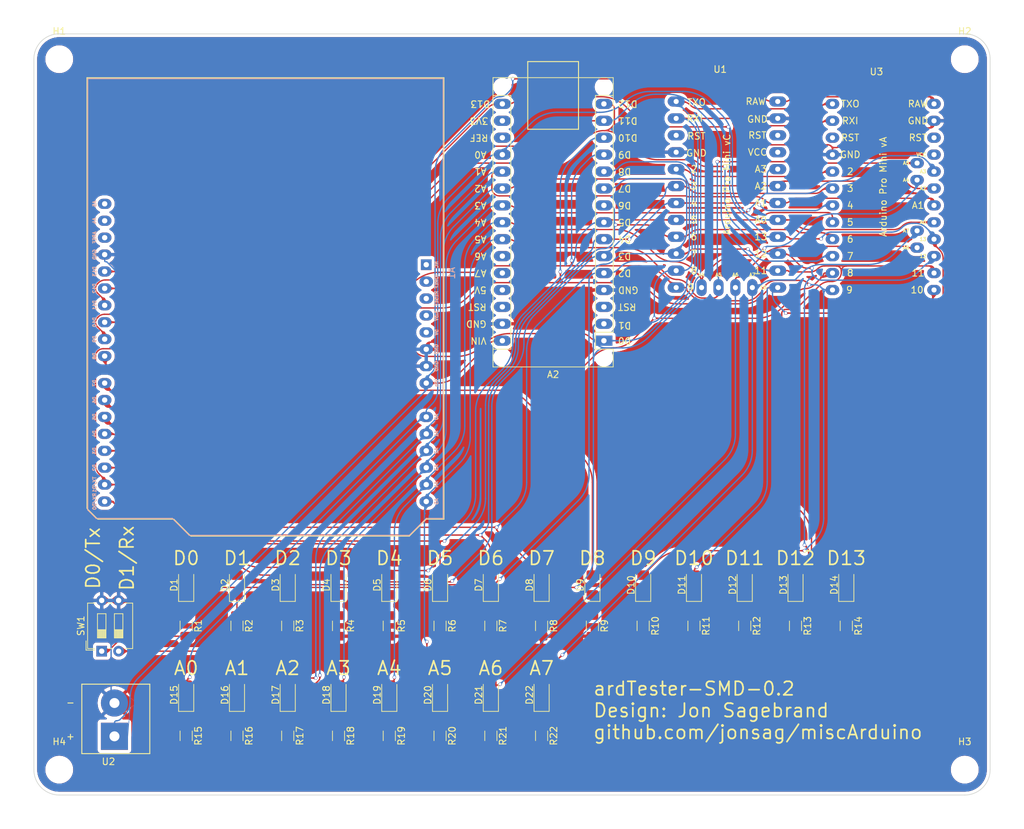
<source format=kicad_pcb>
(kicad_pcb (version 20211014) (generator pcbnew)
  (layers (0 "F.Cu" signal) (31 "B.Cu" signal) (34 "B.Paste" user) (35 "F.Paste" user) (36 "B.SilkS" user "B.Silkscreen") (37 "F.SilkS" user "F.Silkscreen") (38 "B.Mask" user) (39 "F.Mask" user) (44 "Edge.Cuts" user))
  (net 0 "")
  (net 1 "Net-(D1-Pad1)")
  (net 2 "Net-(D2-Pad1)")
  (net 3 "Net-(D3-Pad1)")
  (net 4 "D2")
  (net 5 "Net-(D4-Pad1)")
  (net 6 "D3")
  (net 7 "Net-(D5-Pad1)")
  (net 8 "D4")
  (net 9 "Net-(D6-Pad1)")
  (net 10 "D5")
  (net 11 "Net-(D7-Pad1)")
  (net 12 "D6")
  (net 13 "Net-(D8-Pad1)")
  (net 14 "D7")
  (net 15 "Net-(D9-Pad1)")
  (net 16 "D8")
  (net 17 "Net-(D10-Pad1)")
  (net 18 "D9")
  (net 19 "Net-(D11-Pad1)")
  (net 20 "D10")
  (net 21 "Net-(D12-Pad1)")
  (net 22 "D11")
  (net 23 "Net-(D13-Pad1)")
  (net 24 "D12")
  (net 25 "Net-(D14-Pad1)")
  (net 26 "D13")
  (net 27 "Net-(D15-Pad1)")
  (net 28 "A0")
  (net 29 "Net-(D16-Pad1)")
  (net 30 "A1")
  (net 31 "Net-(D17-Pad1)")
  (net 32 "A2")
  (net 33 "Net-(D18-Pad1)")
  (net 34 "A3")
  (net 35 "A4")
  (net 36 "A5")
  (net 37 "A6")
  (net 38 "A7")
  (net 39 "D0")
  (net 40 "D1")
  (net 41 "GND")
  (net 43 "VCC")
  (net 61 "Net-(D19-Pad1)")
  (net 62 "Net-(D20-Pad1)")
  (net 63 "Net-(D21-Pad1)")
  (net 64 "Net-(D22-Pad1)")
  (net 68 "Net-(R1-Pad2)")
  (net 69 "Net-(R2-Pad2)")
  (footprint "Resistor_SMD:R_1206_3216Metric_Pad1.30x1.75mm_HandSolder" (layer "F.Cu") (at 109.22 119.38 -90)
    (fp_text reference "R2")
    (fp_text value "220R")
  )
  (footprint "Resistor_SMD:R_1206_3216Metric_Pad1.30x1.75mm_HandSolder" (layer "F.Cu") (at 154.94 119.38 -90)
    (fp_text reference "R8")
    (fp_text value "220R")
  )
  (footprint "Resistor_SMD:R_1206_3216Metric_Pad1.30x1.75mm_HandSolder" (layer "F.Cu") (at 193.04 119.38 -90)
    (fp_text reference "R13")
    (fp_text value "220R")
  )
  (footprint "LED_SMD:LED_1206_3216Metric_Pad1.42x1.75mm_HandSolder" (layer "F.Cu") (at 132.08 113.2475 90)
    (fp_text reference "D5")
    (fp_text value "LED")
  )
  (footprint "LED_SMD:LED_1206_3216Metric_Pad1.42x1.75mm_HandSolder" (layer "F.Cu") (at 116.84 113.2475 90)
    (fp_text reference "D3")
    (fp_text value "LED")
  )
  (footprint "Resistor_SMD:R_1206_3216Metric_Pad1.30x1.75mm_HandSolder" (layer "F.Cu") (at 162.56 119.38 -90)
    (fp_text reference "R9")
    (fp_text value "220R")
  )
  (footprint "LED_SMD:LED_1206_3216Metric_Pad1.42x1.75mm_HandSolder" (layer "F.Cu") (at 147.32 113.2475 90)
    (fp_text reference "D7")
    (fp_text value "LED")
  )
  (footprint "MountingHole:MountingHole_3.2mm_M3" (layer "F.Cu") (at 218.44 140.97)
    (fp_text reference "H3")
    (fp_text value "MountingHole")
  )
  (footprint "Resistor_SMD:R_1206_3216Metric_Pad1.30x1.75mm_HandSolder" (layer "F.Cu") (at 177.8 119.38 -90)
    (fp_text reference "R11")
    (fp_text value "220R")
  )
  (footprint "Resistor_SMD:R_1206_3216Metric_Pad1.30x1.75mm_HandSolder" (layer "F.Cu") (at 185.42 119.38 -90)
    (fp_text reference "R12")
    (fp_text value "220R")
  )
  (footprint "LED_SMD:LED_1206_3216Metric_Pad1.42x1.75mm_HandSolder" (layer "F.Cu") (at 200.66 113.2475 90)
    (fp_text reference "D14")
    (fp_text value "LED")
  )
  (footprint "Resistor_SMD:R_1206_3216Metric_Pad1.30x1.75mm_HandSolder" (layer "F.Cu") (at 170.18 119.38 -90)
    (fp_text reference "R10")
    (fp_text value "220R")
  )
  (footprint "Resistor_SMD:R_1206_3216Metric_Pad1.30x1.75mm_HandSolder" (layer "F.Cu") (at 132.08 119.38 -90)
    (fp_text reference "R5")
    (fp_text value "220R")
  )
  (footprint "MountingHole:MountingHole_3.2mm_M3" (layer "F.Cu") (at 218.44 34.29)
    (fp_text reference "H2")
    (fp_text value "MountingHole")
  )
  (footprint "LED_SMD:LED_1206_3216Metric_Pad1.42x1.75mm_HandSolder" (layer "F.Cu") (at 177.8 113.2475 90)
    (fp_text reference "D11")
    (fp_text value "LED")
  )
  (footprint "Resistor_SMD:R_1206_3216Metric_Pad1.30x1.75mm_HandSolder" (layer "F.Cu") (at 139.7 135.89 -90)
    (fp_text reference "R20")
    (fp_text value "220R")
  )
  (footprint "LED_SMD:LED_1206_3216Metric_Pad1.42x1.75mm_HandSolder" (layer "F.Cu") (at 154.94 113.2475 90)
    (fp_text reference "D8")
    (fp_text value "LED")
  )
  (footprint "My_Arduino:Arduino_Pro_Mini_vA_sides_n_A4-A7_large" (layer "F.Cu") (at 198.587 40.9998)
    (fp_text reference "U3")
    (fp_text value "Arduino_Mini_Pro")
  )
  (footprint "Resistor_SMD:R_1206_3216Metric_Pad1.30x1.75mm_HandSolder" (layer "F.Cu") (at 124.46 119.38 -90)
    (fp_text reference "R4")
    (fp_text value "220R")
  )
  (footprint "Resistor_SMD:R_1206_3216Metric_Pad1.30x1.75mm_HandSolder" (layer "F.Cu") (at 132.08 135.89 -90)
    (fp_text reference "R19")
    (fp_text value "220R")
  )
  (footprint "Resistor_SMD:R_1206_3216Metric_Pad1.30x1.75mm_HandSolder" (layer "F.Cu") (at 147.32 135.89 -90)
    (fp_text reference "R21")
    (fp_text value "220R")
  )
  (footprint "LED_SMD:LED_1206_3216Metric_Pad1.42x1.75mm_HandSolder" (layer "F.Cu") (at 124.46 113.2475 90)
    (fp_text reference "D4")
    (fp_text value "LED")
  )
  (footprint "LED_SMD:LED_1206_3216Metric_Pad1.42x1.75mm_HandSolder" (layer "F.Cu") (at 101.6 113.2475 90)
    (fp_text reference "D1")
    (fp_text value "LED")
  )
  (footprint "Resistor_SMD:R_1206_3216Metric_Pad1.30x1.75mm_HandSolder" (layer "F.Cu") (at 154.94 135.89 -90)
    (fp_text reference "R22")
    (fp_text value "220R")
  )
  (footprint "Resistor_SMD:R_1206_3216Metric_Pad1.30x1.75mm_HandSolder" (layer "F.Cu") (at 116.84 135.89 -90)
    (fp_text reference "R17")
    (fp_text value "220R")
  )
  (footprint "Resistor_SMD:R_1206_3216Metric_Pad1.30x1.75mm_HandSolder" (layer "F.Cu") (at 147.32 119.38 -90)
    (fp_text reference "R7")
    (fp_text value "220R")
  )
  (footprint "Button_Switch_THT:SW_DIP_SPSTx02_Slide_6.7x6.64mm_W7.62mm_P2.54mm_LowProfile" (layer "F.Cu") (at 88.92 123.18 90)
    (fp_text reference "SW1")
    (fp_text value "SW_DIP_x02")
  )
  (footprint "MountingHole:MountingHole_3.2mm_M3" (layer "F.Cu") (at 82.55 34.29)
    (fp_text reference "H1")
    (fp_text value "MountingHole")
  )
  (footprint "MountingHole:MountingHole_3.2mm_M3" (layer "F.Cu") (at 82.55 140.97)
    (fp_text reference "H4")
    (fp_text value "MountingHole")
  )
  (footprint "Resistor_SMD:R_1206_3216Metric_Pad1.30x1.75mm_HandSolder" (layer "F.Cu") (at 139.7 119.38 -90)
    (fp_text reference "R6")
    (fp_text value "220R")
  )
  (footprint "Resistor_SMD:R_1206_3216Metric_Pad1.30x1.75mm_HandSolder" (layer "F.Cu") (at 116.84 119.38 -90)
    (fp_text reference "R3")
    (fp_text value "220R")
  )
  (footprint "My_Parts:2-pole_power_in_screw_terminal" (layer "F.Cu") (at 90.837 135.964 180)
    (fp_text reference "U2")
    (fp_text value "Power In")
  )
  (footprint "Resistor_SMD:R_1206_3216Metric_Pad1.30x1.75mm_HandSolder" (layer "F.Cu") (at 109.22 135.89 -90)
    (fp_text reference "R16")
    (fp_text value "220R")
  )
  (footprint "LED_SMD:LED_1206_3216Metric_Pad1.42x1.75mm_HandSolder" (layer "F.Cu") (at 116.84 129.7575 90)
    (fp_text reference "D17")
    (fp_text value "LED")
  )
  (footprint "LED_SMD:LED_1206_3216Metric_Pad1.42x1.75mm_HandSolder" (layer "F.Cu") (at 109.22 113.2475 90)
    (fp_text reference "D2")
    (fp_text value "LED")
  )
  (footprint "Resistor_SMD:R_1206_3216Metric_Pad1.30x1.75mm_HandSolder" (layer "F.Cu") (at 124.46 135.89 -90)
    (fp_text reference "R18")
    (fp_text value "220R")
  )
  (footprint "LED_SMD:LED_1206_3216Metric_Pad1.42x1.75mm_HandSolder" (layer "F.Cu") (at 124.46 129.7575 90)
    (fp_text reference "D18")
    (fp_text value "LED")
  )
  (footprint "LED_SMD:LED_1206_3216Metric_Pad1.42x1.75mm_HandSolder" (layer "F.Cu") (at 170.18 113.2475 90)
    (fp_text reference "D10")
    (fp_text value "LED")
  )
  (footprint "LED_SMD:LED_1206_3216Metric_Pad1.42x1.75mm_HandSolder" (layer "F.Cu") (at 162.56 113.2475 90)
    (fp_text reference "D9")
    (fp_text value "LED")
  )
  (footprint "LED_SMD:LED_1206_3216Metric_Pad1.42x1.75mm_HandSolder" (layer "F.Cu") (at 101.6 129.7575 90)
    (fp_text reference "D15")
    (fp_text value "LED")
  )
  (footprint "LED_SMD:LED_1206_3216Metric_Pad1.42x1.75mm_HandSolder" (layer "F.Cu") (at 109.22 129.7575 90)
    (fp_text reference "D16")
    (fp_text value "LED")
  )
  (footprint "LED_SMD:LED_1206_3216Metric_Pad1.42x1.75mm_HandSolder" (layer "F.Cu") (at 154.94 129.7575 90)
    (fp_text reference "D22")
    (fp_text value "LED")
  )
  (footprint "Resistor_SMD:R_1206_3216Metric_Pad1.30x1.75mm_HandSolder" (layer "F.Cu") (at 101.6 135.89 -90)
    (fp_text reference "R15")
    (fp_text value "220R")
  )
  (footprint "LED_SMD:LED_1206_3216Metric_Pad1.42x1.75mm_HandSolder" (layer "F.Cu") (at 193.04 113.2475 90)
    (fp_text reference "D13")
    (fp_text value "LED")
  )
  (footprint "LED_SMD:LED_1206_3216Metric_Pad1.42x1.75mm_HandSolder" (layer "F.Cu") (at 139.7 113.2475 90)
    (fp_text reference "D6")
    (fp_text value "LED")
  )
  (footprint "My_Arduino:Arduino_Pro_Mini_vC_no-progr-large" (layer "F.Cu") (at 175.133 40.64)
    (fp_text reference "U1")
    (fp_text value "Arduino_Mini_Pro")
  )
  (footprint "LED_SMD:LED_1206_3216Metric_Pad1.42x1.75mm_HandSolder" (layer "F.Cu") (at 147.32 129.7575 90)
    (fp_text reference "D21")
    (fp_text value "LED")
  )
  (footprint "LED_SMD:LED_1206_3216Metric_Pad1.42x1.75mm_HandSolder" (layer "F.Cu") (at 185.42 113.2475 90)
    (fp_text reference "D12")
    (fp_text value "LED")
  )
  (footprint "Resistor_SMD:R_1206_3216Metric_Pad1.30x1.75mm_HandSolder" (layer "F.Cu") (at 101.6 119.38 -90)
    (fp_text reference "R1")
    (fp_text value "220R")
  )
  (footprint "Resistor_SMD:R_1206_3216Metric_Pad1.30x1.75mm_HandSolder" (layer "F.Cu") (at 200.66 119.38 -90)
    (fp_text reference "R14")
    (fp_text value "220R")
  )
  (footprint "LED_SMD:LED_1206_3216Metric_Pad1.42x1.75mm_HandSolder" (layer "F.Cu") (at 132.08 129.7575 90)
    (fp_text reference "D19")
    (fp_text value "LED")
  )
  (footprint "My_Arduino:Arduino_Nano_WithMountingHoles_larger" (layer "F.Cu") (at 164.287 76.5598 180)
    (fp_text reference "A2")
    (fp_text value "Arduino_Nano_v3.x")
  )
  (footprint "LED_SMD:LED_1206_3216Metric_Pad1.42x1.75mm_HandSolder" (layer "F.Cu") (at 139.7 129.7575 90)
    (fp_text reference "D20")
    (fp_text value "LED")
  )
  (footprint "My_Arduino:Arduino_UNO_R3_shield_large" (layer "B.Cu") (at 89.367 56.0073 -90)
    (fp_text reference "A1")
    (fp_text value "Arduino_UNO_R3")
  )
  (gr_line (start 218.44 144.78) (end 82.55 144.78) (layer "Edge.Cuts") (width 0.1))
  (gr_arc (start 78.74 34.29) (mid 79.855923 31.595923) (end 82.55 30.48) (layer "Edge.Cuts") (width 0.1))
  (gr_line (start 82.55 30.48) (end 218.44 30.48) (layer "Edge.Cuts") (width 0.1))
  (gr_arc (start 82.55 144.78) (mid 79.855923 143.664077) (end 78.74 140.97) (layer "Edge.Cuts") (width 0.1))
  (gr_arc (start 222.25 140.97) (mid 221.134077 143.664077) (end 218.44 144.78) (layer "Edge.Cuts") (width 0.1))
  (gr_arc (start 218.44 30.48) (mid 221.134077 31.595923) (end 222.25 34.29) (layer "Edge.Cuts") (width 0.1))
  (gr_line (start 78.74 140.97) (end 78.74 34.29) (layer "Edge.Cuts") (width 0.1))
  (gr_line (start 222.25 34.29) (end 222.25 140.97) (layer "Edge.Cuts") (width 0.1))
  (gr_text "D0" (at 101.6 109.22) (layer "F.SilkS") (effects (font (size 2.032 2.032) (thickness 0.254))))
  (gr_text "ardTester-SMD-0.2\nDesign: Jon Sagebrand\ngithub.com/jonsag/miscArduino" (at 162.56 132.08) (layer "F.SilkS") (effects (font (size 2.032 2.032) (thickness 0.254)) (justify left)))
  (gr_text "A7" (at 154.94 125.73) (layer "F.SilkS") (effects (font (size 2.032 2.032) (thickness 0.254))))
  (gr_text "A5" (at 139.7 125.73) (layer "F.SilkS") (effects (font (size 2.032 2.032) (thickness 0.254))))
  (gr_text "D2" (at 116.84 109.22) (layer "F.SilkS") (effects (font (size 2.032 2.032) (thickness 0.254))))
  (gr_text "A6" (at 147.32 125.73) (layer "F.SilkS") (effects (font (size 2.032 2.032) (thickness 0.254))))
  (gr_text "D10" (at 177.8 109.22) (layer "F.SilkS") (effects (font (size 2.032 2.032) (thickness 0.254))))
  (gr_text "A4" (at 132.08 125.73) (layer "F.SilkS") (effects (font (size 2.032 2.032) (thickness 0.254))))
  (gr_text "D0/Tx" (at 87.63 109.22 90) (layer "F.SilkS") (effects (font (size 2.032 2.032) (thickness 0.254))))
  (gr_text "A2" (at 116.84 125.73) (layer "F.SilkS") (effects (font (size 2.032 2.032) (thickness 0.254))))
  (gr_text "D11" (at 185.42 109.22) (layer "F.SilkS") (effects (font (size 2.032 2.032) (thickness 0.254))))
  (gr_text "D3" (at 124.46 109.22) (layer "F.SilkS") (effects (font (size 2.032 2.032) (thickness 0.254))))
  (gr_text "D13" (at 200.66 109.22) (layer "F.SilkS") (effects (font (size 2.032 2.032) (thickness 0.254))))
  (gr_text "D8" (at 162.56 109.22) (layer "F.SilkS") (effects (font (size 2.032 2.032) (thickness 0.254))))
  (gr_text "A3" (at 124.46 125.73) (layer "F.SilkS") (effects (font (size 2.032 2.032) (thickness 0.254))))
  (gr_text "D1/Rx" (at 92.71 109.22 90) (layer "F.SilkS") (effects (font (size 2.032 2.032) (thickness 0.254))))
  (gr_text "A0" (at 101.6 125.73) (layer "F.SilkS") (effects (font (size 2.032 2.032) (thickness 0.254))))
  (gr_text "A1" (at 109.22 125.73) (layer "F.SilkS") (effects (font (size 2.032 2.032) (thickness 0.254))))
  (gr_text "D6" (at 147.32 109.22) (layer "F.SilkS") (effects (font (size 2.032 2.032) (thickness 0.254))))
  (gr_text "D1" (at 109.22 109.22) (layer "F.SilkS") (effects (font (size 2.032 2.032) (thickness 0.254))))
  (gr_text "D4" (at 132.08 109.22) (layer "F.SilkS") (effects (font (size 2.032 2.032) (thickness 0.254))))
  (gr_text "D5" (at 139.7 109.22) (layer "F.SilkS") (effects (font (size 2.032 2.032) (thickness 0.254))))
  (gr_text "D7" (at 154.94 109.22) (layer "F.SilkS") (effects (font (size 2.032 2.032) (thickness 0.254))))
  (gr_text "D9" (at 170.18 109.22) (layer "F.SilkS") (effects (font (size 2.032 2.032) (thickness 0.254))))
  (gr_text "D12" (at 193.04 109.22) (layer "F.SilkS") (effects (font (size 2.032 2.032) (thickness 0.254))))
  (segment (start 101.6 117.83) (end 101.6 114.735) (width 0.2032) (layer "F.Cu") (net 1))
  (segment (start 109.22 114.735) (end 109.22 117.83) (width 0.2032) (layer "F.Cu") (net 2))
  (segment (start 116.84 117.83) (end 116.84 114.735) (width 0.2032) (layer "F.Cu") (net 3))
  (segment (start 96.554892 97.221092) (end 109.500007 110.166207) (width 0.2032) (layer "F.Cu") (net 4))
  (segment (start 116.84 111.76) (end 113.347763 111.76) (width 0.2032) (layer "F.Cu") (net 4))
  (segment (start 178.590497 51.9028) (end 195.997719 51.9028) (width 0.2032) (layer "F.Cu") (net 4))
  (segment (start 92.707136 95.6273) (end 89.367 95.6273) (width 0.2032) (layer "F.Cu") (net 4))
  (segment (start 197.79148 51.1598) (end 198.587 51.1598) (width 0.2032) (layer "F.Cu") (net 4))
  (segment (start 175.928102 50.8) (end 175.133 50.8) (width 0.2032) (layer "F.Cu") (net 4))
  (segment (start 147.214884 113.1973) (end 119.293624 113.1973) (width 0.2032) (layer "F.Cu") (net 4))
  (segment (start 148.2332 112.7755) (end 148.655 112.3537) (width 0.2032) (layer "F.Cu") (net 4))
  (segment (start 116.84 111.76) (end 117.55865 112.47865) (width 0.2032) (layer "F.Cu") (net 4))
  (via (at 148.655 112.3537) (size 0.508) (drill 0.4) (layers "F.Cu" "B.Cu") (net 4))
  (arc (start 197.79148 51.1598) (mid 197.306092 51.256349) (end 196.8946 51.5313) (width 0.2032) (layer "F.Cu") (net 4))
  (arc (start 109.500007 110.166207) (mid 111.265372 111.345786) (end 113.347763 111.76) (width 0.2032) (layer "F.Cu") (net 4))
  (arc (start 96.554892 97.221092) (mid 94.789526 96.041513) (end 92.707136 95.6273) (width 0.2032) (layer "F.Cu") (net 4))
  (arc (start 177.2593 51.3514) (mid 176.648541 50.943304) (end 175.928102 50.8) (width 0.2032) (layer "F.Cu") (net 4))
  (arc (start 148.2332 112.7755) (mid 147.765992 113.087677) (end 147.214884 113.1973) (width 0.2032) (layer "F.Cu") (net 4))
  (arc (start 177.2593 51.3514) (mid 177.870058 51.759495) (end 178.590497 51.9028) (width 0.2032) (layer "F.Cu") (net 4))
  (arc (start 117.55865 112.47865) (mid 118.354662 113.010528) (end 119.293624 113.1973) (width 0.2032) (layer "F.Cu") (net 4))
  (arc (start 196.8946 51.5313) (mid 196.483107 51.80625) (end 195.997719 51.9028) (width 0.2032) (layer "F.Cu") (net 4))
  (segment (start 163.181336 66.3998) (end 163.49955 66.3998) (width 0.2032) (layer "B.Cu") (net 4))
  (segment (start 175.16895 50.8) (end 175.133 50.8) (width 0.2032) (layer "B.Cu") (net 4))
  (segment (start 166.418711 65.842988) (end 166.74765 65.51405) (width 0.2032) (layer "B.Cu") (net 4))
  (segment (start 176.1601 51.7552) (end 175.23032 50.82542) (width 0.2032) (layer "B.Cu") (net 4))
  (segment (start 177.1153 62.770114) (end 177.1153 54.061256) (width 0.2032) (layer "B.Cu") (net 4))
  (segment (start 175.257114 64.6283) (end 168.886039 64.6283) (width 0.2032) (layer "B.Cu") (net 4))
  (segment (start 165.07445 66.3998) (end 163.49955 66.3998) (width 0.2032) (layer "B.Cu") (net 4))
  (segment (start 160.454707 100.553992) (end 148.655 112.3537) (width 0.2032) (layer "B.Cu") (net 4))
  (segment (start 162.0485 96.706236) (end 162.0485 67.532636) (width 0.2032) (layer "B.Cu") (net 4))
  (arc (start 176.57105 64.08405) (mid 175.968211 64.486854) (end 175.257114 64.6283) (width 0.2032) (layer "B.Cu") (net 4))
  (arc (start 168.886039 64.6283) (mid 167.728751 64.858498) (end 166.74765 65.51405) (width 0.2032) (layer "B.Cu") (net 4))
  (arc (start 177.1153 62.770114) (mid 176.973854 63.481211) (end 176.57105 64.08405) (width 0.2032) (layer "B.Cu") (net 4))
  (arc (start 166.418711 65.842988) (mid 165.801958 66.255089) (end 165.07445 66.3998) (width 0.2032) (layer "B.Cu") (net 4))
  (arc (start 176.1601 51.7552) (mid 176.867051 52.813227) (end 177.1153 54.061256) (width 0.2032) (layer "B.Cu") (net 4))
  (arc (start 163.181336 66.3998) (mid 162.747818 66.486032) (end 162.3803 66.7316) (width 0.2032) (layer "B.Cu") (net 4))
  (arc (start 162.0485 96.706236) (mid 161.634286 98.788626) (end 160.454707 100.553992) (width 0.2032) (layer "B.Cu") (net 4))
  (arc (start 175.23032 50.82542) (mid 175.202163 50.806606) (end 175.16895 50.8) (width 0.2032) (layer "B.Cu") (net 4))
  (arc (start 162.3803 66.7316) (mid 162.134732 67.099118) (end 162.0485 67.532636) (width 0.2032) (layer "B.Cu") (net 4))
  (segment (start 124.46 114.735) (end 124.46 117.83) (width 0.2032) (layer "F.Cu") (net 5))
  (segment (start 123.95075 111.25075) (end 124.96925 112.26925) (width 0.2032) (layer "F.Cu") (net 6))
  (segment (start 141.4518 112.7071) (end 141.5232 112.6357) (width 0.2032) (layer "F.Cu") (net 6))
  (segment (start 197.788864 53.6998) (end 198.587 53.6998) (width 0.2032) (layer "F.Cu") (net 6))
  (segment (start 123.95075 111.25075) (end 123.8766 111.1766) (width 0.2032) (layer "F.Cu") (net 6))
  (segment (start 175.930718 53.34) (end 175.133 53.34) (width 0.2032) (layer "F.Cu") (net 6))
  (segment (start 108.975807 108.999407) (end 94.37068 94.39428) (width 0.2032) (layer "F.Cu") (net 6))
  (segment (start 178.584181 54.4391) (end 196.004035 54.4391) (width 0.2032) (layer "F.Cu") (net 6))
  (segment (start 91.21535 93.0873) (end 89.367 93.0873) (width 0.2032) (layer "F.Cu") (net 6))
  (segment (start 112.823563 110.5932) (end 122.468147 110.5932) (width 0.2032) (layer "F.Cu") (net 6))
  (segment (start 141.279425 112.7785) (end 126.198688 112.7785) (width 0.2032) (layer "F.Cu") (net 6))
  (via (at 141.5232 112.6357) (size 0.508) (drill 0.4) (layers "F.Cu" "B.Cu") (net 6))
  (arc (start 141.4518 112.7071) (mid 141.372713 112.759943) (end 141.279425 112.7785) (width 0.2032) (layer "F.Cu") (net 6))
  (arc (start 177.25745 53.88955) (mid 177.866159 54.296276) (end 178.584181 54.4391) (width 0.2032) (layer "F.Cu") (net 6))
  (arc (start 123.8766 111.1766) (mid 123.230396 110.74482) (end 122.468147 110.5932) (width 0.2032) (layer "F.Cu") (net 6))
  (arc (start 94.37068 94.39428) (mid 92.923002 93.426973) (end 91.21535 93.0873) (width 0.2032) (layer "F.Cu") (net 6))
  (arc (start 197.788864 53.6998) (mid 197.305893 53.795868) (end 196.89645 54.06945) (width 0.2032) (layer "F.Cu") (net 6))
  (arc (start 177.25745 53.88955) (mid 176.64874 53.482823) (end 175.930718 53.34) (width 0.2032) (layer "F.Cu") (net 6))
  (arc (start 124.96925 112.26925) (mid 125.533321 112.64615) (end 126.198688 112.7785) (width 0.2032) (layer "F.Cu") (net 6))
  (arc (start 108.975807 108.999407) (mid 110.741172 110.178986) (end 112.823563 110.5932) (width 0.2032) (layer "F.Cu") (net 6))
  (arc (start 196.89645 54.06945) (mid 196.487006 54.343031) (end 196.004035 54.4391) (width 0.2032) (layer "F.Cu") (net 6))
  (segment (start 164.2367 63.8598) (end 164.24625 63.8598) (width 0.2032) (layer "B.Cu") (net 6))
  (segment (start 147.4721 104.432836) (end 147.4721 86.422763) (width 0.2032) (layer "B.Cu") (net 6))
  (segment (start 164.397314 63.830985) (end 173.087803 55.140496) (width 0.2032) (layer "B.Cu") (net 6))
  (segment (start 162.190856 64.381043) (end 153.880392 72.691507) (width 0.2032) (layer "B.Cu") (net 6))
  (segment (start 149.065892 82.575006) (end 150.692807 80.948092) (width 0.2032) (layer "B.Cu") (net 6))
  (segment (start 164.32775 63.8598) (end 164.24625 63.8598) (width 0.2032) (layer "B.Cu") (net 6))
  (segment (start 141.5232 112.6357) (end 145.878307 108.280592) (width 0.2032) (layer "B.Cu") (net 6))
  (segment (start 174.2232 53.34) (end 175.133 53.34) (width 0.2032) (layer "B.Cu") (net 6))
  (segment (start 164.1361 63.8598) (end 163.44925 63.8598) (width 0.2032) (layer "B.Cu") (net 6))
  (segment (start 152.2866 76.539263) (end 152.2866 77.100336) (width 0.2032) (layer "B.Cu") (net 6))
  (segment (start 164.2367 63.8598) (end 164.1361 63.8598) (width 0.2032) (layer "B.Cu") (net 6))
  (arc (start 153.880392 72.691507) (mid 152.700813 74.456872) (end 152.2866 76.539263) (width 0.2032) (layer "B.Cu") (net 6))
  (arc (start 164.397314 63.830985) (mid 164.365397 63.852311) (end 164.32775 63.8598) (width 0.2032) (layer "B.Cu") (net 6))
  (arc (start 152.2866 77.100336) (mid 151.872386 79.182726) (end 150.692807 80.948092) (width 0.2032) (layer "B.Cu") (net 6))
  (arc (start 174.2232 53.34) (mid 173.752903 53.534803) (end 173.5581 54.0051) (width 0.2032) (layer "B.Cu") (net 6))
  (arc (start 163.44925 63.8598) (mid 162.768212 63.995266) (end 162.190856 64.381043) (width 0.2032) (layer "B.Cu") (net 6))
  (arc (start 147.4721 104.432836) (mid 147.057886 106.515226) (end 145.878307 108.280592) (width 0.2032) (layer "B.Cu") (net 6))
  (arc (start 149.065892 82.575006) (mid 147.886313 84.340372) (end 147.4721 86.422763) (width 0.2032) (layer "B.Cu") (net 6))
  (arc (start 173.5581 54.0051) (mid 173.435873 54.619572) (end 173.087803 55.140496) (width 0.2032) (layer "B.Cu") (net 6))
  (segment (start 132.08 117.83) (end 132.08 114.735) (width 0.2032) (layer "F.Cu") (net 7))
  (segment (start 129.645692 108.640692) (end 131.837815 110.832815) (width 0.2032) (layer "F.Cu") (net 8))
  (segment (start 187.173026 55.88) (end 175.133 55.88) (width 0.2032) (layer "F.Cu") (net 8))
  (segment (start 91.711354 91.159654) (end 106.004807 105.453107) (width 0.2032) (layer "F.Cu") (net 8))
  (segment (start 137.9377 111.075) (end 132.4225 111.075) (width 0.2032) (layer "F.Cu") (net 8))
  (segment (start 90.233 90.5473) (end 89.367 90.5473) (width 0.2032) (layer "F.Cu") (net 8))
  (segment (start 125.797936 107.0469) (end 109.852563 107.0469) (width 0.2032) (layer "F.Cu") (net 8))
  (segment (start 132.08 111.4175) (end 132.08 111.76) (width 0.2032) (layer "F.Cu") (net 8))
  (segment (start 187.6039 56.1324) (end 187.4777 56.0062) (width 0.2032) (layer "F.Cu") (net 8))
  (segment (start 168.1183 61.3198) (end 164.287 61.3198) (width 0.2032) (layer "F.Cu") (net 8))
  (via (at 137.9377 111.075) (size 0.508) (drill 0.4) (layers "F.Cu" "B.Cu") (net 8))
  (via (at 168.1183 61.3198) (size 0.508) (drill 0.4) (layers "F.Cu" "B.Cu") (net 8))
  (via (at 187.6039 56.1324) (size 0.508) (drill 0.4) (layers "F.Cu" "B.Cu") (net 8))
  (arc (start 131.837815 110.832815) (mid 132.106071 111.012058) (end 132.4225 111.075) (width 0.2032) (layer "F.Cu") (net 8))
  (arc (start 129.645692 108.640692) (mid 127.880326 107.461113) (end 125.797936 107.0469) (width 0.2032) (layer "F.Cu") (net 8))
  (arc (start 91.711354 91.159654) (mid 91.033079 90.706445) (end 90.233 90.5473) (width 0.2032) (layer "F.Cu") (net 8))
  (arc (start 187.4777 56.0062) (mid 187.337914 55.912798) (end 187.173026 55.88) (width 0.2032) (layer "F.Cu") (net 8))
  (arc (start 132.08 111.4175) (mid 132.017058 111.101071) (end 131.837815 110.832815) (width 0.2032) (layer "F.Cu") (net 8))
  (arc (start 106.004807 105.453107) (mid 107.770172 106.632686) (end 109.852563 107.0469) (width 0.2032) (layer "F.Cu") (net 8))
  (arc (start 132.4225 111.075) (mid 132.180315 111.175315) (end 132.08 111.4175) (width 0.2032) (layer "F.Cu") (net 8))
  (segment (start 151.0478 76.611563) (end 151.0478 77.189336) (width 0.2032) (layer "B.Cu") (net 8))
  (segment (start 173.001288 56.436811) (end 168.1183 61.3198) (width 0.2032) (layer "B.Cu") (net 8))
  (segment (start 197.807673 56.2398) (end 198.587 56.2398) (width 0.2032) (layer "B.Cu") (net 8))
  (segment (start 148.115492 82.375606) (end 149.454007 81.037092) (width 0.2032) (layer "B.Cu") (net 8))
  (segment (start 195.958626 57.0057) (end 189.094716 57.0057) (width 0.2032) (layer "B.Cu") (net 8))
  (segment (start 146.5217 86.223363) (end 146.5217 100.237036) (width 0.2032) (layer "B.Cu") (net 8))
  (segment (start 152.641592 72.763807) (end 162.226494 63.178905) (width 0.2032) (layer "B.Cu") (net 8))
  (segment (start 187.6039 56.1324) (end 188.04055 56.56905) (width 0.2032) (layer "B.Cu") (net 8))
  (segment (start 137.9377 111.075) (end 144.927907 104.084792) (width 0.2032) (layer "B.Cu") (net 8))
  (segment (start 174.34555 55.88) (end 175.133 55.88) (width 0.2032) (layer "B.Cu") (net 8))
  (segment (start 163.39885 61.3198) (end 164.287 61.3198) (width 0.2032) (layer "B.Cu") (net 8))
  (arc (start 188.04055 56.56905) (mid 188.524205 56.892218) (end 189.094716 57.0057) (width 0.2032) (layer "B.Cu") (net 8))
  (arc (start 146.5217 100.237036) (mid 146.107486 102.319426) (end 144.927907 104.084792) (width 0.2032) (layer "B.Cu") (net 8))
  (arc (start 151.0478 77.189336) (mid 150.633586 79.271726) (end 149.454007 81.037092) (width 0.2032) (layer "B.Cu") (net 8))
  (arc (start 162.7121 62.00655) (mid 162.585895 62.641024) (end 162.226494 63.178905) (width 0.2032) (layer "B.Cu") (net 8))
  (arc (start 196.88315 56.62275) (mid 196.458974 56.906174) (end 195.958626 57.0057) (width 0.2032) (layer "B.Cu") (net 8))
  (arc (start 148.115492 82.375606) (mid 146.935913 84.140972) (end 146.5217 86.223363) (width 0.2032) (layer "B.Cu") (net 8))
  (arc (start 174.34555 55.88) (mid 173.61804 56.02471) (end 173.001288 56.436811) (width 0.2032) (layer "B.Cu") (net 8))
  (arc (start 163.39885 61.3198) (mid 162.913244 61.520944) (end 162.7121 62.00655) (width 0.2032) (layer "B.Cu") (net 8))
  (arc (start 152.641592 72.763807) (mid 151.462013 74.529172) (end 151.0478 76.611563) (width 0.2032) (layer "B.Cu") (net 8))
  (arc (start 197.807673 56.2398) (mid 197.307324 56.339325) (end 196.88315 56.62275) (width 0.2032) (layer "B.Cu") (net 8))
  (segment (start 139.7 114.735) (end 139.7 117.83) (width 0.2032) (layer "F.Cu") (net 9))
  (segment (start 164.4669 58.5999) (end 164.287 58.7798) (width 0.2032) (layer "F.Cu") (net 10))
  (segment (start 106.644207 105.046607) (end 91.133116 89.535516) (width 0.2032) (layer "F.Cu") (net 10))
  (segment (start 164.901217 58.42) (end 173.16435 58.42) (width 0.2032) (layer "F.Cu") (net 10))
  (segment (start 174.7393 58.42) (end 173.9519 58.42) (width 0.2032) (layer "F.Cu") (net 10))
  (segment (start 140.3591 106.6404) (end 140.02955 106.6404) (width 0.2032) (layer "F.Cu") (net 10))
  (segment (start 89.367 88.54075) (end 89.367 88.0073) (width 0.2032) (layer "F.Cu") (net 10))
  (segment (start 186.9162 58.42) (end 175.5267 58.42) (width 0.2032) (layer "F.Cu") (net 10))
  (segment (start 173.95185 58.42) (end 173.16435 58.42) (width 0.2032) (layer "F.Cu") (net 10))
  (segment (start 175.5267 58.42) (end 174.7393 58.42) (width 0.2032) (layer "F.Cu") (net 10))
  (segment (start 139.37045 106.6404) (end 140.02955 106.6404) (width 0.2032) (layer "F.Cu") (net 10))
  (segment (start 89.90045 89.0742) (end 90.0194 89.0742) (width 0.2032) (layer "F.Cu") (net 10))
  (segment (start 173.95185 58.42) (end 173.9519 58.42) (width 0.2032) (layer "F.Cu") (net 10))
  (segment (start 110.491963 106.6404) (end 139.37045 106.6404) (width 0.2032) (layer "F.Cu") (net 10))
  (segment (start 197.908595 57.3155) (end 189.582699 57.3155) (width 0.2032) (layer "F.Cu") (net 10))
  (segment (start 198.587 57.993904) (end 198.587 58.7798) (width 0.2032) (layer "F.Cu") (net 10))
  (segment (start 139.7 106.96995) (end 139.7 111.76) (width 0.2032) (layer "F.Cu") (net 10))
  (via (at 140.3591 106.6404) (size 0.508) (drill 0.4) (layers "F.Cu" "B.Cu") (net 10))
  (arc (start 140.02955 106.6404) (mid 139.796522 106.736922) (end 139.7 106.96995) (width 0.2032) (layer "F.Cu") (net 10))
  (arc (start 139.7 106.96995) (mid 139.603477 106.736922) (end 139.37045 106.6404) (width 0.2032) (layer "F.Cu") (net 10))
  (arc (start 198.3883 57.5142) (mid 198.168209 57.36714) (end 197.908595 57.3155) (width 0.2032) (layer "F.Cu") (net 10))
  (arc (start 106.644207 105.046607) (mid 108.409572 106.226186) (end 110.491963 106.6404) (width 0.2032) (layer "F.Cu") (net 10))
  (arc (start 164.901217 58.42) (mid 164.666166 58.466754) (end 164.4669 58.5999) (width 0.2032) (layer "F.Cu") (net 10))
  (arc (start 189.582699 57.3155) (mid 188.861149 57.459025) (end 188.24945 57.86775) (width 0.2032) (layer "F.Cu") (net 10))
  (arc (start 89.367 88.54075) (mid 89.523243 88.917956) (end 89.90045 89.0742) (width 0.2032) (layer "F.Cu") (net 10))
  (arc (start 198.3883 57.5142) (mid 198.535359 57.73429) (end 198.587 57.993904) (width 0.2032) (layer "F.Cu") (net 10))
  (arc (start 188.24945 57.86775) (mid 187.637749 58.276474) (end 186.9162 58.42) (width 0.2032) (layer "F.Cu") (net 10))
  (arc (start 91.133116 89.535516) (mid 90.622138 89.194092) (end 90.0194 89.0742) (width 0.2032) (layer "F.Cu") (net 10))
  (segment (start 152.215792 72.543507) (end 158.914399 65.8449) (width 0.2032) (layer "B.Cu") (net 10))
  (segment (start 140.3591 106.6404) (end 143.439407 103.560092) (width 0.2032) (layer "B.Cu") (net 10))
  (segment (start 146.626992 83.289206) (end 149.028207 80.887992) (width 0.2032) (layer "B.Cu") (net 10))
  (segment (start 162.155288 59.336611) (end 161.2248 60.267099) (width 0.2032) (layer "B.Cu") (net 10))
  (segment (start 163.49955 58.7798) (end 164.287 58.7798) (width 0.2032) (layer "B.Cu") (net 10))
  (segment (start 150.622 76.391263) (end 150.622 77.040236) (width 0.2032) (layer "B.Cu") (net 10))
  (segment (start 145.0332 87.136963) (end 145.0332 99.712336) (width 0.2032) (layer "B.Cu") (net 10))
  (arc (start 161.2248 60.267099) (mid 160.369826 61.546657) (end 160.0696 63.056) (width 0.2032) (layer "B.Cu") (net 10))
  (arc (start 145.0332 99.712336) (mid 144.618986 101.794726) (end 143.439407 103.560092) (width 0.2032) (layer "B.Cu") (net 10))
  (arc (start 163.49955 58.7798) (mid 162.77204 58.92451) (end 162.155288 59.336611) (width 0.2032) (layer "B.Cu") (net 10))
  (arc (start 150.622 77.040236) (mid 150.207786 79.122626) (end 149.028207 80.887992) (width 0.2032) (layer "B.Cu") (net 10))
  (arc (start 152.215792 72.543507) (mid 151.036213 74.308872) (end 150.622 76.391263) (width 0.2032) (layer "B.Cu") (net 10))
  (arc (start 160.0696 63.056) (mid 159.769373 64.565341) (end 158.914399 65.8449) (width 0.2032) (layer "B.Cu") (net 10))
  (arc (start 146.626992 83.289206) (mid 145.447413 85.054572) (end 145.0332 87.136963) (width 0.2032) (layer "B.Cu") (net 10))
  (segment (start 147.32 117.83) (end 147.32 114.735) (width 0.2032) (layer "F.Cu") (net 11))
  (segment (start 147.32 108.421591) (end 147.32 111.76) (width 0.2032) (layer "F.Cu") (net 12))
  (segment (start 145.7508 105.7428) (end 146.5354 106.5274) (width 0.2032) (layer "F.Cu") (net 12))
  (segment (start 175.939345 60.96) (end 175.133 60.96) (width 0.2032) (layer "F.Cu") (net 12))
  (segment (start 198.1015 60.8343) (end 198.587 61.3198) (width 0.2032) (layer "F.Cu") (net 12))
  (segment (start 170.490258 59.1629) (end 166.0416 59.1629) (width 0.2032) (layer "F.Cu") (net 12))
  (segment (start 90.0194 86.5342) (end 89.90045 86.5342) (width 0.2032) (layer "F.Cu") (net 12))
  (segment (start 192.777229 59.8731) (end 178.563354 59.8731) (width 0.2032) (layer "F.Cu") (net 12))
  (segment (start 91.133116 86.995516) (end 108.286607 104.149007) (width 0.2032) (layer "F.Cu") (net 12))
  (segment (start 173.001288 60.403188) (end 172.65955 60.06145) (width 0.2032) (layer "F.Cu") (net 12))
  (segment (start 112.134363 105.7428) (end 145.7508 105.7428) (width 0.2032) (layer "F.Cu") (net 12))
  (segment (start 174.34555 60.96) (end 175.133 60.96) (width 0.2032) (layer "F.Cu") (net 12))
  (segment (start 89.367 86.00075) (end 89.367 85.4673) (width 0.2032) (layer "F.Cu") (net 12))
  (segment (start 196.929399 60.3488) (end 193.92567 60.3488) (width 0.2032) (layer "F.Cu") (net 12))
  (via (at 145.7508 105.7428) (size 0.508) (drill 0.4) (layers "F.Cu" "B.Cu") (net 12))
  (via (at 166.0416 59.1629) (size 0.508) (drill 0.4) (layers "F.Cu" "B.Cu") (net 12))
  (arc (start 146.5354 106.5274) (mid 147.116089 107.396462) (end 147.32 108.421591) (width 0.2032) (layer "F.Cu") (net 12))
  (arc (start 89.367 86.00075) (mid 89.523243 86.377956) (end 89.90045 86.5342) (width 0.2032) (layer "F.Cu") (net 12))
  (arc (start 173.001288 60.403188) (mid 173.61804 60.815289) (end 174.34555 60.96) (width 0.2032) (layer "F.Cu") (net 12))
  (arc (start 108.286607 104.149007) (mid 110.051972 105.328586) (end 112.134363 105.7428) (width 0.2032) (layer "F.Cu") (net 12))
  (arc (start 198.1015 60.8343) (mid 197.563735 60.474977) (end 196.929399 60.3488) (width 0.2032) (layer "F.Cu") (net 12))
  (arc (start 193.35145 60.11095) (mid 193.087995 59.934915) (end 192.777229 59.8731) (width 0.2032) (layer "F.Cu") (net 12))
  (arc (start 177.25135 60.41655) (mid 176.649397 60.818761) (end 175.939345 60.96) (width 0.2032) (layer "F.Cu") (net 12))
  (arc (start 178.563354 59.8731) (mid 177.853302 60.014338) (end 177.25135 60.41655) (width 0.2032) (layer "F.Cu") (net 12))
  (arc (start 172.65955 60.06145) (mid 171.66427 59.396425) (end 170.490258 59.1629) (width 0.2032) (layer "F.Cu") (net 12))
  (arc (start 91.133116 86.995516) (mid 90.622138 86.654092) (end 90.0194 86.5342) (width 0.2032) (layer "F.Cu") (net 12))
  (arc (start 193.35145 60.11095) (mid 193.614904 60.286984) (end 193.92567 60.3488) (width 0.2032) (layer "F.Cu") (net 12))
  (segment (start 146.3702 105.1234) (end 145.7508 105.7428) (width 0.2032) (layer "B.Cu") (net 12))
  (segment (start 165.8619 59.07305) (end 165.8619 57.02725) (width 0.2032) (layer "B.Cu") (net 12))
  (segment (start 165.07445 56.2398) (end 164.287 56.2398) (width 0.2032) (layer "B.Cu") (net 12))
  (segment (start 165.8619 59.25275) (end 165.8619 59.07305) (width 0.2032) (layer "B.Cu") (net 12))
  (segment (start 165.8619 61.084705) (end 165.8619 59.25275) (width 0.2032) (layer "B.Cu") (net 12))
  (segment (start 166.0416 59.1629) (end 165.95175 59.1629) (width 0.2032) (layer "B.Cu") (net 12))
  (segment (start 164.213005 62.7336) (end 164.07955 62.7336) (width 0.2032) (layer "B.Cu") (net 12))
  (segment (start 151.4543 77.357736) (end 151.4543 76.796363) (width 0.2032) (layer "B.Cu") (net 12))
  (segment (start 153.048092 72.948607) (end 162.685782 63.310917) (width 0.2032) (layer "B.Cu") (net 12))
  (segment (start 149.860506 81.205492) (end 148.583392 82.482607) (width 0.2032) (layer "B.Cu") (net 12))
  (segment (start 146.9896 103.628036) (end 146.9896 86.330363) (width 0.2032) (layer "B.Cu") (net 12))
  (arc (start 165.8619 61.084705) (mid 165.736385 61.715709) (end 165.37895 62.25065) (width 0.2032) (layer "B.Cu") (net 12))
  (arc (start 153.048092 72.948607) (mid 151.868513 74.713972) (end 151.4543 76.796363) (width 0.2032) (layer "B.Cu") (net 12))
  (arc (start 146.9896 103.628036) (mid 146.828623 104.437321) (end 146.3702 105.1234) (width 0.2032) (layer "B.Cu") (net 12))
  (arc (start 148.583392 82.482607) (mid 147.403813 84.247972) (end 146.9896 86.330363) (width 0.2032) (layer "B.Cu") (net 12))
  (arc (start 151.4543 77.357736) (mid 151.040086 79.440126) (end 149.860506 81.205492) (width 0.2032) (layer "B.Cu") (net 12))
  (arc (start 165.95175 59.1629) (mid 165.888216 59.189216) (end 165.8619 59.25275) (width 0.2032) (layer "B.Cu") (net 12))
  (arc (start 164.07955 62.7336) (mid 163.325248 62.883639) (end 162.685782 63.310917) (width 0.2032) (layer "B.Cu") (net 12))
  (arc (start 165.8619 59.07305) (mid 165.888216 59.136583) (end 165.95175 59.1629) (width 0.2032) (layer "B.Cu") (net 12))
  (arc (start 165.8619 57.02725) (mid 165.631261 56.470438) (end 165.07445 56.2398) (width 0.2032) (layer "B.Cu") (net 12))
  (arc (start 165.37895 62.25065) (mid 164.844009 62.608085) (end 164.213005 62.7336) (width 0.2032) (layer "B.Cu") (net 12))
  (segment (start 154.94 114.735) (end 154.94 117.83) (width 0.2032) (layer "F.Cu") (net 13))
  (segment (start 177.902362 62.8003) (end 185.8939 62.8003) (width 0.2032) (layer "F.Cu") (net 14))
  (segment (start 148.342888 105.162888) (end 154.94 111.76) (width 0.2032) (layer "F.Cu") (net 14))
  (segment (start 176.213137 63.5) (end 175.133 63.5) (width 0.2032) (layer "F.Cu") (net 14))
  (segment (start 148.1898 104.7933) (end 148.1898 104.5768) (width 0.2032) (layer "F.Cu") (net 14))
  (segment (start 90.811106 84.371406) (end 109.422707 102.983007) (width 0.2032) (layer "F.Cu") (net 14))
  (segment (start 113.270463 104.5768) (end 148.1898 104.5768) (width 0.2032) (layer "F.Cu") (net 14))
  (segment (start 89.367 83.46075) (end 89.367 82.9273) (width 0.2032) (layer "F.Cu") (net 14))
  (via (at 185.8939 62.8003) (size 0.508) (drill 0.4) (layers "F.Cu" "B.Cu") (net 14))
  (via (at 148.1898 104.5768) (size 0.508) (drill 0.4) (layers "F.Cu" "B.Cu") (net 14))
  (arc (start 177.902362 62.8003) (mid 177.445261 62.891223) (end 177.05775 63.15015) (width 0.2032) (layer "F.Cu") (net 14))
  (arc (start 177.05775 63.15015) (mid 176.670238 63.409076) (end 176.213137 63.5) (width 0.2032) (layer "F.Cu") (net 14))
  (arc (start 109.422707 102.983007) (mid 111.188072 104.162586) (end 113.270463 104.5768) (width 0.2032) (layer "F.Cu") (net 14))
  (arc (start 89.367 83.46075) (mid 89.523243 83.837956) (end 89.90045 83.9942) (width 0.2032) (layer "F.Cu") (net 14))
  (arc (start 90.811106 84.371406) (mid 90.393293 84.092232) (end 89.90045 83.9942) (width 0.2032) (layer "F.Cu") (net 14))
  (arc (start 148.1898 104.7933) (mid 148.229586 104.993319) (end 148.342888 105.162888) (width 0.2032) (layer "F.Cu") (net 14))
  (segment (start 174.870995 63.356704) (end 175.71825 62.50945) (width 0.2032) (layer "B.Cu") (net 14))
  (segment (start 152.6931 97.819536) (end 152.6931 78.066863) (width 0.2032) (layer "B.Cu") (net 14))
  (segment (start 174.1429 63.5) (end 172.9733 63.5) (width 0.2032) (layer "B.Cu") (net 14))
  (segment (start 174.93035 63.5) (end 174.52505 63.5) (width 0.2032) (layer "B.Cu") (net 14))
  (segment (start 151.099307 101.667292) (end 148.1898 104.5768) (width 0.2032) (layer "B.Cu") (net 14))
  (segment (start 176.7088 53.339762) (end 176.7088 60.11805) (width 0.2032) (layer "B.Cu") (net 14))
  (segment (start 197.7965 63.8598) (end 198.587 63.8598) (width 0.2032) (layer "B.Cu") (net 14))
  (segment (start 174.52505 63.5) (end 174.1429 63.5) (width 0.2032) (layer "B.Cu") (net 14))
  (segment (start 166.598349 52.963349) (end 166.418711 53.142988) (width 0.2032) (layer "B.Cu") (net 14))
  (segment (start 186.7987 63.7051) (end 185.8939 62.8003) (width 0.2032) (layer "B.Cu") (net 14))
  (segment (start 195.985599 64.6099) (end 188.98308 64.6099) (width 0.2032) (layer "B.Cu") (net 14))
  (segment (start 162.812911 65.693088) (end 154.286892 74.219107) (width 0.2032) (layer "B.Cu") (net 14))
  (segment (start 165.967049 64.287449) (end 165.797788 64.456711) (width 0.2032) (layer "B.Cu") (net 14))
  (segment (start 174.93035 63.5) (end 175.133 63.5) (width 0.2032) (layer "B.Cu") (net 14))
  (segment (start 165.07445 53.6998) (end 164.287 53.6998) (width 0.2032) (layer "B.Cu") (net 14))
  (segment (start 175.595937 52.2269) (end 168.376297 52.2269) (width 0.2032) (layer "B.Cu") (net 14))
  (segment (start 167.868122 63.5) (end 172.9733 63.5) (width 0.2032) (layer "B.Cu") (net 14))
  (arc (start 174.870995 63.356704) (mid 174.852799 63.448181) (end 174.93035 63.5) (width 0.2032) (layer "B.Cu") (net 14))
  (arc (start 164.30535 65.0749) (mid 163.497648 65.235561) (end 162.812911 65.693088) (width 0.2032) (layer "B.Cu") (net 14))
  (arc (start 154.286892 74.219107) (mid 153.107313 75.984472) (end 152.6931 78.066863) (width 0.2032) (layer "B.Cu") (net 14))
  (arc (start 168.376297 52.2269) (mid 167.414078 52.418296) (end 166.598349 52.963349) (width 0.2032) (layer "B.Cu") (net 14))
  (arc (start 166.418711 53.142988) (mid 165.801958 53.555089) (end 165.07445 53.6998) (width 0.2032) (layer "B.Cu") (net 14))
  (arc (start 174.52505 63.5) (mid 174.712274 63.462758) (end 174.870995 63.356704) (width 0.2032) (layer "B.Cu") (net 14))
  (arc (start 152.6931 97.819536) (mid 152.278886 99.901926) (end 151.099307 101.667292) (width 0.2032) (layer "B.Cu") (net 14))
  (arc (start 176.7088 60.11805) (mid 176.451364 61.412266) (end 175.71825 62.50945) (width 0.2032) (layer "B.Cu") (net 14))
  (arc (start 167.868122 63.5) (mid 166.839269 63.704651) (end 165.967049 64.287449) (width 0.2032) (layer "B.Cu") (net 14))
  (arc (start 176.38285 52.55285) (mid 176.624088 52.913888) (end 176.7088 53.339762) (width 0.2032) (layer "B.Cu") (net 14))
  (arc (start 197.7965 63.8598) (mid 197.306474 63.957272) (end 196.89105 64.23485) (width 0.2032) (layer "B.Cu") (net 14))
  (arc (start 176.38285 52.55285) (mid 176.021811 52.311611) (end 175.595937 52.2269) (width 0.2032) (layer "B.Cu") (net 14))
  (arc (start 196.89105 64.23485) (mid 196.475625 64.512427) (end 195.985599 64.6099) (width 0.2032) (layer "B.Cu") (net 14))
  (arc (start 165.797788 64.456711) (mid 165.113051 64.914237) (end 164.30535 65.0749) (width 0.2032) (layer "B.Cu") (net 14))
  (arc (start 186.7987 63.7051) (mid 187.800902 64.37475) (end 188.98308 64.6099) (width 0.2032) (layer "B.Cu") (net 14))
  (segment (start 162.56 114.735) (end 162.56 117.83) (width 0.2032) (layer "F.Cu") (net 15))
  (segment (start 95.688063 84.0013) (end 148.752533 84.0013) (width 0.2032) (layer "F.Cu") (net 16))
  (segment (start 162.56 97.808764) (end 162.56 111.76) (width 0.2032) (layer "F.Cu") (net 16))
  (segment (start 155.996942 88.991663) (end 160.966215 93.960996) (width 0.2032) (layer "F.Cu") (net 16))
  (segment (start 171.8561 73.1915) (end 187.181336 73.1915) (width 0.2032) (layer "F.Cu") (net 16))
  (segment (start 171.8561 73.1915) (end 168.613229 76.43437) (width 0.2032) (layer "F.Cu") (net 16))
  (segment (start 152.925861 85.920604) (end 152.600319 85.595071) (width 0.2032) (layer "F.Cu") (net 16))
  (segment (start 89.367 79.40075) (end 89.367 78.8673) (width 0.2032) (layer "F.Cu") (net 16))
  (segment (start 197.44105 66.3998) (end 198.587 66.3998) (width 0.2032) (layer "F.Cu") (net 16))
  (segment (start 155.754314 85.920585) (end 162.85567 78.819229) (width 0.2032) (layer "F.Cu") (net 16))
  (segment (start 193.416714 69.210085) (end 191.029092 71.597707) (width 0.2032) (layer "F.Cu") (net 16))
  (segment (start 91.840307 82.407507) (end 89.744206 80.311406) (width 0.2032) (layer "F.Cu") (net 16))
  (segment (start 155.996942 88.991663) (end 152.925861 85.920604) (width 0.2032) (layer "F.Cu") (net 16))
  (segment (start 195.787885 68.227914) (end 197.142391 66.873408) (width 0.2032) (layer "F.Cu") (net 16))
  (via (at 171.8561 73.1915) (size 0.508) (drill 0.4) (layers "F.Cu" "B.Cu") (net 16))
  (arc (start 152.600319 85.595071) (mid 150.834933 84.415506) (end 148.752533 84.0013) (width 0.2032) (layer "F.Cu") (net 16))
  (arc (start 195.787885 68.227914) (mid 195.243934 68.59137) (end 194.6023 68.719) (width 0.2032) (layer "F.Cu") (net 16))
  (arc (start 197.2661 66.57475) (mid 197.233949 66.736382) (end 197.142391 66.873408) (width 0.2032) (layer "F.Cu") (net 16))
  (arc (start 152.925861 85.920604) (mid 154.340092 86.50638) (end 155.754314 85.920585) (width 0.2032) (layer "F.Cu") (net 16))
  (arc (start 194.6023 68.719) (mid 193.960665 68.846628) (end 193.416714 69.210085) (width 0.2032) (layer "F.Cu") (net 16))
  (arc (start 160.966215 93.960996) (mid 162.145789 95.726369) (end 162.56 97.808764) (width 0.2032) (layer "F.Cu") (net 16))
  (arc (start 191.029092 71.597707) (mid 189.263726 72.777286) (end 187.181336 73.1915) (width 0.2032) (layer "F.Cu") (net 16))
  (arc (start 89.367 79.40075) (mid 89.465032 79.893593) (end 89.744206 80.311406) (width 0.2032) (layer "F.Cu") (net 16))
  (arc (start 165.73445 77.6268) (mid 164.176465 77.936702) (end 162.85567 78.819229) (width 0.2032) (layer "F.Cu") (net 16))
  (arc (start 155.754314 85.920585) (mid 155.23959 87.405869) (end 155.996942 88.991663) (width 0.2032) (layer "F.Cu") (net 16))
  (arc (start 91.840307 82.407507) (mid 93.605672 83.587086) (end 95.688063 84.0013) (width 0.2032) (layer "F.Cu") (net 16))
  (arc (start 197.44105 66.3998) (mid 197.317341 66.451041) (end 197.2661 66.57475) (width 0.2032) (layer "F.Cu") (net 16))
  (arc (start 168.613229 76.43437) (mid 167.292434 77.316897) (end 165.73445 77.6268) (width 0.2032) (layer "F.Cu") (net 16))
  (segment (start 168.359055 49.697) (end 175.117852 49.697) (width 0.2032) (layer "B.Cu") (net 16))
  (segment (start 175.92045 66.04) (end 174.34555 66.04) (width 0.2032) (layer "B.Cu") (net 16))
  (segment (start 177.5218 52.100947) (end 177.5218 64.650585) (width 0.2032) (layer "B.Cu") (net 16))
  (segment (start 171.8561 73.1915) (end 171.8561 68.945495) (width 0.2032) (layer "B.Cu") (net 16))
  (segment (start 172.707099 66.890999) (end 173.001288 66.596811) (width 0.2032) (layer "B.Cu") (net 16))
  (segment (start 165.07445 51.1598) (end 164.287 51.1598) (width 0.2032) (layer "B.Cu") (net 16))
  (segment (start 166.593299 50.428399) (end 166.418711 50.602988) (width 0.2032) (layer "B.Cu") (net 16))
  (segment (start 176.132385 66.04) (end 175.92045 66.04) (width 0.2032) (layer "B.Cu") (net 16))
  (arc (start 172.707099 66.890999) (mid 172.077267 67.83361) (end 171.8561 68.945495) (width 0.2032) (layer "B.Cu") (net 16))
  (arc (start 168.359055 49.697) (mid 167.403435 49.887084) (end 166.593299 50.428399) (width 0.2032) (layer "B.Cu") (net 16))
  (arc (start 177.11485 65.63305) (mid 176.664091 65.934237) (end 176.132385 66.04) (width 0.2032) (layer "B.Cu") (net 16))
  (arc (start 177.5218 64.650585) (mid 177.416037 65.182291) (end 177.11485 65.63305) (width 0.2032) (layer "B.Cu") (net 16))
  (arc (start 176.8177 50.4011) (mid 177.33881 51.180996) (end 177.5218 52.100947) (width 0.2032) (layer "B.Cu") (net 16))
  (arc (start 176.8177 50.4011) (mid 176.037803 49.879989) (end 175.117852 49.697) (width 0.2032) (layer "B.Cu") (net 16))
  (arc (start 174.34555 66.04) (mid 173.61804 66.18471) (end 173.001288 66.596811) (width 0.2032) (layer "B.Cu") (net 16))
  (arc (start 166.418711 50.602988) (mid 165.801958 51.015089) (end 165.07445 51.1598) (width 0.2032) (layer "B.Cu") (net 16))
  (segment (start 170.18 114.735) (end 170.18 117.83) (width 0.2032) (layer "F.Cu") (net 17))
  (segment (start 176.4923 68.58) (end 175.1538 68.58) (width 0.2032) (layer "F.Cu") (net 18))
  (segment (start 144.478751 66.2924) (end 139.510663 66.2924) (width 0.2032) (layer "F.Cu") (net 18))
  (segment (start 88.402699 72.984899) (end 88.305926 73.081673) (width 0.2032) (layer "F.Cu") (net 18))
  (segment (start 89.367 75.41045) (end 89.367 76.3273) (width 0.2032) (layer "F.Cu") (net 18))
  (segment (start 173.379592 66.909892) (end 175.034956 68.565256) (width 0.2032) (layer "F.Cu") (net 18))
  (segment (start 188.140637 68.652362) (end 188.64945 68.14355) (width 0.2032) (layer "F.Cu") (net 18))
  (segment (start 172.253007 109.686992) (end 170.18 111.76) (width 0.2032) (layer "F.Cu") (net 18))
  (segment (start 194.3954 108.0932) (end 176.100763 108.0932) (width 0.2032) (layer "F.Cu") (net 18))
  (segment (start 175.1122 68.58) (end 175.0706 68.58) (width 0.2032) (layer "F.Cu") (net 18))
  (segment (start 159.4416 64.91835) (end 159.4416 64.5206) (width 0.2032) (layer "F.Cu") (net 18))
  (segment (start 194.7372 67.8321) (end 195.0652 68.1601) (width 0.2032) (layer "F.Cu") (net 18))
  (segment (start 159.04385 65.3161) (end 146.835748 65.3161) (width 0.2032) (layer "F.Cu") (net 18))
  (segment (start 176.860352 69.163652) (end 177.48305 69.78635) (width 0.2032) (layer "F.Cu") (net 18))
  (segment (start 159.83935 65.3161) (end 159.04385 65.3161) (width 0.2032) (layer "F.Cu") (net 18))
  (segment (start 175.0706 68.58) (end 175.07055 68.58) (width 0.2032) (layer "F.Cu") (net 18))
  (segment (start 159.83935 65.3161) (end 169.531836 65.3161) (width 0.2032) (layer "F.Cu") (net 18))
  (segment (start 128.700636 72.5945) (end 89.345208 72.5945) (width 0.2032) (layer "F.Cu") (net 18))
  (segment (start 88.960798 75.154298) (end 88.305926 74.499426) (width 0.2032) (layer "F.Cu") (net 18))
  (segment (start 190.193218 67.5041) (end 193.945337 67.5041) (width 0.2032) (layer "F.Cu") (net 18))
  (segment (start 175.1538 68.58) (end 175.1122 68.58) (width 0.2032) (layer "F.Cu") (net 18))
  (segment (start 187.879362 69.283137) (end 187.3055 69.857) (width 0.2032) (layer "F.Cu") (net 18))
  (segment (start 132.548392 71.000707) (end 135.662907 67.886192) (width 0.2032) (layer "F.Cu") (net 18))
  (segment (start 185.604686 70.5615) (end 179.354427 70.5615) (width 0.2032) (layer "F.Cu") (net 18))
  (via (at 159.4416 64.5206) (size 0.508) (drill 0.4) (layers "F.Cu" "B.Cu") (net 18))
  (via (at 195.0652 68.1601) (size 0.508) (drill 0.4) (layers "F.Cu" "B.Cu") (net 18))
  (via (at 194.3954 108.0932) (size 0.508) (drill 0.4) (layers "F.Cu" "B.Cu") (net 18))
  (arc (start 159.04385 65.3161) (mid 159.325101 65.199601) (end 159.4416 64.91835) (width 0.2032) (layer "F.Cu") (net 18))
  (arc (start 88.960798 75.154298) (mid 89.078321 75.232824) (end 89.21695 75.2604) (width 0.2032) (layer "F.Cu") (net 18))
  (arc (start 145.65725 65.80425) (mid 145.11655 66.165533) (end 144.478751 66.2924) (width 0.2032) (layer "F.Cu") (net 18))
  (arc (start 159.4416 64.91835) (mid 159.558098 65.199601) (end 159.83935 65.3161) (width 0.2032) (layer "F.Cu") (net 18))
  (arc (start 89.367 75.41045) (mid 89.323051 75.304348) (end 89.21695 75.2604) (width 0.2032) (layer "F.Cu") (net 18))
  (arc (start 176.7079 68.7956) (mid 176.644752 68.643147) (end 176.4923 68.58) (width 0.2032) (layer "F.Cu") (net 18))
  (arc (start 89.345208 72.5945) (mid 88.835126 72.695961) (end 88.402699 72.984899) (width 0.2032) (layer "F.Cu") (net 18))
  (arc (start 139.510663 66.2924) (mid 137.428272 66.706613) (end 135.662907 67.886192) (width 0.2032) (layer "F.Cu") (net 18))
  (arc (start 188.01 68.96775) (mid 187.976048 69.138436) (end 187.879362 69.283137) (width 0.2032) (layer "F.Cu") (net 18))
  (arc (start 188.140637 68.652362) (mid 188.043951 68.797063) (end 188.01 68.96775) (width 0.2032) (layer "F.Cu") (net 18))
  (arc (start 176.100763 108.0932) (mid 174.018372 108.507413) (end 172.253007 109.686992) (width 0.2032) (layer "F.Cu") (net 18))
  (arc (start 176.7079 68.7956) (mid 176.74752 68.994788) (end 176.860352 69.163652) (width 0.2032) (layer "F.Cu") (net 18))
  (arc (start 190.193218 67.5041) (mid 189.357736 67.670287) (end 188.64945 68.14355) (width 0.2032) (layer "F.Cu") (net 18))
  (arc (start 194.7372 67.8321) (mid 194.37389 67.589344) (end 193.945337 67.5041) (width 0.2032) (layer "F.Cu") (net 18))
  (arc (start 173.379592 66.909892) (mid 171.614226 65.730313) (end 169.531836 65.3161) (width 0.2032) (layer "F.Cu") (net 18))
  (arc (start 177.48305 69.78635) (mid 178.341645 70.360045) (end 179.354427 70.5615) (width 0.2032) (layer "F.Cu") (net 18))
  (arc (start 175.034956 68.565256) (mid 175.051286 68.576168) (end 175.07055 68.58) (width 0.2032) (layer "F.Cu") (net 18))
  (arc (start 132.548392 71.000707) (mid 130.783026 72.180286) (end 128.700636 72.5945) (width 0.2032) (layer "F.Cu") (net 18))
  (arc (start 88.305926 73.081673) (mid 88.08861 73.406908) (end 88.0123 73.79055) (width 0.2032) (layer "F.Cu") (net 18))
  (arc (start 88.0123 73.79055) (mid 88.08861 74.17419) (end 88.305926 74.499426) (width 0.2032) (layer "F.Cu") (net 18))
  (arc (start 187.3055 69.857) (mid 186.52516 70.378406) (end 185.604686 70.5615) (width 0.2032) (layer "F.Cu") (net 18))
  (arc (start 146.835748 65.3161) (mid 146.197949 65.442966) (end 145.65725 65.80425) (width 0.2032) (layer "F.Cu") (net 18))
  (segment (start 163.49955 48.6198) (end 164.287 48.6198) (width 0.2032) (layer "B.Cu") (net 18))
  (segment (start 159.4416 64.5206) (end 159.4416 54.144263) (width 0.2032) (layer "B.Cu") (net 18))
  (segment (start 197.2661 103.192608) (end 197.2661 69.491131) (width 0.2032) (layer "B.Cu") (net 18))
  (segment (start 195.83075 106.65785) (end 194.3954 108.0932) (width 0.2032) (layer "B.Cu") (net 18))
  (segment (start 161.035392 50.296506) (end 162.155288 49.176611) (width 0.2032) (layer "B.Cu") (net 18))
  (segment (start 197.817431 68.9398) (end 198.587 68.9398) (width 0.2032) (layer "B.Cu") (net 18))
  (segment (start 195.0652 68.1601) (end 195.935068 68.1601) (width 0.2032) (layer "B.Cu") (net 18))
  (arc (start 196.87625 68.54995) (mid 197.308067 68.838481) (end 197.817431 68.9398) (width 0.2032) (layer "B.Cu") (net 18))
  (arc (start 163.49955 48.6198) (mid 162.77204 48.76451) (end 162.155288 49.176611) (width 0.2032) (layer "B.Cu") (net 18))
  (arc (start 161.035392 50.296506) (mid 159.855813 52.061872) (end 159.4416 54.144263) (width 0.2032) (layer "B.Cu") (net 18))
  (arc (start 197.2661 69.491131) (mid 197.164781 68.981767) (end 196.87625 68.54995) (width 0.2032) (layer "B.Cu") (net 18))
  (arc (start 196.87625 68.54995) (mid 196.444432 68.261418) (end 195.935068 68.1601) (width 0.2032) (layer "B.Cu") (net 18))
  (arc (start 197.817431 68.9398) (mid 197.427581 69.101281) (end 197.2661 69.491131) (width 0.2032) (layer "B.Cu") (net 18))
  (arc (start 197.2661 103.192608) (mid 196.893064 105.067983) (end 195.83075 106.65785) (width 0.2032) (layer "B.Cu") (net 18))
  (segment (start 177.8 114.735) (end 177.8 117.83) (width 0.2032) (layer "F.Cu") (net 19))
  (segment (start 157.7551 66.2137) (end 157.7551 67.03075) (width 0.2032) (layer "F.Cu") (net 20))
  (segment (start 158.57215 67.8478) (end 156.93805 67.8478) (width 0.2032) (layer "F.Cu") (net 20))
  (segment (start 213.827 69.47325) (end 213.827 68.9398) (width 0.2032) (layer "F.Cu") (net 20))
  (segment (start 209.708092 72.4195) (end 191.5726 72.4195) (width 0.2032) (layer "F.Cu") (net 20))
  (segment (start 188.641794 69.178405) (end 187.7985 70.0217) (width 0.2032) (layer "F.Cu") (net 20))
  (segment (start 212.620599 71.213099) (end 213.449793 70.383906) (width 0.2032) (layer "F.Cu") (net 20))
  (segment (start 131.648707 73.7873) (end 89.367 73.7873) (width 0.2032) (layer "F.Cu") (net 20))
  (segment (start 178.2044 110.5658) (end 178.0022 110.768) (width 0.2032) (layer "F.Cu") (net 20))
  (segment (start 167.672696 67.8478) (end 158.57215 67.8478) (width 0.2032) (layer "F.Cu") (net 20))
  (segment (start 189.01915 68.58) (end 190.373 68.58) (width 0.2032) (layer "F.Cu") (net 20))
  (segment (start 139.976736 71.6411) (end 136.830092 71.6411) (width 0.2032) (layer "F.Cu") (net 20))
  (segment (start 177.8 111.256153) (end 177.8 111.76) (width 0.2032) (layer "F.Cu") (net 20))
  (segment (start 143.824492 70.047306) (end 144.430207 69.441592) (width 0.2032) (layer "F.Cu") (net 20))
  (segment (start 148.277963 67.8478) (end 156.93805 67.8478) (width 0.2032) (layer "F.Cu") (net 20))
  (segment (start 175.334203 71.0213) (end 185.385252 71.0213) (width 0.2032) (layer "F.Cu") (net 20))
  (via (at 157.7551 66.2137) (size 0.508) (drill 0.4) (layers "F.Cu" "B.Cu") (net 20))
  (via (at 191.5726 72.4195) (size 0.508) (drill 0.4) (layers "F.Cu" "B.Cu") (net 20))
  (via (at 178.2044 110.5658) (size 0.508) (drill 0.4) (layers "F.Cu" "B.Cu") (net 20))
  (arc (start 148.277963 67.8478) (mid 146.195572 68.262013) (end 144.430207 69.441592) (width 0.2032) (layer "F.Cu") (net 20))
  (arc (start 171.50345 69.43455) (mid 173.261014 70.608917) (end 175.334203 71.0213) (width 0.2032) (layer "F.Cu") (net 20))
  (arc (start 134.2394 72.7142) (mid 133.05078 73.50841) (end 131.648707 73.7873) (width 0.2032) (layer "F.Cu") (net 20))
  (arc (start 156.93805 67.8478) (mid 157.515791 67.608491) (end 157.7551 67.03075) (width 0.2032) (layer "F.Cu") (net 20))
  (arc (start 187.7985 70.0217) (mid 186.691292 70.761512) (end 185.385252 71.0213) (width 0.2032) (layer "F.Cu") (net 20))
  (arc (start 188.7981 68.80105) (mid 188.757477 69.005273) (end 188.641794 69.178405) (width 0.2032) (layer "F.Cu") (net 20))
  (arc (start 143.824492 70.047306) (mid 142.059126 71.226886) (end 139.976736 71.6411) (width 0.2032) (layer "F.Cu") (net 20))
  (arc (start 178.0022 110.768) (mid 177.85255 110.991966) (end 177.8 111.256153) (width 0.2032) (layer "F.Cu") (net 20))
  (arc (start 136.830092 71.6411) (mid 135.428019 71.919989) (end 134.2394 72.7142) (width 0.2032) (layer "F.Cu") (net 20))
  (arc (start 189.01915 68.58) (mid 188.862844 68.644744) (end 188.7981 68.80105) (width 0.2032) (layer "F.Cu") (net 20))
  (arc (start 212.620599 71.213099) (mid 211.284329 72.105966) (end 209.708092 72.4195) (width 0.2032) (layer "F.Cu") (net 20))
  (arc (start 157.7551 67.03075) (mid 157.994408 67.608491) (end 158.57215 67.8478) (width 0.2032) (layer "F.Cu") (net 20))
  (arc (start 171.50345 69.43455) (mid 169.745885 68.260182) (end 167.672696 67.8478) (width 0.2032) (layer "F.Cu") (net 20))
  (arc (start 213.827 69.47325) (mid 213.728967 69.966093) (end 213.449793 70.383906) (width 0.2032) (layer "F.Cu") (net 20))
  (segment (start 190.240557 71.087457) (end 191.5726 72.4195) (width 0.2032) (layer "B.Cu") (net 20))
  (segment (start 189.5856 69.50625) (end 189.5856 68.9737) (width 0.2032) (layer "B.Cu") (net 20))
  (segment (start 189.1919 68.58) (end 189.9793 68.58) (width 0.2032) (layer "B.Cu") (net 20))
  (segment (start 189.1919 68.58) (end 189.19185 68.58) (width 0.2032) (layer "B.Cu") (net 20))
  (segment (start 189.9793 68.58) (end 190.373 68.58) (width 0.2032) (layer "B.Cu") (net 20))
  (segment (start 187.204307 101.565892) (end 178.2044 110.5658) (width 0.2032) (layer "B.Cu") (net 20))
  (segment (start 157.7551 53.290763) (end 157.7551 66.2137) (width 0.2032) (layer "B.Cu") (net 20))
  (segment (start 188.7981 97.718136) (end 188.7981 68.97375) (width 0.2032) (layer "B.Cu") (net 20))
  (segment (start 159.348892 49.443007) (end 162.155288 46.636611) (width 0.2032) (layer "B.Cu") (net 20))
  (segment (start 163.49955 46.0798) (end 164.287 46.0798) (width 0.2032) (layer "B.Cu") (net 20))
  (arc (start 189.5856 68.9737) (mid 189.470287 68.695312) (end 189.1919 68.58) (width 0.2032) (layer "B.Cu") (net 20))
  (arc (start 189.19185 68.58) (mid 188.913426 68.695326) (end 188.7981 68.97375) (width 0.2032) (layer "B.Cu") (net 20))
  (arc (start 159.348892 49.443007) (mid 158.169313 51.208372) (end 157.7551 53.290763) (width 0.2032) (layer "B.Cu") (net 20))
  (arc (start 163.49955 46.0798) (mid 162.77204 46.22451) (end 162.155288 46.636611) (width 0.2032) (layer "B.Cu") (net 20))
  (arc (start 189.5856 69.50625) (mid 189.755817 70.361993) (end 190.240557 71.087457) (width 0.2032) (layer "B.Cu") (net 20))
  (arc (start 188.7981 97.718136) (mid 188.383886 99.800526) (end 187.204307 101.565892) (width 0.2032) (layer "B.Cu") (net 20))
  (arc (start 189.9793 68.58) (mid 189.700912 68.695312) (end 189.5856 68.9737) (width 0.2032) (layer "B.Cu") (net 20))
  (segment (start 185.42 114.735) (end 185.42 117.83) (width 0.2032) (layer "F.Cu") (net 21))
  (segment (start 88.292583 69.406083) (end 88.960798 70.074298) (width 0.2032) (layer "F.Cu") (net 22))
  (segment (start 89.367 70.33045) (end 89.367 71.2473) (width 0.2032) (layer "F.Cu") (net 22))
  (segment (start 199.9201 66.267411) (end 199.9201 66.0906) (width 0.2032) (layer "F.Cu") (net 22))
  (segment (start 126.301492 65.843507) (end 143.201407 48.943592) (width 0.2032) (layer "F.Cu") (net 22))
  (segment (start 88.433649 67.867749) (end 88.292583 68.008816) (width 0.2032) (layer "F.Cu") (net 22))
  (segment (start 213.29355 65.3329) (end 200.6778 65.3329) (width 0.2032) (layer "F.Cu") (net 22))
  (segment (start 162.2297 43.5398) (end 164.287 43.5398) (width 0.2032) (layer "F.Cu") (net 22))
  (segment (start 197.426501 65.3329) (end 199.1624 65.3329) (width 0.2032) (layer "F.Cu") (net 22))
  (segment (start 193.688296 71.247502) (end 196.618078 68.317721) (width 0.2032) (layer "F.Cu") (net 22))
  (segment (start 198.517711 67.6698) (end 198.1823 67.6698) (width 0.2032) (layer "F.Cu") (net 22))
  (segment (start 192.20815 71.8606) (end 191.597991 71.8606) (width 0.2032) (layer "F.Cu") (net 22))
  (segment (start 195.4407 110.187556) (end 195.4407 106.008963) (width 0.2032) (layer "F.Cu") (net 22))
  (segment (start 185.93135 112.27135) (end 185.42 111.76) (width 0.2032) (layer "F.Cu") (net 22))
  (segment (start 191.811994 66.04) (end 190.373 66.04) (width 0.2032) (layer "F.Cu") (net 22))
  (segment (start 157.956192 45.756006) (end 158.717669 44.99453) (width 0.2032) (layer "F.Cu") (net 22))
  (segment (start 154.108436 47.3498) (end 147.049163 47.3498) (width 0.2032) (layer "F.Cu") (net 22))
  (segment (start 213.827 65.86635) (end 213.827 66.3998) (width 0.2032) (layer "F.Cu") (net 22))
  (segment (start 190.9778 72.480791) (end 190.9778 97.038136) (width 0.2032) (layer "F.Cu") (net 22))
  (segment (start 89.472848 67.4373) (end 122.453736 67.4373) (width 0.2032) (layer "F.Cu") (net 22))
  (segment (start 192.571592 100.885892) (end 193.846907 102.161207) (width 0.2032) (layer "F.Cu") (net 22))
  (segment (start 199.1624 65.3329) (end 200.6778 65.3329) (width 0.2032) (layer "F.Cu") (net 22))
  (segment (start 192.845556 112.7827) (end 187.165858 112.7827) (width 0.2032) (layer "F.Cu") (net 22))
  (segment (start 195.255398 66.2322) (end 192.276005 66.2322) (width 0.2032) (layer "F.Cu") (net 22))
  (arc (start 191.597991 71.8606) (mid 191.360654 71.907809) (end 191.15945 72.04225) (width 0.2032) (layer "F.Cu") (net 22))
  (arc (start 88.960798 70.074298) (mid 89.078321 70.152824) (end 89.21695 70.1804) (width 0.2032) (layer "F.Cu") (net 22))
  (arc (start 89.472848 67.4373) (mid 88.910437 67.54917) (end 88.433649 67.867749) (width 0.2032) (layer "F.Cu") (net 22))
  (arc (start 198.1823 67.6698) (mid 197.335749 67.838189) (end 196.618078 68.317721) (width 0.2032) (layer "F.Cu") (net 22))
  (arc (start 147.049163 47.3498) (mid 144.966772 47.764013) (end 143.201407 48.943592) (width 0.2032) (layer "F.Cu") (net 22))
  (arc (start 196.34095 65.78255) (mid 195.842894 66.115339) (end 195.255398 66.2322) (width 0.2032) (layer "F.Cu") (net 22))
  (arc (start 192.044 66.1361) (mid 192.150444 66.207224) (end 192.276005 66.2322) (width 0.2032) (layer "F.Cu") (net 22))
  (arc (start 88.292583 68.008816) (mid 88.078408 68.329352) (end 88.0032 68.70745) (width 0.2032) (layer "F.Cu") (net 22))
  (arc (start 195.4407 110.187556) (mid 195.243156 111.180674) (end 194.6806 112.0226) (width 0.2032) (layer "F.Cu") (net 22))
  (arc (start 126.301492 65.843507) (mid 124.536126 67.023086) (end 122.453736 67.4373) (width 0.2032) (layer "F.Cu") (net 22))
  (arc (start 194.6806 112.0226) (mid 193.838674 112.585156) (end 192.845556 112.7827) (width 0.2032) (layer "F.Cu") (net 22))
  (arc (start 193.846907 102.161207) (mid 195.026486 103.926572) (end 195.4407 106.008963) (width 0.2032) (layer "F.Cu") (net 22))
  (arc (start 162.2297 43.5398) (mid 160.329002 43.917872) (end 158.717669 44.99453) (width 0.2032) (layer "F.Cu") (net 22))
  (arc (start 197.426501 65.3329) (mid 196.839005 65.44976) (end 196.34095 65.78255) (width 0.2032) (layer "F.Cu") (net 22))
  (arc (start 157.956192 45.756006) (mid 156.190826 46.935586) (end 154.108436 47.3498) (width 0.2032) (layer "F.Cu") (net 22))
  (arc (start 190.9778 97.038136) (mid 191.392013 99.120526) (end 192.571592 100.885892) (width 0.2032) (layer "F.Cu") (net 22))
  (arc (start 213.827 65.86635) (mid 213.670756 65.489143) (end 213.29355 65.3329) (width 0.2032) (layer "F.Cu") (net 22))
  (arc (start 199.50935 67.25905) (mid 199.054382 67.563049) (end 198.517711 67.6698) (width 0.2032) (layer "F.Cu") (net 22))
  (arc (start 200.6778 65.3329) (mid 200.142025 65.554825) (end 199.9201 66.0906) (width 0.2032) (layer "F.Cu") (net 22))
  (arc (start 192.044 66.1361) (mid 191.937554 66.064975) (end 191.811994 66.04) (width 0.2032) (layer "F.Cu") (net 22))
  (arc (start 199.9201 66.267411) (mid 199.813349 66.804082) (end 199.50935 67.25905) (width 0.2032) (layer "F.Cu") (net 22))
  (arc (start 193.688296 71.247502) (mid 193.009199 71.701261) (end 192.20815 71.8606) (width 0.2032) (layer "F.Cu") (net 22))
  (arc (start 185.93135 112.27135) (mid 186.497747 112.649804) (end 187.165858 112.7827) (width 0.2032) (layer "F.Cu") (net 22))
  (arc (start 89.367 70.33045) (mid 89.323051 70.224348) (end 89.21695 70.1804) (width 0.2032) (layer "F.Cu") (net 22))
  (arc (start 191.15945 72.04225) (mid 191.025009 72.243454) (end 190.9778 72.480791) (width 0.2032) (layer "F.Cu") (net 22))
  (arc (start 88.0032 68.70745) (mid 88.078408 69.085547) (end 88.292583 69.406083) (width 0.2032) (layer "F.Cu") (net 22))
  (arc (start 199.9201 66.0906) (mid 199.698174 65.554825) (end 199.1624 65.3329) (width 0.2032) (layer "F.Cu") (net 22))
  (segment (start 189.34175 66.04) (end 190.373 66.04) (width 0.2032) (layer "B.Cu") (net 22))
  (segment (start 165.07445 43.5398) (end 164.287 43.5398) (width 0.2032) (layer "B.Cu") (net 22))
  (segment (start 177.714192 41.142692) (end 180.295807 43.724307) (width 0.2032) (layer "B.Cu") (net 22))
  (segment (start 166.418711 42.982988) (end 168.259007 41.142692) (width 0.2032) (layer "B.Cu") (net 22))
  (segment (start 181.8896 47.572063) (end 181.8896 57.365136) (width 0.2032) (layer "B.Cu") (net 22))
  (segment (start 173.866436 39.5489) (end 172.106763 39.5489) (width 0.2032) (layer "B.Cu") (net 22))
  (segment (start 183.483392 61.212892) (end 187.581296 65.310796) (width 0.2032) (layer "B.Cu") (net 22))
  (arc (start 180.295807 43.724307) (mid 181.475386 45.489672) (end 181.8896 47.572063) (width 0.2032) (layer "B.Cu") (net 22))
  (arc (start 172.106763 39.5489) (mid 170.024372 39.963113) (end 168.259007 41.142692) (width 0.2032) (layer "B.Cu") (net 22))
  (arc (start 166.418711 42.982988) (mid 165.801958 43.395089) (end 165.07445 43.5398) (width 0.2032) (layer "B.Cu") (net 22))
  (arc (start 187.581296 65.310796) (mid 188.388999 65.850486) (end 189.34175 66.04) (width 0.2032) (layer "B.Cu") (net 22))
  (arc (start 177.714192 41.142692) (mid 175.948826 39.963113) (end 173.866436 39.5489) (width 0.2032) (layer "B.Cu") (net 22))
  (arc (start 181.8896 57.365136) (mid 182.303813 59.447526) (end 183.483392 61.212892) (width 0.2032) (layer "B.Cu") (net 22))
  (segment (start 193.04 114.735) (end 193.04 117.83) (width 0.2032) (layer "F.Cu") (net 23))
  (segment (start 145.796063 49.8898) (end 155.665436 49.8898) (width 0.2032) (layer "F.Cu") (net 24))
  (segment (start 179.646068 50.3934) (end 182.4617 50.3934) (width 0.2032) (layer "F.Cu") (net 24))
  (segment (start 195.0048 108.83545) (end 195.0048 108.314318) (width 0.2032) (layer "F.Cu") (net 24))
  (segment (start 194.326154 110.473845) (end 193.04 111.76) (width 0.2032) (layer "F.Cu") (net 24))
  (segment (start 165.07445 40.9998) (end 164.287 40.9998) (width 0.2032) (layer "F.Cu") (net 24))
  (segment (start 165.8619 41.78725) (end 165.8619 43.47865) (width 0.2032) (layer "F.Cu") (net 24))
  (segment (start 126.318392 67.113507) (end 141.948307 51.483592) (width 0.2032) (layer "F.Cu") (net 24))
  (segment (start 159.513192 48.296007) (end 161.716372 46.092827) (width 0.2032) (layer "F.Cu") (net 24))
  (segment (start 172.491963 49.3861) (end 177.214231 49.3861) (width 0.2032) (layer "F.Cu") (net 24))
  (segment (start 191.16045 63.5) (end 190.373 63.5) (width 0.2032) (layer "F.Cu") (net 24))
  (segment (start 193.627427 65.179527) (end 192.504711 64.056811) (width 0.2032) (layer "F.Cu") (net 24))
  (segment (start 194.3845 107.2554) (end 194.69465 107.56555) (width 0.2032) (layer "F.Cu") (net 24))
  (segment (start 194.8195 65.6733) (end 195.5178 65.6733) (width 0.2032) (layer "F.Cu") (net 24))
  (segment (start 168.644207 47.792307) (end 166.944727 46.092827) (width 0.2032) (layer "F.Cu") (net 24))
  (segment (start 122.470636 68.7073) (end 89.367 68.7073) (width 0.2032) (layer "F.Cu") (net 24))
  (via (at 182.4617 50.3934) (size 0.508) (drill 0.4) (layers "F.Cu" "B.Cu") (net 24))
  (via (at 194.3845 107.2554) (size 0.508) (drill 0.4) (layers "F.Cu" "B.Cu") (net 24))
  (via (at 195.5178 65.6733) (size 0.508) (drill 0.4) (layers "F.Cu" "B.Cu") (net 24))
  (arc (start 193.627427 65.179527) (mid 194.174354 65.544972) (end 194.8195 65.6733) (width 0.2032) (layer "F.Cu") (net 24))
  (arc (start 178.43015 49.88975) (mid 178.988018 50.262505) (end 179.646068 50.3934) (width 0.2032) (layer "F.Cu") (net 24))
  (arc (start 126.318392 67.113507) (mid 124.553026 68.293086) (end 122.470636 68.7073) (width 0.2032) (layer "F.Cu") (net 24))
  (arc (start 145.796063 49.8898) (mid 143.713672 50.304013) (end 141.948307 51.483592) (width 0.2032) (layer "F.Cu") (net 24))
  (arc (start 194.69465 107.56555) (mid 194.924194 107.909087) (end 195.0048 108.314318) (width 0.2032) (layer "F.Cu") (net 24))
  (arc (start 166.944727 46.092827) (mid 165.745332 45.291417) (end 164.33055 45.01) (width 0.2032) (layer "F.Cu") (net 24))
  (arc (start 195.0048 108.83545) (mid 194.828425 109.722143) (end 194.326154 110.473845) (width 0.2032) (layer "F.Cu") (net 24))
  (arc (start 165.8619 43.47865) (mid 166.143317 44.893432) (end 166.944727 46.092827) (width 0.2032) (layer "F.Cu") (net 24))
  (arc (start 165.8619 41.78725) (mid 165.631261 41.230438) (end 165.07445 40.9998) (width 0.2032) (layer "F.Cu") (net 24))
  (arc (start 164.33055 45.01) (mid 165.413377 44.561477) (end 165.8619 43.47865) (width 0.2032) (layer "F.Cu") (net 24))
  (arc (start 164.33055 45.01) (mid 162.915767 45.291417) (end 161.716372 46.092827) (width 0.2032) (layer "F.Cu") (net 24))
  (arc (start 192.504711 64.056811) (mid 191.887958 63.64471) (end 191.16045 63.5) (width 0.2032) (layer "F.Cu") (net 24))
  (arc (start 178.43015 49.88975) (mid 177.872281 49.516994) (end 177.214231 49.3861) (width 0.2032) (layer "F.Cu") (net 24))
  (arc (start 159.513192 48.296007) (mid 157.747826 49.475586) (end 155.665436 49.8898) (width 0.2032) (layer "F.Cu") (net 24))
  (arc (start 168.644207 47.792307) (mid 170.409572 48.971886) (end 172.491963 49.3861) (width 0.2032) (layer "F.Cu") (net 24))
  (segment (start 195.5178 66.427735) (end 195.5178 65.6733) (width 0.2032) (layer "B.Cu") (net 24))
  (segment (start 195.037699 67.376299) (end 195.604374 66.809625) (width 0.2032) (layer "B.Cu") (net 24))
  (segment (start 213.827 64.39325) (end 213.827 63.8598) (width 0.2032) (layer "B.Cu") (net 24))
  (segment (start 187.702033 62.802333) (end 184.055492 59.155792) (width 0.2032) (layer "B.Cu") (net 24))
  (segment (start 211.486899 66.199899) (end 212.382893 65.303906) (width 0.2032) (layer "B.Cu") (net 24))
  (segment (start 182.4617 50.3934) (end 182.4617 55.308036) (width 0.2032) (layer "B.Cu") (net 24))
  (segment (start 195.60435 66.6366) (end 195.777419 66.80963) (width 0.2032) (layer "B.Cu") (net 24))
  (segment (start 194.3845 68.953264) (end 194.3845 107.2554) (width 0.2032) (layer "B.Cu") (net 24))
  (segment (start 189.38635 63.5) (end 190.373 63.5) (width 0.2032) (layer "B.Cu") (net 24))
  (segment (start 196.971094 67.4731) (end 208.413123 67.4731) (width 0.2032) (layer "B.Cu") (net 24))
  (segment (start 196.06585 67.098099) (end 195.777419 66.80963) (width 0.2032) (layer "B.Cu") (net 24))
  (arc (start 195.777419 66.80963) (mid 195.690897 66.773787) (end 195.604374 66.809625) (width 0.2032) (layer "B.Cu") (net 24))
  (arc (start 211.486899 66.199899) (mid 210.076638 67.142205) (end 208.413123 67.4731) (width 0.2032) (layer "B.Cu") (net 24))
  (arc (start 195.604374 66.809625) (mid 195.640204 66.723107) (end 195.60435 66.6366) (width 0.2032) (layer "B.Cu") (net 24))
  (arc (start 213.827 64.39325) (mid 213.670756 64.770456) (end 213.29355 64.9267) (width 0.2032) (layer "B.Cu") (net 24))
  (arc (start 213.29355 64.9267) (mid 212.800706 65.024732) (end 212.382893 65.303906) (width 0.2032) (layer "B.Cu") (net 24))
  (arc (start 187.702033 62.802333) (mid 188.474804 63.318682) (end 189.38635 63.5) (width 0.2032) (layer "B.Cu") (net 24))
  (arc (start 182.4617 55.308036) (mid 182.875913 57.390426) (end 184.055492 59.155792) (width 0.2032) (layer "B.Cu") (net 24))
  (arc (start 195.037699 67.376299) (mid 194.55426 68.099817) (end 194.3845 68.953264) (width 0.2032) (layer "B.Cu") (net 24))
  (arc (start 195.5178 66.427735) (mid 195.540294 66.540778) (end 195.60435 66.6366) (width 0.2032) (layer "B.Cu") (net 24))
  (arc (start 196.06585 67.098099) (mid 196.481172 67.375639) (end 196.971094 67.4731) (width 0.2032) (layer "B.Cu") (net 24))
  (segment (start 200.66 117.83) (end 200.66 114.735) (width 0.2032) (layer "F.Cu") (net 25))
  (segment (start 215.1923 94.973736) (end 215.1923 64.20511) (width 0.2032) (layer "F.Cu") (net 26))
  (segment (start 214.233201 62.492801) (end 214.6597 62.9193) (width 0.2032) (layer "F.Cu") (net 26))
  (segment (start 213.827 62.23665) (end 213.827 61.3198) (width 0.2032) (layer "F.Cu") (net 26))
  (segment (start 172.886363 44.45) (end 182.9537 44.45) (width 0.2032) (layer "F.Cu") (net 26))
  (segment (start 196.8923 61.2646) (end 192.467884 61.2646) (width 0.2032) (layer "F.Cu") (net 26))
  (segment (start 152.451918 39.9278) (end 163.856236 39.9278) (width 0.2032) (layer "F.Cu") (net 26))
  (segment (start 148.25955 40.9998) (end 149.047 40.9998) (width 0.2032) (layer "F.Cu") (net 26))
  (segment (start 191.732515 60.96) (end 190.373 60.96) (width 0.2032) (layer "F.Cu") (net 26))
  (segment (start 167.703992 41.521592) (end 169.038607 42.856207) (width 0.2032) (layer "F.Cu") (net 26))
  (segment (start 149.863881 40.9998) (end 149.047 40.9998) (width 0.2032) (layer "F.Cu") (net 26))
  (segment (start 120.050636 66.1673) (end 89.367 66.1673) (width 0.2032) (layer "F.Cu") (net 26))
  (segment (start 146.915288 41.556611) (end 123.898392 64.573507) (width 0.2032) (layer "F.Cu") (net 26))
  (segment (start 213.598507 98.821492) (end 200.66 111.76) (width 0.2032) (layer "F.Cu") (net 26))
  (via (at 182.9537 44.45) (size 0.508) (drill 0.4) (layers "F.Cu" "B.Cu") (net 26))
  (via (at 196.8923 61.2646) (size 0.508) (drill 0.4) (layers "F.Cu" "B.Cu") (net 26))
  (arc (start 214.233201 62.492801) (mid 214.115678 62.414274) (end 213.97705 62.3867) (width 0.2032) (layer "F.Cu") (net 26))
  (arc (start 167.703992 41.521592) (mid 165.938626 40.342013) (end 163.856236 39.9278) (width 0.2032) (layer "F.Cu") (net 26))
  (arc (start 214.6597 62.9193) (mid 215.053881 63.509234) (end 215.1923 64.20511) (width 0.2032) (layer "F.Cu") (net 26))
  (arc (start 152.451918 39.9278) (mid 151.7516 40.067101) (end 151.1579 40.4638) (width 0.2032) (layer "F.Cu") (net 26))
  (arc (start 151.1579 40.4638) (mid 150.564199 40.860498) (end 149.863881 40.9998) (width 0.2032) (layer "F.Cu") (net 26))
  (arc (start 148.25955 40.9998) (mid 147.53204 41.14451) (end 146.915288 41.556611) (width 0.2032) (layer "F.Cu") (net 26))
  (arc (start 169.038607 42.856207) (mid 170.803972 44.035786) (end 172.886363 44.45) (width 0.2032) (layer "F.Cu") (net 26))
  (arc (start 215.1923 94.973736) (mid 214.778086 97.056126) (end 213.598507 98.821492) (width 0.2032) (layer "F.Cu") (net 26))
  (arc (start 213.827 62.23665) (mid 213.870948 62.342751) (end 213.97705 62.3867) (width 0.2032) (layer "F.Cu") (net 26))
  (arc (start 123.898392 64.573507) (mid 122.133026 65.753086) (end 120.050636 66.1673) (width 0.2032) (layer "F.Cu") (net 26))
  (arc (start 192.1002 61.1123) (mid 192.268894 61.225018) (end 192.467884 61.2646) (width 0.2032) (layer "F.Cu") (net 26))
  (arc (start 192.1002 61.1123) (mid 191.931504 60.999581) (end 191.732515 60.96) (width 0.2032) (layer "F.Cu") (net 26))
  (segment (start 212.64355 59.59395) (end 213.117061 60.067461) (width 0.2032) (layer "B.Cu") (net 26))
  (segment (start 213.827 60.51515) (end 213.827 61.3198) (width 0.2032) (layer "B.Cu") (net 26))
  (segment (start 207.406174 60.2528) (end 198.40343 60.2528) (width 0.2032) (layer "B.Cu") (net 26))
  (segment (start 197.334899 60.695399) (end 196.937059 61.09324) (width 0.2032) (layer "B.Cu") (net 26))
  (segment (start 188.490166 60.879566) (end 184.756992 57.146392) (width 0.2032) (layer "B.Cu") (net 26))
  (segment (start 188.91185 60.96) (end 188.68435 60.96) (width 0.2032) (layer "B.Cu") (net 26))
  (segment (start 211.052703 58.935) (end 210.587625 58.935) (width 0.2032) (layer "B.Cu") (net 26))
  (segment (start 183.1632 44.65945) (end 183.1632 53.298636) (width 0.2032) (layer "B.Cu") (net 26))
  (segment (start 188.91185 60.96) (end 190.373 60.96) (width 0.2032) (layer "B.Cu") (net 26))
  (segment (start 183.163064 44.659364) (end 182.9537 44.45) (width 0.2032) (layer "B.Cu") (net 26))
  (segment (start 196.8923 61.2646) (end 196.8923 61.2013) (width 0.2032) (layer "B.Cu") (net 26))
  (arc (start 183.1632 44.65945) (mid 183.163185 44.659414) (end 183.16315 44.6594) (width 0.2032) (layer "B.Cu") (net 26))
  (arc (start 183.163064 44.659364) (mid 183.163103 44.65939) (end 183.16315 44.6594) (width 0.2032) (layer "B.Cu") (net 26))
  (arc (start 183.1632 53.298636) (mid 183.577413 55.381026) (end 184.756992 57.146392) (width 0.2032) (layer "B.Cu") (net 26))
  (arc (start 196.937059 61.09324) (mid 196.903932 61.142818) (end 196.8923 61.2013) (width 0.2032) (layer "B.Cu") (net 26))
  (arc (start 198.40343 60.2528) (mid 197.825145 60.367827) (end 197.334899 60.695399) (width 0.2032) (layer "B.Cu") (net 26))
  (arc (start 212.64355 59.59395) (mid 211.913663 59.106255) (end 211.052703 58.935) (width 0.2032) (layer "B.Cu") (net 26))
  (arc (start 213.827 60.51515) (mid 213.750188 60.329711) (end 213.56475 60.2529) (width 0.2032) (layer "B.Cu") (net 26))
  (arc (start 208.9969 59.5939) (mid 208.267068 60.081557) (end 207.406174 60.2528) (width 0.2032) (layer "B.Cu") (net 26))
  (arc (start 210.587625 58.935) (mid 209.72673 59.106242) (end 208.9969 59.5939) (width 0.2032) (layer "B.Cu") (net 26))
  (arc (start 188.490166 60.879566) (mid 188.579258 60.939095) (end 188.68435 60.96) (width 0.2032) (layer "B.Cu") (net 26))
  (arc (start 213.117061 60.067461) (mid 213.322462 60.204705) (end 213.56475 60.2529) (width 0.2032) (layer "B.Cu") (net 26))
  (segment (start 101.6 134.34) (end 101.6 131.245) (width 0.2032) (layer "F.Cu") (net 27))
  (segment (start 210.408379 58.7798) (end 213.827 58.7798) (width 0.2032) (layer "F.Cu") (net 28))
  (segment (start 191.6604 58.42) (end 190.373 58.42) (width 0.2032) (layer "F.Cu") (net 28))
  (segment (start 101.6 127.95385) (end 101.6 128.27) (width 0.2032) (layer "F.Cu") (net 28))
  (segment (start 192.726193 58.623293) (end 193.24945 59.14655) (width 0.2032) (layer "F.Cu") (net 28))
  (segment (start 192.2354 58.42) (end 191.6604 58.42) (width 0.2032) (layer "F.Cu") (net 28))
  (segment (start 102.149 127.0887) (end 101.823551 127.414148) (width 0.2032) (layer "F.Cu") (net 28))
  (segment (start 207.76892 59.8731) (end 195.003496 59.8731) (width 0.2032) (layer "F.Cu") (net 28))
  (via (at 102.149 127.0887) (size 0.508) (drill 0.4) (layers "F.Cu" "B.Cu") (net 28))
  (arc (start 192.726193 58.623293) (mid 192.501015 58.472834) (end 192.2354 58.42) (width 0.2032) (layer "F.Cu") (net 28))
  (arc (start 193.24945 59.14655) (mid 194.054213 59.684275) (end 195.003496 59.8731) (width 0.2032) (layer "F.Cu") (net 28))
  (arc (start 210.408379 58.7798) (mid 209.694146 58.921869) (end 209.08865 59.32645) (width 0.2032) (layer "F.Cu") (net 28))
  (arc (start 101.823551 127.414148) (mid 101.658099 127.661765) (end 101.6 127.95385) (width 0.2032) (layer "F.Cu") (net 28))
  (arc (start 209.08865 59.32645) (mid 208.483152 59.73103) (end 207.76892 59.8731) (width 0.2032) (layer "F.Cu") (net 28))
  (segment (start 148.84435 48.6198) (end 149.047 48.6198) (width 0.2032) (layer "B.Cu") (net 28))
  (segment (start 185.1024 56.8873) (end 185.313552 57.098452) (width 0.2032) (layer "B.Cu") (net 28))
  (segment (start 153.397907 43.863592) (end 148.784995 48.476504) (width 0.2032) (layer "B.Cu") (net 28))
  (segment (start 139.3545 83.991373) (end 139.3545 58.991363) (width 0.2032) (layer "B.Cu") (net 28))
  (segment (start 137.627 87.2071) (end 137.627 87.7405) (width 0.2032) (layer "B.Cu") (net 28))
  (segment (start 140.948292 55.143607) (end 147.058583 49.033316) (width 0.2032) (layer "B.Cu") (net 28))
  (segment (start 183.5697 53.187034) (end 183.5697 46.511663) (width 0.2032) (layer "B.Cu") (net 28))
  (segment (start 137.627 87.7405) (end 137.627 88.0073) (width 0.2032) (layer "B.Cu") (net 28))
  (segment (start 163.64522 42.2698) (end 157.245663 42.2698) (width 0.2032) (layer "B.Cu") (net 28))
  (segment (start 176.192836 39.1348) (end 171.213779 39.1348) (width 0.2032) (layer "B.Cu") (net 28))
  (segment (start 148.43905 48.6198) (end 148.0569 48.6198) (width 0.2032) (layer "B.Cu") (net 28))
  (segment (start 188.50405 58.42) (end 190.373 58.42) (width 0.2032) (layer "B.Cu") (net 28))
  (segment (start 102.149 127.0887) (end 102.149 125.02025) (width 0.2032) (layer "B.Cu") (net 28))
  (segment (start 137.815585 86.751814) (end 138.49075 86.07665) (width 0.2032) (layer "B.Cu") (net 28))
  (segment (start 181.975907 42.663907) (end 180.040592 40.728592) (width 0.2032) (layer "B.Cu") (net 28))
  (segment (start 148.84435 48.6198) (end 148.43905 48.6198) (width 0.2032) (layer "B.Cu") (net 28))
  (segment (start 103.611615 121.489184) (end 137.438414 87.662385) (width 0.2032) (layer "B.Cu") (net 28))
  (arc (start 137.627 87.7405) (mid 137.558804 87.638438) (end 137.438414 87.662385) (width 0.2032) (layer "B.Cu") (net 28))
  (arc (start 103.611615 121.489184) (mid 102.529121 123.109251) (end 102.149 125.02025) (width 0.2032) (layer "B.Cu") (net 28))
  (arc (start 148.0569 48.6198) (mid 147.516615 48.727269) (end 147.058583 49.033316) (width 0.2032) (layer "B.Cu") (net 28))
  (arc (start 137.438414 87.662385) (mid 137.577988 87.453498) (end 137.627 87.2071) (width 0.2032) (layer "B.Cu") (net 28))
  (arc (start 167.4295 40.7023) (mid 165.693257 41.86242) (end 163.64522 42.2698) (width 0.2032) (layer "B.Cu") (net 28))
  (arc (start 148.43905 48.6198) (mid 148.626274 48.582558) (end 148.784995 48.476504) (width 0.2032) (layer "B.Cu") (net 28))
  (arc (start 183.5697 53.187034) (mid 183.968035 55.189603) (end 185.1024 56.8873) (width 0.2032) (layer "B.Cu") (net 28))
  (arc (start 140.948292 55.143607) (mid 139.768713 56.908972) (end 139.3545 58.991363) (width 0.2032) (layer "B.Cu") (net 28))
  (arc (start 180.040592 40.728592) (mid 178.275226 39.549013) (end 176.192836 39.1348) (width 0.2032) (layer "B.Cu") (net 28))
  (arc (start 148.784995 48.476504) (mid 148.766799 48.567981) (end 148.84435 48.6198) (width 0.2032) (layer "B.Cu") (net 28))
  (arc (start 181.975907 42.663907) (mid 183.155486 44.429272) (end 183.5697 46.511663) (width 0.2032) (layer "B.Cu") (net 28))
  (arc (start 137.815585 86.751814) (mid 137.676011 86.960701) (end 137.627 87.2071) (width 0.2032) (layer "B.Cu") (net 28))
  (arc (start 171.213779 39.1348) (mid 169.165742 39.542179) (end 167.4295 40.7023) (width 0.2032) (layer "B.Cu") (net 28))
  (arc (start 185.313552 57.098452) (mid 186.777365 58.07654) (end 188.50405 58.42) (width 0.2032) (layer "B.Cu") (net 28))
  (arc (start 139.3545 83.991373) (mid 139.130018 85.119916) (end 138.49075 86.07665) (width 0.2032) (layer "B.Cu") (net 28))
  (arc (start 157.245663 42.2698) (mid 155.163272 42.684013) (end 153.397907 43.863592) (width 0.2032) (layer "B.Cu") (net 28))
  (segment (start 109.22 131.245) (end 109.22 134.34) (width 0.2032) (layer "F.Cu") (net 29))
  (segment (start 148.25955 51.1598) (end 149.047 51.1598) (width 0.2032) (layer "F.Cu") (net 30))
  (segment (start 191.16045 55.88) (end 189.58555 55.88) (width 0.2032) (layer "F.Cu") (net 30))
  (segment (start 189.58555 55.88) (end 189.463133 55.88) (width 0.2032) (layer "F.Cu") (net 30))
  (segment (start 213.29355 55.1729) (end 193.154995 55.1729) (width 0.2032) (layer "F.Cu") (net 30))
  (segment (start 213.827 55.70635) (end 213.827 56.2398) (width 0.2032) (layer "F.Cu") (net 30))
  (segment (start 176.58568 54.8129) (end 148.605789 54.8129) (width 0.2032) (layer "F.Cu") (net 30))
  (segment (start 191.447904 55.88) (end 191.16045 55.88) (width 0.2032) (layer "F.Cu") (net 30))
  (segment (start 109.74885 127.74115) (end 109.22 128.27) (width 0.2032) (layer "F.Cu") (net 30))
  (segment (start 147.4721 51.94725) (end 147.4721 53.67921) (width 0.2032) (layer "F.Cu") (net 30))
  (segment (start 121.0553 127.2123) (end 111.025606 127.2123) (width 0.2032) (layer "F.Cu") (net 30))
  (segment (start 187.192566 54.9395) (end 176.891319 54.9395) (width 0.2032) (layer "F.Cu") (net 30))
  (via (at 121.0553 127.2123) (size 0.508) (drill 0.4) (layers "F.Cu" "B.Cu") (net 30))
  (arc (start 188.32785 55.40975) (mid 187.806977 55.061713) (end 187.192566 54.9395) (width 0.2032) (layer "F.Cu") (net 30))
  (arc (start 193.154995 55.1729) (mid 192.693059 55.264784) (end 192.30145 55.52645) (width 0.2032) (layer "F.Cu") (net 30))
  (arc (start 111.025606 127.2123) (mid 110.33463 127.349743) (end 109.74885 127.74115) (width 0.2032) (layer "F.Cu") (net 30))
  (arc (start 188.32785 55.40975) (mid 188.848722 55.757786) (end 189.463133 55.88) (width 0.2032) (layer "F.Cu") (net 30))
  (arc (start 176.7385 54.8762) (mid 176.808614 54.923048) (end 176.891319 54.9395) (width 0.2032) (layer "F.Cu") (net 30))
  (arc (start 176.7385 54.8762) (mid 176.668385 54.829351) (end 176.58568 54.8129) (width 0.2032) (layer "F.Cu") (net 30))
  (arc (start 192.30145 55.52645) (mid 191.909839 55.788115) (end 191.447904 55.88) (width 0.2032) (layer "F.Cu") (net 30))
  (arc (start 148.25955 51.1598) (mid 147.702738 51.390438) (end 147.4721 51.94725) (width 0.2032) (layer "F.Cu") (net 30))
  (arc (start 147.4721 53.67921) (mid 147.558396 54.113054) (end 147.80415 54.48085) (width 0.2032) (layer "F.Cu") (net 30))
  (arc (start 147.80415 54.48085) (mid 148.171945 54.726603) (end 148.605789 54.8129) (width 0.2032) (layer "F.Cu") (net 30))
  (arc (start 213.827 55.70635) (mid 213.670756 55.329143) (end 213.29355 55.1729) (width 0.2032) (layer "F.Cu") (net 30))
  (segment (start 137.627 90.5473) (end 137.627 89.63045) (width 0.2032) (layer "B.Cu") (net 30))
  (segment (start 148.25955 51.1598) (end 149.047 51.1598) (width 0.2032) (layer "B.Cu") (net 30))
  (segment (start 121.0553 127.2123) (end 121.0553 109.372963) (width 0.2032) (layer "B.Cu") (net 30))
  (segment (start 139.7611 61.124763) (end 139.7611 86.349566) (width 0.2032) (layer "B.Cu") (net 30))
  (segment (start 138.844099 88.563399) (end 138.033201 89.374298) (width 0.2032) (layer "B.Cu") (net 30))
  (segment (start 137.627 90.5473) (end 122.649092 105.525207) (width 0.2032) (layer "B.Cu") (net 30))
  (segment (start 141.354892 57.277007) (end 146.915288 51.716611) (width 0.2032) (layer "B.Cu") (net 30))
  (arc (start 137.77705 89.4804) (mid 137.670948 89.524348) (end 137.627 89.63045) (width 0.2032) (layer "B.Cu") (net 30))
  (arc (start 122.649092 105.525207) (mid 121.469513 107.290572) (end 121.0553 109.372963) (width 0.2032) (layer "B.Cu") (net 30))
  (arc (start 139.7611 86.349566) (mid 139.522779 87.547684) (end 138.844099 88.563399) (width 0.2032) (layer "B.Cu") (net 30))
  (arc (start 138.033201 89.374298) (mid 137.915678 89.452824) (end 137.77705 89.4804) (width 0.2032) (layer "B.Cu") (net 30))
  (arc (start 148.25955 51.1598) (mid 147.53204 51.30451) (end 146.915288 51.716611) (width 0.2032) (layer "B.Cu") (net 30))
  (arc (start 141.354892 57.277007) (mid 140.175313 59.042372) (end 139.7611 61.124763) (width 0.2032) (layer "B.Cu") (net 30))
  (segment (start 116.84 131.245) (end 116.84 134.34) (width 0.2032) (layer "F.Cu") (net 31))
  (segment (start 153.057599 52.273) (end 175.494609 52.273) (width 0.2032) (layer "F.Cu") (net 32))
  (segment (start 121.226549 127.834149) (end 121.450055 127.610644) (width 0.2032) (layer "F.Cu") (net 32))
  (segment (start 149.83445 53.6998) (end 149.047 53.6998) (width 0.2032) (layer "F.Cu") (net 32))
  (segment (start 211.406181 53.6998) (end 213.827 53.6998) (width 0.2032) (layer "F.Cu") (net 32))
  (segment (start 190.389546 53.276653) (end 190.71925 52.94695) (width 0.2032) (layer "F.Cu") (net 32))
  (segment (start 121.6624 126.7977) (end 121.6624 127.098) (width 0.2032) (layer "F.Cu") (net 32))
  (segment (start 151.335299 52.986399) (end 151.178711 53.142988) (width 0.2032) (layer "F.Cu") (net 32))
  (segment (start 191.555171 52.6007) (end 208.752718 52.6007) (width 0.2032) (layer "F.Cu") (net 32))
  (segment (start 190.373 53.3166) (end 190.373 53.34) (width 0.2032) (layer "F.Cu") (net 32))
  (segment (start 120.174315 128.27) (end 116.84 128.27) (width 0.2032) (layer "F.Cu") (net 32))
  (segment (start 190.3496 53.2932) (end 177.95759 53.2932) (width 0.2032) (layer "F.Cu") (net 32))
  (via (at 121.6624 126.7977) (size 0.508) (drill 0.4) (layers "F.Cu" "B.Cu") (net 32))
  (arc (start 121.226549 127.834149) (mid 120.74378 128.156726) (end 120.174315 128.27) (width 0.2032) (layer "F.Cu") (net 32))
  (arc (start 190.3496 53.2932) (mid 190.371218 53.288899) (end 190.389546 53.276653) (width 0.2032) (layer "F.Cu") (net 32))
  (arc (start 191.555171 52.6007) (mid 191.102773 52.690687) (end 190.71925 52.94695) (width 0.2032) (layer "F.Cu") (net 32))
  (arc (start 176.7261 52.7831) (mid 176.161087 52.40557) (end 175.494609 52.273) (width 0.2032) (layer "F.Cu") (net 32))
  (arc (start 210.07945 53.15025) (mid 210.688159 53.556976) (end 211.406181 53.6998) (width 0.2032) (layer "F.Cu") (net 32))
  (arc (start 190.389546 53.276653) (mid 190.3773 53.294981) (end 190.373 53.3166) (width 0.2032) (layer "F.Cu") (net 32))
  (arc (start 153.057599 52.273) (mid 152.125497 52.458406) (end 151.335299 52.986399) (width 0.2032) (layer "F.Cu") (net 32))
  (arc (start 210.07945 53.15025) (mid 209.47074 52.743523) (end 208.752718 52.6007) (width 0.2032) (layer "F.Cu") (net 32))
  (arc (start 176.7261 52.7831) (mid 177.291112 53.160629) (end 177.95759 53.2932) (width 0.2032) (layer "F.Cu") (net 32))
  (arc (start 190.373 53.3166) (mid 190.366146 53.300053) (end 190.3496 53.2932) (width 0.2032) (layer "F.Cu") (net 32))
  (arc (start 151.178711 53.142988) (mid 150.561958 53.555089) (end 149.83445 53.6998) (width 0.2032) (layer "F.Cu") (net 32))
  (arc (start 121.6624 127.098) (mid 121.607213 127.37544) (end 121.450055 127.610644) (width 0.2032) (layer "F.Cu") (net 32))
  (segment (start 140.1802 63.245663) (end 140.1802 88.174117) (width 0.2032) (layer "B.Cu") (net 32))
  (segment (start 148.25955 53.6998) (end 149.047 53.6998) (width 0.2032) (layer "B.Cu") (net 32))
  (segment (start 139.053649 90.893849) (end 138.033201 91.914298) (width 0.2032) (layer "B.Cu") (net 32))
  (segment (start 141.773992 59.397907) (end 146.915288 54.256611) (width 0.2032) (layer "B.Cu") (net 32))
  (segment (start 137.627 92.17045) (end 137.627 93.0873) (width 0.2032) (layer "B.Cu") (net 32))
  (segment (start 137.627 93.0873) (end 123.256192 107.458107) (width 0.2032) (layer "B.Cu") (net 32))
  (segment (start 121.6624 111.305863) (end 121.6624 126.7977) (width 0.2032) (layer "B.Cu") (net 32))
  (arc (start 141.773992 59.397907) (mid 140.594413 61.163272) (end 140.1802 63.245663) (width 0.2032) (layer "B.Cu") (net 32))
  (arc (start 148.25955 53.6998) (mid 147.53204 53.84451) (end 146.915288 54.256611) (width 0.2032) (layer "B.Cu") (net 32))
  (arc (start 137.77705 92.0204) (mid 137.670948 92.064348) (end 137.627 92.17045) (width 0.2032) (layer "B.Cu") (net 32))
  (arc (start 140.1802 88.174117) (mid 139.887418 89.646025) (end 139.053649 90.893849) (width 0.2032) (layer "B.Cu") (net 32))
  (arc (start 123.256192 107.458107) (mid 122.076613 109.223472) (end 121.6624 111.305863) (width 0.2032) (layer "B.Cu") (net 32))
  (arc (start 138.033201 91.914298) (mid 137.915678 91.992824) (end 137.77705 92.0204) (width 0.2032) (layer "B.Cu") (net 32))
  (segment (start 124.46 131.245) (end 124.46 134.34) (width 0.2032) (layer "F.Cu") (net 33))
  (segment (start 125.16131 127.568689) (end 124.46 128.27) (width 0.2032) (layer "F.Cu") (net 34))
  (segment (start 125.2841 127.27225) (end 125.2841 127.0986) (width 0.2032) (layer "F.Cu") (net 34))
  (segment (start 185.302614 57.353) (end 152.522251 57.353) (width 0.2032) (layer "F.Cu") (net 34))
  (segment (start 149.834748 56.2398) (end 149.047 56.2398) (width 0.2032) (layer "F.Cu") (net 34))
  (segment (start 185.7758 57.157) (end 185.9718 56.961) (width 0.2032) (layer "F.Cu") (net 34))
  (via (at 125.2841 127.0986) (size 0.508) (drill 0.4) (layers "F.Cu" "B.Cu") (net 34))
  (via (at 185.9718 56.961) (size 0.508) (drill 0.4) (layers "F.Cu" "B.Cu") (net 34))
  (arc (start 151.1785 56.7964) (mid 150.561981 56.384455) (end 149.834748 56.2398) (width 0.2032) (layer "F.Cu") (net 34))
  (arc (start 151.1785 56.7964) (mid 151.795018 57.208344) (end 152.522251 57.353) (width 0.2032) (layer "F.Cu") (net 34))
  (arc (start 185.7758 57.157) (mid 185.5587 57.302061) (end 185.302614 57.353) (width 0.2032) (layer "F.Cu") (net 34))
  (arc (start 125.2841 127.27225) (mid 125.252187 127.432681) (end 125.16131 127.568689) (width 0.2032) (layer "F.Cu") (net 34))
  (segment (start 142.180492 61.531407) (end 146.915288 56.796611) (width 0.2032) (layer "B.Cu") (net 34))
  (segment (start 148.25955 56.2398) (end 149.047 56.2398) (width 0.2032) (layer "B.Cu") (net 34))
  (segment (start 212.62095 49.43945) (end 213.079026 49.897526) (width 0.2032) (layer "B.Cu") (net 34))
  (segment (start 188.95665 54.4518) (end 188.63955 54.4518) (width 0.2032) (layer "B.Cu") (net 34))
  (segment (start 137.627 94.71045) (end 137.627 95.6273) (width 0.2032) (layer "B.Cu") (net 34))
  (segment (start 138.033201 94.454298) (end 139.2569 93.2306) (width 0.2032) (layer "B.Cu") (net 34))
  (segment (start 194.525712 54.4518) (end 188.95665 54.4518) (width 0.2032) (layer "B.Cu") (net 34))
  (segment (start 125.2841 110.224163) (end 125.2841 127.0986) (width 0.2032) (layer "B.Cu") (net 34))
  (segment (start 211.043382 48.786) (end 207.474663 48.786) (width 0.2032) (layer "B.Cu") (net 34))
  (segment (start 188.368888 54.563911) (end 185.9718 56.961) (width 0.2032) (layer "B.Cu") (net 34))
  (segment (start 140.5867 65.379163) (end 140.5867 90.020178) (width 0.2032) (layer "B.Cu") (net 34))
  (segment (start 188.7981 51.58745) (end 188.7981 54.29325) (width 0.2032) (layer "B.Cu") (net 34))
  (segment (start 199.58255 52.5736) (end 199.060087 52.5736) (width 0.2032) (layer "B.Cu") (net 34))
  (segment (start 202.741636 51.265063) (end 203.626907 50.379792) (width 0.2032) (layer "B.Cu") (net 34))
  (segment (start 213.827 50.3692) (end 213.827 51.1598) (width 0.2032) (layer "B.Cu") (net 34))
  (segment (start 189.58555 50.8) (end 190.373 50.8) (width 0.2032) (layer "B.Cu") (net 34))
  (segment (start 126.877892 106.376407) (end 137.627 95.6273) (width 0.2032) (layer "B.Cu") (net 34))
  (arc (start 188.7981 54.29325) (mid 188.844538 54.405361) (end 188.95665 54.4518) (width 0.2032) (layer "B.Cu") (net 34))
  (arc (start 196.7929 53.5127) (mid 195.752705 54.207735) (end 194.525712 54.4518) (width 0.2032) (layer "B.Cu") (net 34))
  (arc (start 199.060087 52.5736) (mid 197.833094 52.817664) (end 196.7929 53.5127) (width 0.2032) (layer "B.Cu") (net 34))
  (arc (start 126.877892 106.376407) (mid 125.698313 108.141772) (end 125.2841 110.224163) (width 0.2032) (layer "B.Cu") (net 34))
  (arc (start 140.5867 90.020178) (mid 140.241096 91.757646) (end 139.2569 93.2306) (width 0.2032) (layer "B.Cu") (net 34))
  (arc (start 138.033201 94.454298) (mid 137.915678 94.532824) (end 137.77705 94.5604) (width 0.2032) (layer "B.Cu") (net 34))
  (arc (start 212.62095 49.43945) (mid 211.897155 48.955826) (end 211.043382 48.786) (width 0.2032) (layer "B.Cu") (net 34))
  (arc (start 188.63955 54.4518) (mid 188.751661 54.405361) (end 188.7981 54.29325) (width 0.2032) (layer "B.Cu") (net 34))
  (arc (start 202.741636 51.265063) (mid 201.292235 52.233522) (end 199.58255 52.5736) (width 0.2032) (layer "B.Cu") (net 34))
  (arc (start 207.474663 48.786) (mid 205.392272 49.200213) (end 203.626907 50.379792) (width 0.2032) (layer "B.Cu") (net 34))
  (arc (start 148.25955 56.2398) (mid 147.53204 56.38451) (end 146.915288 56.796611) (width 0.2032) (layer "B.Cu") (net 34))
  (arc (start 213.079026 49.897526) (mid 213.295431 50.042123) (end 213.5507 50.0929) (width 0.2032) (layer "B.Cu") (net 34))
  (arc (start 213.827 50.3692) (mid 213.746073 50.173826) (end 213.5507 50.0929) (width 0.2032) (layer "B.Cu") (net 34))
  (arc (start 189.58555 50.8) (mid 189.028738 51.030638) (end 188.7981 51.58745) (width 0.2032) (layer "B.Cu") (net 34))
  (arc (start 188.63955 54.4518) (mid 188.493068 54.480936) (end 188.368888 54.563911) (width 0.2032) (layer "B.Cu") (net 34))
  (arc (start 137.77705 94.5604) (mid 137.670948 94.604348) (end 137.627 94.71045) (width 0.2032) (layer "B.Cu") (net 34))
  (arc (start 142.180492 61.531407) (mid 141.000913 63.296772) (end 140.5867 65.379163) (width 0.2032) (layer "B.Cu") (net 34))
  (segment (start 166.026236 59.8656) (end 152.475476 59.8656) (width 0.2032) (layer "F.Cu") (net 35))
  (segment (start 149.854123 58.7798) (end 149.047 58.7798) (width 0.2032) (layer "F.Cu") (net 35))
  (segment (start 174.822214 64.6928) (end 174.81825 64.6928) (width 0.2032) (layer "F.Cu") (net 35))
  (segment (start 179.46389 66.585809) (end 180.736507 65.313192) (width 0.2032) (layer "F.Cu") (net 35))
  (segment (start 184.584263 63.7194) (end 186.599125 63.7194) (width 0.2032) (layer "F.Cu") (net 35))
  (segment (start 178.422109 66.585809) (end 177.73605 65.89975) (width 0.2032) (layer "F.Cu") (net 35))
  (segment (start 169.873992 61.459392) (end 171.897646 63.483046) (width 0.2032) (layer "F.Cu") (net 35))
  (segment (start 178.943 67.84335) (end 178.943 68.58) (width 0.2032) (layer "F.Cu") (net 35))
  (segment (start 187.86695 63.19425) (end 188.3921 62.6691) (width 0.2032) (layer "F.Cu") (net 35))
  (segment (start 132.705376 127.644623) (end 132.08 128.27) (width 0.2032) (layer "F.Cu") (net 35))
  (segment (start 132.848 127.0986) (end 132.848 127.3003) (width 0.2032) (layer "F.Cu") (net 35))
  (via (at 188.3921 62.6691) (size 0.508) (drill 0.4) (layers "F.Cu" "B.Cu") (net 35))
  (via (at 132.848 127.0986) (size 0.508) (drill 0.4) (layers "F.Cu" "B.Cu") (net 35))
  (arc (start 171.897646 63.483046) (mid 173.23763 64.378395) (end 174.81825 64.6928) (width 0.2032) (layer "F.Cu") (net 35))
  (arc (start 184.584263 63.7194) (mid 182.501872 64.133613) (end 180.736507 65.313192) (width 0.2032) (layer "F.Cu") (net 35))
  (arc (start 179.46389 66.585809) (mid 179.078374 67.162773) (end 178.943 67.84335) (width 0.2032) (layer "F.Cu") (net 35))
  (arc (start 178.943 67.84335) (mid 178.807624 67.162773) (end 178.422109 66.585809) (width 0.2032) (layer "F.Cu") (net 35))
  (arc (start 151.1648 59.3227) (mid 150.563456 58.920895) (end 149.854123 58.7798) (width 0.2032) (layer "F.Cu") (net 35))
  (arc (start 178.422109 66.585809) (mid 178.942999 66.801569) (end 179.46389 66.585809) (width 0.2032) (layer "F.Cu") (net 35))
  (arc (start 187.86695 63.19425) (mid 187.285267 63.582917) (end 186.599125 63.7194) (width 0.2032) (layer "F.Cu") (net 35))
  (arc (start 169.873992 61.459392) (mid 168.108626 60.279813) (end 166.026236 59.8656) (width 0.2032) (layer "F.Cu") (net 35))
  (arc (start 132.848 127.3003) (mid 132.810933 127.486646) (end 132.705376 127.644623) (width 0.2032) (layer "F.Cu") (net 35))
  (arc (start 177.73605 65.89975) (mid 176.39917 65.006476) (end 174.822214 64.6928) (width 0.2032) (layer "F.Cu") (net 35))
  (arc (start 151.1648 59.3227) (mid 151.766143 59.724504) (end 152.475476 59.8656) (width 0.2032) (layer "F.Cu") (net 35))
  (segment (start 141.813407 93.214092) (end 138.033201 96.994298) (width 0.2032) (layer "B.Cu") (net 35))
  (segment (start 145.000992 61.250906) (end 146.915288 59.336611) (width 0.2032) (layer "B.Cu") (net 35))
  (segment (start 134.441792 101.352507) (end 137.627 98.1673) (width 0.2032) (layer "B.Cu") (net 35))
  (segment (start 190.131 62.3957) (end 188.858822 62.3957) (width 0.2032) (layer "B.Cu") (net 35))
  (segment (start 211.287 52.96325) (end 211.287 52.4298) (width 0.2032) (layer "B.Cu") (net 35))
  (segment (start 148.25955 58.7798) (end 149.047 58.7798) (width 0.2032) (layer "B.Cu") (net 35))
  (segment (start 210.909793 53.873906) (end 208.867692 55.916007) (width 0.2032) (layer "B.Cu") (net 35))
  (segment (start 194.888606 59.103592) (end 192.632764 61.359435) (width 0.2032) (layer "B.Cu") (net 35))
  (segment (start 143.4072 65.098663) (end 143.4072 89.366336) (width 0.2032) (layer "B.Cu") (net 35))
  (segment (start 188.5288 62.5324) (end 188.3921 62.6691) (width 0.2032) (layer "B.Cu") (net 35))
  (segment (start 137.627 97.25045) (end 137.627 98.1673) (width 0.2032) (layer "B.Cu") (net 35))
  (segment (start 132.848 127.0986) (end 132.848 105.200263) (width 0.2032) (layer "B.Cu") (net 35))
  (segment (start 198.736363 57.5098) (end 205.019936 57.5098) (width 0.2032) (layer "B.Cu") (net 35))
  (arc (start 137.77705 97.1004) (mid 137.670948 97.144348) (end 137.627 97.25045) (width 0.2032) (layer "B.Cu") (net 35))
  (arc (start 138.033201 96.994298) (mid 137.915678 97.072824) (end 137.77705 97.1004) (width 0.2032) (layer "B.Cu") (net 35))
  (arc (start 143.4072 89.366336) (mid 142.992986 91.448726) (end 141.813407 93.214092) (width 0.2032) (layer "B.Cu") (net 35))
  (arc (start 208.867692 55.916007) (mid 207.102326 57.095586) (end 205.019936 57.5098) (width 0.2032) (layer "B.Cu") (net 35))
  (arc (start 188.858822 62.3957) (mid 188.680215 62.431227) (end 188.5288 62.5324) (width 0.2032) (layer "B.Cu") (net 35))
  (arc (start 148.25955 58.7798) (mid 147.53204 58.92451) (end 146.915288 59.336611) (width 0.2032) (layer "B.Cu") (net 35))
  (arc (start 192.632764 61.359435) (mid 191.484945 62.126383) (end 190.131 62.3957) (width 0.2032) (layer "B.Cu") (net 35))
  (arc (start 145.000992 61.250906) (mid 143.821413 63.016272) (end 143.4072 65.098663) (width 0.2032) (layer "B.Cu") (net 35))
  (arc (start 198.736363 57.5098) (mid 196.653972 57.924013) (end 194.888606 59.103592) (width 0.2032) (layer "B.Cu") (net 35))
  (arc (start 134.441792 101.352507) (mid 133.262213 103.117872) (end 132.848 105.200263) (width 0.2032) (layer "B.Cu") (net 35))
  (arc (start 211.287 52.96325) (mid 211.188967 53.456093) (end 210.909793 53.873906) (width 0.2032) (layer "B.Cu") (net 35))
  (segment (start 179.040854 70.1549) (end 180.69555 70.1549) (width 0.2032) (layer "F.Cu") (net 36))
  (segment (start 149.83445 61.3198) (end 149.047 61.3198) (width 0.2032) (layer "F.Cu") (net 36))
  (segment (start 176.698148 67.959548) (end 177.417472 68.678872) (width 0.2032) (layer "F.Cu") (net 36))
  (segment (start 178.00745 69.72685) (end 177.741327 69.460727) (width 0.2032) (layer "F.Cu") (net 36))
  (segment (start 181.3077 49.6825) (end 191.741816 49.6825) (width 0.2032) (layer "F.Cu") (net 36))
  (segment (start 138.7135 127.2835) (end 139.7 128.27) (width 0.2032) (layer "F.Cu") (net 36))
  (segment (start 181.483 69.36745) (end 181.483 68.58) (width 0.2032) (layer "F.Cu") (net 36))
  (segment (start 137.727 121.7544) (end 137.727 124.901878) (width 0.2032) (layer "F.Cu") (net 36))
  (segment (start 167.380636 62.5898) (end 152.789925 62.5898) (width 0.2032) (layer "F.Cu") (net 36))
  (segment (start 173.806651 66.761851) (end 171.228392 64.183592) (width 0.2032) (layer "F.Cu") (net 36))
  (segment (start 151.178711 61.876611) (end 151.2569 61.9548) (width 0.2032) (layer "F.Cu") (net 36))
  (segment (start 192.242283 49.8898) (end 211.287 49.8898) (width 0.2032) (layer "F.Cu") (net 36))
  (via (at 181.3077 49.6825) (size 0.508) (drill 0.4) (layers "F.Cu" "B.Cu") (net 36))
  (via (at 137.727 121.7544) (size 0.508) (drill 0.4) (layers "F.Cu" "B.Cu") (net 36))
  (arc (start 137.727 124.901878) (mid 137.983382 126.190802) (end 138.7135 127.2835) (width 0.2032) (layer "F.Cu") (net 36))
  (arc (start 191.99205 49.78615) (mid 191.877241 49.709437) (end 191.741816 49.6825) (width 0.2032) (layer "F.Cu") (net 36))
  (arc (start 181.483 69.36745) (mid 181.252361 69.924261) (end 180.69555 70.1549) (width 0.2032) (layer "F.Cu") (net 36))
  (arc (start 177.417472 68.678872) (mid 177.537316 68.858231) (end 177.5794 69.0698) (width 0.2032) (layer "F.Cu") (net 36))
  (arc (start 176.698148 67.959548) (mid 176.034833 67.516335) (end 175.2524 67.3607) (width 0.2032) (layer "F.Cu") (net 36))
  (arc (start 173.806651 66.761851) (mid 174.469966 67.205064) (end 175.2524 67.3607) (width 0.2032) (layer "F.Cu") (net 36))
  (arc (start 177.5794 69.0698) (mid 177.621483 69.281368) (end 177.741327 69.460727) (width 0.2032) (layer "F.Cu") (net 36))
  (arc (start 151.2569 61.9548) (mid 151.960257 62.424768) (end 152.789925 62.5898) (width 0.2032) (layer "F.Cu") (net 36))
  (arc (start 191.99205 49.78615) (mid 192.106857 49.862862) (end 192.242283 49.8898) (width 0.2032) (layer "F.Cu") (net 36))
  (arc (start 178.00745 69.72685) (mid 178.481579 70.043653) (end 179.040854 70.1549) (width 0.2032) (layer "F.Cu") (net 36))
  (arc (start 151.178711 61.876611) (mid 150.561958 61.46451) (end 149.83445 61.3198) (width 0.2032) (layer "F.Cu") (net 36))
  (arc (start 171.228392 64.183592) (mid 169.463026 63.004013) (end 167.380636 62.5898) (width 0.2032) (layer "F.Cu") (net 36))
  (segment (start 142.626407 94.941092) (end 138.033201 99.534298) (width 0.2032) (layer "B.Cu") (net 36))
  (segment (start 144.2202 91.093336) (end 144.2202 66.825663) (width 0.2032) (layer "B.Cu") (net 36))
  (segment (start 181.483 67.129055) (end 181.483 68.58) (width 0.2032) (layer "B.Cu") (net 36))
  (segment (start 137.627 100.4406) (end 137.627 100.974) (width 0.2032) (layer "B.Cu") (net 36))
  (segment (start 137.627 101.582856) (end 137.627 101.5074) (width 0.2032) (layer "B.Cu") (net 36))
  (segment (start 146.915288 61.876611) (end 145.813992 62.977907) (width 0.2032) (layer "B.Cu") (net 36))
  (segment (start 148.25955 61.3198) (end 149.047 61.3198) (width 0.2032) (layer "B.Cu") (net 36))
  (segment (start 137.3564 102.236143) (end 137.3564 121.121746) (width 0.2032) (layer "B.Cu") (net 36))
  (segment (start 137.627 100.974) (end 137.627 101.5074) (width 0.2032) (layer "B.Cu") (net 36))
  (segment (start 137.727 121.7544) (end 137.5417 121.5691) (width 0.2032) (layer "B.Cu") (net 36))
  (segment (start 137.627 100.4406) (end 137.627 99.79045) (width 0.2032) (layer "B.Cu") (net 36))
  (segment (start 181.3077 49.6825) (end 181.3077 66.705844) (width 0.2032) (layer "B.Cu") (net 36))
  (arc (start 145.813992 62.977907) (mid 144.634413 64.743272) (end 144.2202 66.825663) (width 0.2032) (layer "B.Cu") (net 36))
  (arc (start 144.2202 91.093336) (mid 143.805986 93.175726) (end 142.626407 94.941092) (width 0.2032) (layer "B.Cu") (net 36))
  (arc (start 137.3564 121.121746) (mid 137.404557 121.363852) (end 137.5417 121.5691) (width 0.2032) (layer "B.Cu") (net 36))
  (arc (start 138.033201 99.534298) (mid 137.915678 99.612824) (end 137.77705 99.6404) (width 0.2032) (layer "B.Cu") (net 36))
  (arc (start 137.627 101.582856) (mid 137.591836 101.759634) (end 137.4917 101.9095) (width 0.2032) (layer "B.Cu") (net 36))
  (arc (start 137.4917 101.9095) (mid 137.391563 102.059365) (end 137.3564 102.236143) (width 0.2032) (layer "B.Cu") (net 36))
  (arc (start 181.39535 66.91745) (mid 181.46022 67.014535) (end 181.483 67.129055) (width 0.2032) (layer "B.Cu") (net 36))
  (arc (start 181.3077 66.705844) (mid 181.330479 66.820364) (end 181.39535 66.91745) (width 0.2032) (layer "B.Cu") (net 36))
  (arc (start 137.77705 99.6404) (mid 137.670948 99.684348) (end 137.627 99.79045) (width 0.2032) (layer "B.Cu") (net 36))
  (arc (start 148.25955 61.3198) (mid 147.53204 61.46451) (end 146.915288 61.876611) (width 0.2032) (layer "B.Cu") (net 36))
  (segment (start 191.719563 62.3868) (end 209.619557 62.3868) (width 0.2032) (layer "F.Cu") (net 37))
  (segment (start 148.504348 128.27) (end 147.32 128.27) (width 0.2032) (layer "F.Cu") (net 37))
  (segment (start 185.138734 66.713665) (end 187.871807 63.980592) (width 0.2032) (layer "F.Cu") (net 37))
  (segment (start 184.023 67.41725) (end 184.023 68.58) (width 0.2032) (layer "F.Cu") (net 37))
  (segment (start 148.7162 128.1459) (end 148.65415 128.20795) (width 0.2032) (layer "F.Cu") (net 37))
  (segment (start 210.109642 62.5898) (end 211.287 62.5898) (width 0.2032) (layer "F.Cu") (net 37))
  (via (at 148.7162 128.1459) (size 0.508) (drill 0.4) (layers "F.Cu" "B.Cu") (net 37))
  (arc (start 184.43515 67.0051) (mid 184.143715 67.125815) (end 184.023 67.41725) (width 0.2032) (layer "F.Cu") (net 37))
  (arc (start 148.65415 128.20795) (mid 148.58542 128.253873) (end 148.504348 128.27) (width 0.2032) (layer "F.Cu") (net 37))
  (arc (start 185.138734 66.713665) (mid 184.815926 66.929358) (end 184.43515 67.0051) (width 0.2032) (layer "F.Cu") (net 37))
  (arc (start 209.8646 62.4883) (mid 209.752173 62.413178) (end 209.619557 62.3868) (width 0.2032) (layer "F.Cu") (net 37))
  (arc (start 191.719563 62.3868) (mid 189.637172 62.801013) (end 187.871807 63.980592) (width 0.2032) (layer "F.Cu") (net 37))
  (arc (start 209.8646 62.4883) (mid 209.977026 62.563421) (end 210.109642 62.5898) (width 0.2032) (layer "F.Cu") (net 37))
  (segment (start 184.023 90.585136) (end 184.023 68.58) (width 0.2032) (layer "B.Cu") (net 37))
  (segment (start 182.429207 94.432892) (end 148.7162 128.1459) (width 0.2032) (layer "B.Cu") (net 37))
  (arc (start 184.023 90.585136) (mid 183.608786 92.667526) (end 182.429207 94.432892) (width 0.2032) (layer "B.Cu") (net 37))
  (segment (start 155.444591 126.338208) (end 158.061 123.7218) (width 0.2032) (layer "F.Cu") (net 38))
  (segment (start 154.94 127.5564) (end 154.94 128.27) (width 0.2032) (layer "F.Cu") (net 38))
  (via (at 158.061 123.7218) (size 0.508) (drill 0.4) (layers "F.Cu" "B.Cu") (net 38))
  (arc (start 155.444591 126.338208) (mid 155.071138 126.897119) (end 154.94 127.5564) (width 0.2032) (layer "F.Cu") (net 38))
  (segment (start 194.124849 66.275849) (end 192.963435 67.437264) (width 0.2032) (layer "B.Cu") (net 38))
  (segment (start 186.563 68.9737) (end 186.563 68.58) (width 0.2032) (layer "B.Cu") (net 38))
  (segment (start 158.061 123.7218) (end 184.969207 96.813592) (width 0.2032) (layer "B.Cu") (net 38))
  (segment (start 186.563 69.7611) (end 186.563 92.965836) (width 0.2032) (layer "B.Cu") (net 38))
  (segment (start 186.563 69.7611) (end 186.563 68.9737) (width 0.2032) (layer "B.Cu") (net 38))
  (segment (start 209.842893 61.493906) (end 207.816192 63.520607) (width 0.2032) (layer "B.Cu") (net 38))
  (segment (start 192.96335 67.4374) (end 189.857716 67.4374) (width 0.2032) (layer "B.Cu") (net 38))
  (segment (start 186.841387 69.089012) (end 187.528 68.4024) (width 0.2032) (layer "B.Cu") (net 38))
  (segment (start 211.287 60.58325) (end 211.287 60.0498) (width 0.2032) (layer "B.Cu") (net 38))
  (segment (start 196.928838 65.1144) (end 203.968436 65.1144) (width 0.2032) (layer "B.Cu") (net 38))
  (arc (start 186.563 92.965836) (mid 186.148786 95.048226) (end 184.969207 96.813592) (width 0.2032) (layer "B.Cu") (net 38))
  (arc (start 207.816192 63.520607) (mid 206.050826 64.700186) (end 203.968436 65.1144) (width 0.2032) (layer "B.Cu") (net 38))
  (arc (start 189.857716 67.4374) (mid 188.596882 67.688195) (end 187.528 68.4024) (width 0.2032) (layer "B.Cu") (net 38))
  (arc (start 196.928838 65.1144) (mid 195.41133 65.41625) (end 194.124849 66.275849) (width 0.2032) (layer "B.Cu") (net 38))
  (arc (start 210.75355 61.1167) (mid 210.260706 61.214732) (end 209.842893 61.493906) (width 0.2032) (layer "B.Cu") (net 38))
  (arc (start 192.963435 67.437264) (mid 192.963409 67.437303) (end 192.9634 67.43735) (width 0.2032) (layer "B.Cu") (net 38))
  (arc (start 186.841387 69.089012) (mid 186.63535 69.397368) (end 186.563 69.7611) (width 0.2032) (layer "B.Cu") (net 38))
  (arc (start 211.287 60.58325) (mid 211.130756 60.960456) (end 210.75355 61.1167) (width 0.2032) (layer "B.Cu") (net 38))
  (arc (start 192.9634 67.43735) (mid 192.963385 67.437385) (end 192.96335 67.4374) (width 0.2032) (layer "B.Cu") (net 38))
  (arc (start 186.563 68.9737) (mid 186.663669 69.124362) (end 186.841387 69.089012) (width 0.2032) (layer "B.Cu") (net 38))
  (segment (start 101.6 111.76) (end 102.52325 112.68325) (width 0.2032) (layer "F.Cu") (net 39))
  (segment (start 90.6176 100.7073) (end 89.367 100.7073) (width 0.2032) (layer "F.Cu") (net 39))
  (segment (start 104.752172 113.6065) (end 160.1653 113.6065) (width 0.2032) (layer "F.Cu") (net 39))
  (segment (start 101.6 111.76) (end 90.737609 100.897609) (width 0.2032) (layer "F.Cu") (net 39))
  (segment (start 175.930577 40.64) (end 175.133 40.64) (width 0.2032) (layer "F.Cu") (net 39))
  (segment (start 197.789005 40.9998) (end 198.587 40.9998) (width 0.2032) (layer "F.Cu") (net 39))
  (segment (start 178.584522 41.7393) (end 196.003694 41.7393) (width 0.2032) (layer "F.Cu") (net 39))
  (via (at 160.1653 113.6065) (size 0.508) (drill 0.4) (layers "F.Cu" "B.Cu") (net 39))
  (arc (start 90.6879 100.7776) (mid 90.700818 100.842548) (end 90.737609 100.897609) (width 0.2032) (layer "F.Cu") (net 39))
  (arc (start 196.89635 41.36955) (mid 196.486796 41.643205) (end 196.003694 41.7393) (width 0.2032) (layer "F.Cu") (net 39))
  (arc (start 177.25755 41.18965) (mid 177.86637 41.59645) (end 178.584522 41.7393) (width 0.2032) (layer "F.Cu") (net 39))
  (arc (start 197.789005 40.9998) (mid 197.305903 41.095894) (end 196.89635 41.36955) (width 0.2032) (layer "F.Cu") (net 39))
  (arc (start 90.6879 100.7776) (mid 90.667309 100.72789) (end 90.6176 100.7073) (width 0.2032) (layer "F.Cu") (net 39))
  (arc (start 177.25755 41.18965) (mid 176.648729 40.782849) (end 175.930577 40.64) (width 0.2032) (layer "F.Cu") (net 39))
  (arc (start 102.52325 112.68325) (mid 103.545888 113.366555) (end 104.752172 113.6065) (width 0.2032) (layer "F.Cu") (net 39))
  (segment (start 178.8086 66.017552) (end 178.8086 46.569563) (width 0.2032) (layer "B.Cu") (net 39))
  (segment (start 161.4387 112.3331) (end 160.1653 113.6065) (width 0.2032) (layer "B.Cu") (net 39))
  (segment (start 177.214807 42.721807) (end 175.133 40.64) (width 0.2032) (layer "B.Cu") (net 39))
  (segment (start 164.08435 74.0198) (end 163.67905 74.0198) (width 0.2032) (layer "B.Cu") (net 39))
  (segment (start 162.7121 75.82985) (end 162.7121 74.6046) (width 0.2032) (layer "B.Cu") (net 39))
  (segment (start 164.08435 74.0198) (end 164.287 74.0198) (width 0.2032) (layer "B.Cu") (net 39))
  (segment (start 177.33425 69.683649) (end 170.971792 76.046107) (width 0.2032) (layer "B.Cu") (net 39))
  (segment (start 177.876 68.37575) (end 177.876 68.269047) (width 0.2032) (layer "B.Cu") (net 39))
  (segment (start 163.67905 74.0198) (end 163.2969 74.0198) (width 0.2032) (layer "B.Cu") (net 39))
  (segment (start 162.7121 109.25884) (end 162.7121 79.44995) (width 0.2032) (layer "B.Cu") (net 39))
  (segment (start 162.7121 79.44995) (end 162.7121 75.82985) (width 0.2032) (layer "B.Cu") (net 39))
  (segment (start 164.52215 77.6399) (end 167.124036 77.6399) (width 0.2032) (layer "B.Cu") (net 39))
  (arc (start 177.214807 42.721807) (mid 178.394386 44.487172) (end 178.8086 46.569563) (width 0.2032) (layer "B.Cu") (net 39))
  (arc (start 178.3423 67.1433) (mid 177.997187 67.659797) (end 177.876 68.269047) (width 0.2032) (layer "B.Cu") (net 39))
  (arc (start 178.8086 66.017552) (mid 178.687412 66.626802) (end 178.3423 67.1433) (width 0.2032) (layer "B.Cu") (net 39))
  (arc (start 170.971792 76.046107) (mid 169.206426 77.225686) (end 167.124036 77.6399) (width 0.2032) (layer "B.Cu") (net 39))
  (arc (start 163.2969 74.0198) (mid 162.883383 74.191083) (end 162.7121 74.6046) (width 0.2032) (layer "B.Cu") (net 39))
  (arc (start 177.876 68.37575) (mid 177.735203 69.08358) (end 177.33425 69.683649) (width 0.2032) (layer "B.Cu") (net 39))
  (arc (start 164.52215 77.6399) (mid 163.242251 78.170051) (end 162.7121 79.44995) (width 0.2032) (layer "B.Cu") (net 39))
  (arc (start 162.7121 109.25884) (mid 162.381154 110.922617) (end 161.4387 112.3331) (width 0.2032) (layer "B.Cu") (net 39))
  (arc (start 162.7121 75.82985) (mid 163.242251 77.109748) (end 164.52215 77.6399) (width 0.2032) (layer "B.Cu") (net 39))
  (segment (start 97.221092 99.761092) (end 109.22 111.76) (width 0.2032) (layer "F.Cu") (net 40))
  (segment (start 93.373336 98.1673) (end 89.367 98.1673) (width 0.2032) (layer "F.Cu") (net 40))
  (segment (start 197.789005 43.5398) (end 198.587 43.5398) (width 0.2032) (layer "F.Cu") (net 40))
  (segment (start 142.200336 78.9173) (end 137.528972 78.9173) (width 0.2032) (layer "F.Cu") (net 40))
  (segment (start 184.531577 43.18) (end 175.133 43.18) (width 0.2032) (layer "F.Cu") (net 40))
  (segment (start 88.960798 96.994298) (end 88.5319 96.5654) (width 0.2032) (layer "F.Cu") (net 40))
  (segment (start 196.003694 44.2793) (end 187.185522 44.2793) (width 0.2032) (layer "F.Cu") (net 40))
  (segment (start 134.752627 77.7673) (end 89.136564 77.7673) (width 0.2032) (layer "F.Cu") (net 40))
  (segment (start 163.466512 76.5598) (end 164.287 76.5598) (width 0.2032) (layer "F.Cu") (net 40))
  (segment (start 87.9969 95.273795) (end 87.9969 78.906964) (width 0.2032) (layer "F.Cu") (net 40))
  (segment (start 146.284906 77.086692) (end 146.048092 77.323507) (width 0.2032) (layer "F.Cu") (net 40))
  (segment (start 89.367 97.25045) (end 89.367 98.1673) (width 0.2032) (layer "F.Cu") (net 40))
  (segment (start 150.132663 75.4929) (end 160.890787 75.4929) (width 0.2032) (layer "F.Cu") (net 40))
  (arc (start 89.136564 77.7673) (mid 88.700433 77.854051) (end 88.3307 78.1011) (width 0.2032) (layer "F.Cu") (net 40))
  (arc (start 150.132663 75.4929) (mid 148.050272 75.907113) (end 146.284906 77.086692) (width 0.2032) (layer "F.Cu") (net 40))
  (arc (start 88.3307 78.1011) (mid 88.083651 78.470833) (end 87.9969 78.906964) (width 0.2032) (layer "F.Cu") (net 40))
  (arc (start 88.960798 96.994298) (mid 89.078321 97.072824) (end 89.21695 97.1004) (width 0.2032) (layer "F.Cu") (net 40))
  (arc (start 146.048092 77.323507) (mid 144.282726 78.503086) (end 142.200336 78.9173) (width 0.2032) (layer "F.Cu") (net 40))
  (arc (start 89.367 97.25045) (mid 89.323051 97.144348) (end 89.21695 97.1004) (width 0.2032) (layer "F.Cu") (net 40))
  (arc (start 136.1408 78.3423) (mid 135.5039 77.916737) (end 134.752627 77.7673) (width 0.2032) (layer "F.Cu") (net 40))
  (arc (start 196.89635 43.90955) (mid 196.486796 44.183205) (end 196.003694 44.2793) (width 0.2032) (layer "F.Cu") (net 40))
  (arc (start 197.789005 43.5398) (mid 197.305903 43.635894) (end 196.89635 43.90955) (width 0.2032) (layer "F.Cu") (net 40))
  (arc (start 162.17865 76.02635) (mid 161.587773 75.631539) (end 160.890787 75.4929) (width 0.2032) (layer "F.Cu") (net 40))
  (arc (start 136.1408 78.3423) (mid 136.777698 78.767862) (end 137.528972 78.9173) (width 0.2032) (layer "F.Cu") (net 40))
  (arc (start 97.221092 99.761092) (mid 95.455726 98.581513) (end 93.373336 98.1673) (width 0.2032) (layer "F.Cu") (net 40))
  (arc (start 185.85855 43.72965) (mid 186.46737 44.13645) (end 187.185522 44.2793) (width 0.2032) (layer "F.Cu") (net 40))
  (arc (start 87.9969 95.273795) (mid 88.135941 95.972806) (end 88.5319 96.5654) (width 0.2032) (layer "F.Cu") (net 40))
  (arc (start 185.85855 43.72965) (mid 185.249729 43.322849) (end 184.531577 43.18) (width 0.2032) (layer "F.Cu") (net 40))
  (arc (start 162.17865 76.02635) (mid 162.769526 76.42116) (end 163.466512 76.5598) (width 0.2032) (layer "F.Cu") (net 40))
  (segment (start 178.387 65.52285) (end 178.387 46.046402) (width 0.2032) (layer "B.Cu") (net 40))
  (segment (start 177.3373 68.19525) (end 177.3373 68.057049) (width 0.2032) (layer "B.Cu") (net 40))
  (segment (start 176.714727 69.698272) (end 171.446992 74.966007) (width 0.2032) (layer "B.Cu") (net 40))
  (segment (start 175.92045 43.18) (end 175.133 43.18) (width 0.2032) (layer "B.Cu") (net 40))
  (segment (start 167.599236 76.5598) (end 164.287 76.5598) (width 0.2032) (layer "B.Cu") (net 40))
  (segment (start 177.54745 44.01955) (end 177.264711 43.736811) (width 0.2032) (layer "B.Cu") (net 40))
  (arc (start 171.446992 74.966007) (mid 169.681626 76.145586) (end 167.599236 76.5598) (width 0.2032) (layer "B.Cu") (net 40))
  (arc (start 177.264711 43.736811) (mid 176.647958 43.32471) (end 175.92045 43.18) (width 0.2032) (layer "B.Cu") (net 40))
  (arc (start 178.387 65.52285) (mid 178.250595 66.208599) (end 177.86215 66.78995) (width 0.2032) (layer "B.Cu") (net 40))
  (arc (start 177.3373 68.19525) (mid 177.175498 69.008679) (end 176.714727 69.698272) (width 0.2032) (layer "B.Cu") (net 40))
  (arc (start 177.86215 66.78995) (mid 177.473704 67.3713) (end 177.3373 68.057049) (width 0.2032) (layer "B.Cu") (net 40))
  (arc (start 177.54745 44.01955) (mid 178.168808 44.949477) (end 178.387 46.046402) (width 0.2032) (layer "B.Cu") (net 40))
  (segment (start 109.22 137.44) (end 116.84 137.44) (width 0.2032) (layer "F.Cu") (net 41))
  (segment (start 147.32 137.44) (end 154.94 137.44) (width 0.2032) (layer "F.Cu") (net 41))
  (segment (start 201.126999 46.079799) (end 200.031106 47.175693) (width 0.2032) (layer "F.Cu") (net 41))
  (segment (start 213.827 44.07325) (end 213.827 43.5398) (width 0.2032) (layer "F.Cu") (net 41))
  (segment (start 142.759461 76.7804) (end 138.16045 76.7804) (width 0.2032) (layer "F.Cu") (net 41))
  (segment (start 177.8 120.93) (end 185.42 120.93) (width 0.2032) (layer "F.Cu") (net 41))
  (segment (start 132.08 137.44) (end 124.46 137.44) (width 0.2032) (layer "F.Cu") (net 41))
  (segment (start 116.84 137.44) (end 124.46 137.44) (width 0.2032) (layer "F.Cu") (net 41))
  (segment (start 204.683377 44.6067) (end 213.29355 44.6067) (width 0.2032) (layer "F.Cu") (net 41))
  (segment (start 90.90755 115.56) (end 88.92 115.56) (width 0.2032) (layer "F.Cu") (net 41))
  (segment (start 116.84 120.93) (end 124.46 120.93) (width 0.2032) (layer "F.Cu") (net 41))
  (segment (start 92.01245 115.56) (end 90.90755 115.56) (width 0.2032) (layer "F.Cu") (net 41))
  (segment (start 92.9805 130.964) (end 90.837 130.964) (width 0.2032) (layer "F.Cu") (net 41))
  (segment (start 198.587 47.840056) (end 198.587 48.6198) (width 0.2032) (layer "F.Cu") (net 41))
  (segment (start 92.955541 115.950641) (end 94.791107 117.786207) (width 0.2032) (layer "F.Cu") (net 41))
  (segment (start 146.091799 75.400099) (end 146.915288 74.576611) (width 0.2032) (layer "F.Cu") (net 41))
  (segment (start 193.04 120.93) (end 185.42 120.93) (width 0.2032) (layer "F.Cu") (net 41))
  (segment (start 155.378136 74.0198) (end 149.83445 74.0198) (width 0.2032) (layer "F.Cu") (net 41))
  (segment (start 154.94 120.93) (end 162.56 120.93) (width 0.2032) (layer "F.Cu") (net 41))
  (segment (start 162.155288 69.496611) (end 159.225892 72.426007) (width 0.2032) (layer "F.Cu") (net 41))
  (segment (start 114.193984 119.38) (end 98.638863 119.38) (width 0.2032) (layer "F.Cu") (net 41))
  (segment (start 132.08 137.44) (end 139.7 137.44) (width 0.2032) (layer "F.Cu") (net 41))
  (segment (start 178.608251 47.1468) (end 197.893743 47.1468) (width 0.2032) (layer "F.Cu") (net 41))
  (segment (start 170.18 120.93) (end 177.8 120.93) (width 0.2032) (layer "F.Cu") (net 41))
  (segment (start 124.46 120.93) (end 132.08 120.93) (width 0.2032) (layer "F.Cu") (net 41))
  (segment (start 162.56 120.93) (end 170.18 120.93) (width 0.2032) (layer "F.Cu") (net 41))
  (segment (start 137.627 77.31385) (end 137.627 77.8473) (width 0.2032) (layer "F.Cu") (net 41))
  (segment (start 193.04 120.93) (end 200.66 120.93) (width 0.2032) (layer "F.Cu") (net 41))
  (segment (start 175.920748 48.26) (end 175.133 48.26) (width 0.2032) (layer "F.Cu") (net 41))
  (segment (start 163.49955 68.9398) (end 164.287 68.9398) (width 0.2032) (layer "F.Cu") (net 41))
  (segment (start 154.94 120.93) (end 147.32 120.93) (width 0.2032) (layer "F.Cu") (net 41))
  (segment (start 116.84 120.93) (end 116.065 120.155) (width 0.2032) (layer "F.Cu") (net 41))
  (segment (start 96.639683 132.479683) (end 101.6 137.44) (width 0.2032) (layer "F.Cu") (net 41))
  (segment (start 101.6 137.44) (end 109.22 137.44) (width 0.2032) (layer "F.Cu") (net 41))
  (segment (start 139.7 120.93) (end 147.32 120.93) (width 0.2032) (layer "F.Cu") (net 41))
  (segment (start 149.83445 74.0198) (end 148.25955 74.0198) (width 0.2032) (layer "F.Cu") (net 41))
  (segment (start 198.874156 47.5529) (end 199.12045 47.5529) (width 0.2032) (layer "F.Cu") (net 41))
  (segment (start 139.7 137.44) (end 147.32 137.44) (width 0.2032) (layer "F.Cu") (net 41))
  (segment (start 132.08 120.93) (end 139.7 120.93) (width 0.2032) (layer "F.Cu") (net 41))
  (arc (start 146.091799 75.400099) (mid 144.562909 76.421671) (end 142.759461 76.7804) (width 0.2032) (layer "F.Cu") (net 41))
  (arc (start 198.587 47.840056) (mid 198.534229 47.574758) (end 198.38395 47.34985) (width 0.2032) (layer "F.Cu") (net 41))
  (arc (start 200.031106 47.175693) (mid 199.613293 47.454867) (end 199.12045 47.5529) (width 0.2032) (layer "F.Cu") (net 41))
  (arc (start 159.225892 72.426007) (mid 157.460526 73.605586) (end 155.378136 74.0198) (width 0.2032) (layer "F.Cu") (net 41))
  (arc (start 198.38395 47.34985) (mid 198.608858 47.500129) (end 198.874156 47.5529) (width 0.2032) (layer "F.Cu") (net 41))
  (arc (start 92.955541 115.950641) (mid 92.522847 115.661524) (end 92.01245 115.56) (width 0.2032) (layer "F.Cu") (net 41))
  (arc (start 177.2645 47.7034) (mid 176.647981 48.115344) (end 175.920748 48.26) (width 0.2032) (layer "F.Cu") (net 41))
  (arc (start 96.639683 132.479683) (mid 94.960835 131.357913) (end 92.9805 130.964) (width 0.2032) (layer "F.Cu") (net 41))
  (arc (start 213.827 44.07325) (mid 213.670756 44.450456) (end 213.29355 44.6067) (width 0.2032) (layer "F.Cu") (net 41))
  (arc (start 198.38395 47.34985) (mid 198.159041 47.19957) (end 197.893743 47.1468) (width 0.2032) (layer "F.Cu") (net 41))
  (arc (start 163.49955 68.9398) (mid 162.77204 69.08451) (end 162.155288 69.496611) (width 0.2032) (layer "F.Cu") (net 41))
  (arc (start 116.065 120.155) (mid 115.20657 119.581415) (end 114.193984 119.38) (width 0.2032) (layer "F.Cu") (net 41))
  (arc (start 148.25955 74.0198) (mid 147.53204 74.16451) (end 146.915288 74.576611) (width 0.2032) (layer "F.Cu") (net 41))
  (arc (start 204.683377 44.6067) (mid 202.758679 44.989545) (end 201.126999 46.079799) (width 0.2032) (layer "F.Cu") (net 41))
  (arc (start 198.874156 47.5529) (mid 198.671106 47.637006) (end 198.587 47.840056) (width 0.2032) (layer "F.Cu") (net 41))
  (arc (start 138.16045 76.7804) (mid 137.783243 76.936643) (end 137.627 77.31385) (width 0.2032) (layer "F.Cu") (net 41))
  (arc (start 178.608251 47.1468) (mid 177.881018 47.291455) (end 177.2645 47.7034) (width 0.2032) (layer "F.Cu") (net 41))
  (arc (start 94.791107 117.786207) (mid 96.556472 118.965786) (end 98.638863 119.38) (width 0.2032) (layer "F.Cu") (net 41))
  (segment (start 166.418711 69.496611) (end 170.240606 73.318506) (width 0.2032) (layer "B.Cu") (net 41))
  (segment (start 93.459998 80.3873) (end 137.627 80.3873) (width 0.2032) (layer "B.Cu") (net 41))
  (segment (start 175.998826 69.839273) (end 172.519593 73.318506) (width 0.2032) (layer "B.Cu") (net 41))
  (segment (start 137.627 80.3873) (end 137.627 79.44765) (width 0.2032) (layer "B.Cu") (net 41))
  (segment (start 191.16045 43.18) (end 190.373 43.18) (width 0.2032) (layer "B.Cu") (net 41))
  (segment (start 192.504711 43.736811) (end 197.223107 48.455207) (width 0.2032) (layer "B.Cu") (net 41))
  (segment (start 197.3269 48.6198) (end 198.587 48.6198) (width 0.2032) (layer "B.Cu") (net 41))
  (segment (start 89.773201 64.800301) (end 90.56355 65.59065) (width 0.2032) (layer "B.Cu") (net 41))
  (segment (start 177.33555 48.88765) (end 177.264711 48.816811) (width 0.2032) (layer "B.Cu") (net 41))
  (segment (start 91.46 78.387301) (end 91.46 67.754871) (width 0.2032) (layer "B.Cu") (net 41))
  (segment (start 91.46 115.00755) (end 91.46 82.730444) (width 0.2032) (layer "B.Cu") (net 41))
  (segment (start 91.46 82.730444) (end 91.46 78.387301) (width 0.2032) (layer "B.Cu") (net 41))
  (segment (start 90.58455 130.71155) (end 90.837 130.964) (width 0.2032) (layer "B.Cu") (net 41))
  (segment (start 176.7106 68.1209) (end 176.7106 68.000021) (width 0.2032) (layer "B.Cu") (net 41))
  (segment (start 177.9632 50.402931) (end 177.9632 64.975978) (width 0.2032) (layer "B.Cu") (net 41))
  (segment (start 137.627 78.38075) (end 137.627 79.44765) (width 0.2032) (layer "B.Cu") (net 41))
  (segment (start 137.627 78.38075) (end 137.627 77.8473) (width 0.2032) (layer "B.Cu") (net 41))
  (segment (start 89.367 64.54415) (end 89.367 63.6273) (width 0.2032) (layer "B.Cu") (net 41))
  (segment (start 91.46 115.00755) (end 91.46 116.11245) (width 0.2032) (layer "B.Cu") (net 41))
  (segment (start 91.069358 117.055541) (end 90.89605 117.22885) (width 0.2032) (layer "B.Cu") (net 41))
  (segment (start 90.3321 130.102081) (end 90.3321 118.590345) (width 0.2032) (layer "B.Cu") (net 41))
  (segment (start 165.07445 68.9398) (end 164.287 68.9398) (width 0.2032) (layer "B.Cu") (net 41))
  (segment (start 175.92045 48.26) (end 175.133 48.26) (width 0.2032) (layer "B.Cu") (net 41))
  (arc (start 91.46 78.387301) (mid 92.045785 79.801513) (end 93.459998 80.3873) (width 0.2032) (layer "B.Cu") (net 41))
  (arc (start 197.2661 48.559) (mid 197.283907 48.601992) (end 197.3269 48.6198) (width 0.2032) (layer "B.Cu") (net 41))
  (arc (start 89.773201 64.800301) (mid 89.655678 64.721774) (end 89.51705 64.6942) (width 0.2032) (layer "B.Cu") (net 41))
  (arc (start 166.418711 69.496611) (mid 165.801958 69.08451) (end 165.07445 68.9398) (width 0.2032) (layer "B.Cu") (net 41))
  (arc (start 192.504711 43.736811) (mid 191.887958 43.32471) (end 191.16045 43.18) (width 0.2032) (layer "B.Cu") (net 41))
  (arc (start 176.7106 68.1209) (mid 176.525615 69.050876) (end 175.998826 69.839273) (width 0.2032) (layer "B.Cu") (net 41))
  (arc (start 90.3321 130.102081) (mid 90.397709 130.431923) (end 90.58455 130.71155) (width 0.2032) (layer "B.Cu") (net 41))
  (arc (start 90.56355 65.59065) (mid 91.22702 66.583603) (end 91.46 67.754871) (width 0.2032) (layer "B.Cu") (net 41))
  (arc (start 172.519593 73.318506) (mid 171.996789 73.667832) (end 171.3801 73.7905) (width 0.2032) (layer "B.Cu") (net 41))
  (arc (start 170.240606 73.318506) (mid 170.76341 73.667832) (end 171.3801 73.7905) (width 0.2032) (layer "B.Cu") (net 41))
  (arc (start 197.223107 48.455207) (mid 197.254926 48.502827) (end 197.2661 48.559) (width 0.2032) (layer "B.Cu") (net 41))
  (arc (start 177.9632 64.975978) (mid 177.800429 65.794278) (end 177.3369 66.488) (width 0.2032) (layer "B.Cu") (net 41))
  (arc (start 89.367 64.54415) (mid 89.410948 64.650251) (end 89.51705 64.6942) (width 0.2032) (layer "B.Cu") (net 41))
  (arc (start 177.3369 66.488) (mid 176.87337 67.181721) (end 176.7106 68.000021) (width 0.2032) (layer "B.Cu") (net 41))
  (arc (start 177.33555 48.88765) (mid 177.800079 49.582866) (end 177.9632 50.402931) (width 0.2032) (layer "B.Cu") (net 41))
  (arc (start 177.264711 48.816811) (mid 176.647958 48.40471) (end 175.92045 48.26) (width 0.2032) (layer "B.Cu") (net 41))
  (arc (start 93.459998 80.3873) (mid 92.045785 81.07359) (end 91.46 82.730444) (width 0.2032) (layer "B.Cu") (net 41))
  (arc (start 90.89605 117.22885) (mid 90.478665 117.853509) (end 90.3321 118.590345) (width 0.2032) (layer "B.Cu") (net 41))
  (arc (start 91.46 116.11245) (mid 91.358475 116.622847) (end 91.069358 117.055541) (width 0.2032) (layer "B.Cu") (net 41))
  (segment (start 213.827 40.46635) (end 213.827 40.9998) (width 0.2032) (layer "F.Cu") (net 43))
  (segment (start 139.3658 82.9273) (end 137.627 82.9273) (width 0.2032) (layer "F.Cu") (net 43))
  (segment (start 191.16045 40.64) (end 191.447904 40.64) (width 0.2032) (layer "F.Cu") (net 43))
  (segment (start 142.334117 81.697782) (end 146.915288 77.116611) (width 0.2032) (layer "F.Cu") (net 43))
  (segment (start 148.25955 76.5598) (end 149.047 76.5598) (width 0.2032) (layer "F.Cu") (net 43))
  (segment (start 191.16045 40.64) (end 189.58555 40.64) (width 0.2032) (layer "F.Cu") (net 43))
  (segment (start 186.988592 38.830492) (end 188.241288 40.083188) (width 0.2032) (layer "F.Cu") (net 43))
  (segment (start 193.154995 39.9329) (end 213.29355 39.9329) (width 0.2032) (layer "F.Cu") (net 43))
  (segment (start 150.6073 37.2367) (end 183.140836 37.2367) (width 0.2032) (layer "F.Cu") (net 43))
  (via (at 150.6073 37.2367) (size 0.508) (drill 0.4) (layers "F.Cu" "B.Cu") (net 43))
  (arc (start 193.154995 39.9329) (mid 192.693059 40.024784) (end 192.30145 40.28645) (width 0.2032) (layer "F.Cu") (net 43))
  (arc (start 186.988592 38.830492) (mid 185.223226 37.650913) (end 183.140836 37.2367) (width 0.2032) (layer "F.Cu") (net 43))
  (arc (start 188.241288 40.083188) (mid 188.85804 40.495289) (end 189.58555 40.64) (width 0.2032) (layer "F.Cu") (net 43))
  (arc (start 148.25955 76.5598) (mid 147.53204 76.70451) (end 146.915288 77.116611) (width 0.2032) (layer "F.Cu") (net 43))
  (arc (start 213.827 40.46635) (mid 213.670756 40.089143) (end 213.29355 39.9329) (width 0.2032) (layer "F.Cu") (net 43))
  (arc (start 192.30145 40.28645) (mid 191.909839 40.548115) (end 191.447904 40.64) (width 0.2032) (layer "F.Cu") (net 43))
  (arc (start 142.334117 81.697782) (mid 140.972241 82.607758) (end 139.3658 82.9273) (width 0.2032) (layer "F.Cu") (net 43))
  (segment (start 137.627 82.1287) (end 137.627 82.02425) (width 0.2032) (layer "B.Cu") (net 43))
  (segment (start 138.451299 81.363799) (end 138.070559 81.74454) (width 0.2032) (layer "B.Cu") (net 43))
  (segment (start 137.627 83.1935) (end 137.627 83.46075) (width 0.2032) (layer "B.Cu") (net 43))
  (segment (start 137.627 82.1287) (end 137.627 82.6611) (width 0.2032) (layer "B.Cu") (net 43))
  (segment (start 137.627 82.6611) (end 137.627 83.1935) (width 0.2032) (layer "B.Cu") (net 43))
  (segment (start 93.1739 130.760014) (end 93.1739 130.19745) (width 0.2032) (layer "B.Cu") (net 43))
  (segment (start 90.837 133.9558) (end 90.837 135.964) (width 0.2032) (layer "B.Cu") (net 43))
  (segment (start 150.6073 37.2367) (end 150.6073 37.9153) (width 0.2032) (layer "B.Cu") (net 43))
  (segment (start 149.686052 39.515147) (end 150.127457 39.073742) (width 0.2032) (layer "B.Cu") (net 43))
  (segment (start 91.726825 133.394674) (end 92.33415 132.78735) (width 0.2032) (layer "B.Cu") (net 43))
  (segment (start 137.249793 84.371406) (end 94.411442 127.209757) (width 0.2032) (layer "B.Cu") (net 43))
  (segment (start 138.9479 51.325963) (end 138.9479 80.164901) (width 0.2032) (layer "B.Cu") (net 43))
  (segment (start 140.541692 47.478207) (end 147.669447 40.350452) (width 0.2032) (layer "B.Cu") (net 43))
  (arc (start 148.67775 39.9328) (mid 148.13206 40.041344) (end 147.669447 40.350452) (width 0.2032) (layer "B.Cu") (net 43))
  (arc (start 138.070559 81.74454) (mid 137.942227 81.830288) (end 137.79085 81.8604) (width 0.2032) (layer "B.Cu") (net 43))
  (arc (start 94.411442 127.209757) (mid 93.495526 128.580522) (end 93.1739 130.19745) (width 0.2032) (layer "B.Cu") (net 43))
  (arc (start 140.541692 47.478207) (mid 139.362113 49.243572) (end 138.9479 51.325963) (width 0.2032) (layer "B.Cu") (net 43))
  (arc (start 137.627 83.46075) (mid 137.528967 83.953593) (end 137.249793 84.371406) (width 0.2032) (layer "B.Cu") (net 43))
  (arc (start 137.79085 81.8604) (mid 137.67499 81.90839) (end 137.627 82.02425) (width 0.2032) (layer "B.Cu") (net 43))
  (arc (start 149.686052 39.515147) (mid 149.223439 39.824255) (end 148.67775 39.9328) (width 0.2032) (layer "B.Cu") (net 43))
  (arc (start 93.1739 130.760014) (mid 92.955656 131.8572) (end 92.33415 132.78735) (width 0.2032) (layer "B.Cu") (net 43))
  (arc (start 91.1657 133.6271) (mid 90.933274 133.723374) (end 90.837 133.9558) (width 0.2032) (layer "B.Cu") (net 43))
  (arc (start 150.6073 37.9153) (mid 150.482592 38.542244) (end 150.127457 39.073742) (width 0.2032) (layer "B.Cu") (net 43))
  (arc (start 91.726825 133.394674) (mid 91.469378 133.566694) (end 91.1657 133.6271) (width 0.2032) (layer "B.Cu") (net 43))
  (arc (start 138.9479 80.164901) (mid 138.818837 80.81374) (end 138.451299 81.363799) (width 0.2032) (layer "B.Cu") (net 43))
  (segment (start 132.08 131.245) (end 132.08 134.34) (width 0.2032) (layer "F.Cu") (net 61))
  (segment (start 139.7 131.245) (end 139.7 134.34) (width 0.2032) (layer "F.Cu") (net 62))
  (segment (start 147.32 131.245) (end 147.32 134.34) (width 0.2032) (layer "F.Cu") (net 63))
  (segment (start 154.94 131.245) (end 154.94 134.34) (width 0.2032) (layer "F.Cu") (net 64))
  (segment (start 93.630138 120.93) (end 101.6 120.93) (width 0.2032) (layer "F.Cu") (net 68))
  (segment (start 89.95585 123.18) (end 88.92 123.18) (width 0.2032) (layer "F.Cu") (net 68))
  (segment (start 90.073725 122.993074) (end 91.08085 121.98595) (width 0.2032) (layer "F.Cu") (net 68))
  (arc (start 90.0249 123.11095) (mid 90.004675 123.159775) (end 89.95585 123.18) (width 0.2032) (layer "F.Cu") (net 68))
  (arc (start 93.630138 120.93) (mid 92.250473 121.204432) (end 91.08085 121.98595) (width 0.2032) (layer "F.Cu") (net 68))
  (arc (start 90.073725 122.993074) (mid 90.037589 123.047156) (end 90.0249 123.11095) (width 0.2032) (layer "F.Cu") (net 68))
  (segment (start 108.095 122.055) (end 109.22 120.93) (width 0.2032) (layer "F.Cu") (net 69))
  (segment (start 105.379009 123.18) (end 91.46 123.18) (width 0.2032) (layer "F.Cu") (net 69))
  (arc (start 108.095 122.055) (mid 106.848892 122.887622) (end 105.379009 123.18) (width 0.2032) (layer "F.Cu") (net 69))
  (zone (net 10) (net_name "D5") (layer "F.Cu") (priority 16962) (connect_pads yes (clearance 0)) (min_thickness 0.0254) (fill yes (thermal_gap 0.508) (thermal_bridge_width 0.508))
    (polygon (pts (xy 176.6587 58.3184) (xy 176.478107 58.308959) (xy 176.330213 58.282238) (xy 176.207858 58.240634) (xy 176.103885 58.186547) (xy 176.011133 58.122374) (xy 175.922445 58.050516) (xy 175.830661 57.973371) (xy 175.728623 57.893337) (xy 175.609171 57.812814) (xy 175.465148 57.7342) (xy 174.752 58.42) (xy 175.465148 59.1058) (xy 175.609171 59.027185) (xy 175.728623 58.946662) (xy 175.830661 58.866628) (xy 175.922445 58.789483) (xy 176.011133 58.717625) (xy 176.103885 58.653452) (xy 176.207858 58.599365) (xy 176.330213 58.557761) (xy 176.478107 58.53104) (xy 176.6587 58.5216)))
  )
  (zone (net 40) (net_name "D1") (layer "F.Cu") (priority 16962) (connect_pads yes (clearance 0)) (min_thickness 0.0254) (fill yes (thermal_gap 0.508) (thermal_bridge_width 0.508))
    (polygon (pts (xy 90.889 98.0657) (xy 90.708877 98.056242) (xy 90.561407 98.029476) (xy 90.439437 97.987813) (xy 90.33582 97.933663) (xy 90.243406 97.869435) (xy 90.155044 97.797541) (xy 90.063586 97.720391) (xy 89.961882 97.640395) (xy 89.842782 97.559963) (xy 89.699137 97.481507) (xy 88.986001 98.167318) (xy 89.699158 98.853106) (xy 89.842799 98.774645) (xy 89.961896 98.694211) (xy 90.063598 98.614213) (xy 90.155054 98.537061) (xy 90.243414 98.465165) (xy 90.335827 98.400937) (xy 90.439442 98.346786) (xy 90.56141 98.305123) (xy 90.708879 98.278357) (xy 90.889 98.2689)))
  )
  (zone (net 24) (net_name "D12") (layer "F.Cu") (priority 16962) (connect_pads yes (clearance 0)) (min_thickness 0.0254) (fill yes (thermal_gap 0.508) (thermal_bridge_width 0.508))
    (polygon (pts (xy 194.937952 107.712159) (xy 194.892108 107.638807) (xy 194.851328 107.577081) (xy 194.81492 107.524232) (xy 194.782194 107.477513) (xy 194.752457 107.434176) (xy 194.72502 107.391473) (xy 194.699189 107.346656) (xy 194.674276 107.296978) (xy 194.649587 107.239689) (xy 194.624432 107.172044) (xy 194.294698 107.165598) (xy 194.301144 107.495332) (xy 194.364119 107.51659) (xy 194.420526 107.53532) (xy 194.471438 107.553384) (xy 194.517931 107.572643) (xy 194.561078 107.594959) (xy 194.601955 107.622196) (xy 194.641635 107.656215) (xy 194.681194 107.698879) (xy 194.721706 107.75205) (xy 194.764246 107.817591)))
  )
  (zone (net 12) (net_name "D6") (layer "F.Cu") (priority 16962) (connect_pads yes (clearance 0)) (min_thickness 0.0254) (fill yes (thermal_gap 0.508) (thermal_bridge_width 0.508))
    (polygon (pts (xy 197.355571 60.509898) (xy 197.504712 60.566458) (xy 197.612308 60.637232) (xy 197.685823 60.721153) (xy 197.732725 60.817152) (xy 197.760479 60.92416) (xy 197.776552 61.041109) (xy 197.788411 61.166931) (xy 197.803522 61.300558) (xy 197.829352 61.440922) (xy 197.873367 61.586954) (xy 198.862752 61.58271) (xy 198.795703 60.586938) (xy 198.629398 60.542988) (xy 198.486362 60.511511) (xy 198.360191 60.489222) (xy 198.244479 60.472835) (xy 198.132823 60.459065) (xy 198.018819 60.444625) (xy 197.896061 60.426232) (xy 197.758146 60.400598) (xy 197.598668 60.364439) (xy 197.411225 60.31447)))
  )
  (zone (net 22) (net_name "D11") (layer "F.Cu") (priority 16962) (connect_pads yes (clearance 0)) (min_thickness 0.0254) (fill yes (thermal_gap 0.508) (thermal_bridge_width 0.508))
    (polygon (pts (xy 213.089513 65.4345) (xy 213.189318 65.447664) (xy 213.250723 65.484892) (xy 213.279746 65.542785) (xy 213.282403 65.617944) (xy 213.264714 65.706973) (xy 213.232695 65.806472) (xy 213.192365 65.913043) (xy 213.149742 66.023289) (xy 213.110843 66.13381) (xy 213.081687 66.241209) (xy 213.918071 66.769755) (xy 213.827 65.6378) (xy 213.727209 65.626418) (xy 213.647694 65.595524) (xy 213.583023 65.549995) (xy 213.527761 65.494712) (xy 213.476474 65.43455) (xy 213.423731 65.374388) (xy 213.364096 65.319104) (xy 213.292137 65.273576) (xy 213.20242 65.242682) (xy 213.089513 65.2313)))
  )
  (zone (net 41) (net_name "GND") (layer "F.Cu") (priority 16962) (connect_pads yes (clearance 0)) (min_thickness 0.0254) (fill yes (thermal_gap 0.508) (thermal_bridge_width 0.508))
    (polygon (pts (xy 90.51 115.4584) (xy 90.321667 115.44831) (xy 90.167687 115.419778) (xy 90.040528 115.375406) (xy 89.932659 115.317798) (xy 89.836546 115.249558) (xy 89.744658 115.17329) (xy 89.649462 115.091596) (xy 89.543427 115.007081) (xy 89.419021 114.922347) (xy 89.268711 114.84) (xy 88.52 115.56) (xy 89.268711 116.28) (xy 89.419021 116.197652) (xy 89.543427 116.112918) (xy 89.649462 116.028403) (xy 89.744658 115.946709) (xy 89.836546 115.870441) (xy 89.932659 115.802201) (xy 90.040528 115.744593) (xy 90.167687 115.700221) (xy 90.321667 115.671689) (xy 90.51 115.6616)))
  )
  (zone (net 24) (net_name "D12") (layer "F.Cu") (priority 16962) (connect_pads yes (clearance 0)) (min_thickness 0.0254) (fill yes (thermal_gap 0.508) (thermal_bridge_width 0.508))
    (polygon (pts (xy 191.941852 63.557159) (xy 191.761332 63.475475) (xy 191.61332 63.398519) (xy 191.490361 63.325133) (xy 191.385004 63.254161) (xy 191.289796 63.184445) (xy 191.197284 63.114827) (xy 191.100015 63.044151) (xy 190.990538 62.971259) (xy 190.8614 62.894994) (xy 190.705148 62.8142) (xy 189.992 63.5) (xy 190.705148 64.1858) (xy 190.841988 64.108874) (xy 190.960133 64.024966) (xy 191.064835 63.939425) (xy 191.161346 63.8576) (xy 191.25492 63.78484) (xy 191.350809 63.726495) (xy 191.454265 63.687914) (xy 191.570543 63.674447) (xy 191.704894 63.691444) (xy 191.862572 63.744253)))
  )
  (zone (net 12) (net_name "D6") (layer "F.Cu") (priority 16962) (connect_pads yes (clearance 0)) (min_thickness 0.0254) (fill yes (thermal_gap 0.508) (thermal_bridge_width 0.508))
    (polygon (pts (xy 173.56415 60.902876) (xy 173.744664 60.984563) (xy 173.892674 61.06152) (xy 174.015632 61.134903) (xy 174.12099 61.205871) (xy 174.2162 61.275581) (xy 174.308714 61.345192) (xy 174.405984 61.415862) (xy 174.515462 61.488747) (xy 174.644601 61.565007) (xy 174.800852 61.6458) (xy 175.514 60.96) (xy 174.800852 60.2742) (xy 174.66401 60.351126) (xy 174.545865 60.435039) (xy 174.441164 60.520587) (xy 174.344653 60.602419) (xy 174.25108 60.675187) (xy 174.155192 60.733538) (xy 174.051737 60.772124) (xy 173.935461 60.785594) (xy 173.801111 60.768597) (xy 173.643436 60.715784)))
  )
  (zone (net 39) (net_name "D0") (layer "F.Cu") (priority 16962) (connect_pads yes (clearance 0)) (min_thickness 0.0254) (fill yes (thermal_gap 0.508) (thermal_bridge_width 0.508))
    (polygon (pts (xy 90.836093 100.85241) (xy 90.720597 100.743812) (xy 90.617254 100.659193) (xy 90.523378 100.59291) (xy 90.436285 100.539323) (xy 90.35329 100.49279) (xy 90.271708 100.447669) (xy 90.188854 100.398321) (xy 90.102044 100.339104) (xy 90.008592 100.264376) (xy 89.905815 100.168497) (xy 88.986001 100.707318) (xy 89.699158 101.393106) (xy 89.820228 101.321663) (xy 89.929658 101.236317) (xy 90.030003 101.144925) (xy 90.123813 101.055348) (xy 90.213641 100.975443) (xy 90.302042 100.913071) (xy 90.391566 100.876091) (xy 90.484767 100.872362) (xy 90.584197 100.909742) (xy 90.69241 100.996093)))
  )
  (zone (net 43) (net_name "VCC") (layer "F.Cu") (priority 16962) (connect_pads yes (clearance 0)) (min_thickness 0.0254) (fill yes (thermal_gap 0.508) (thermal_bridge_width 0.508))
    (polygon (pts (xy 151.1113 37.1351) (xy 151.054258 37.13357) (xy 151.005926 37.129097) (xy 150.964513 37.121854) (xy 150.928229 37.112013) (xy 150.895285 37.099747) (xy 150.863891 37.08523) (xy 150.832256 37.068633) (xy 150.798592 37.050131) (xy 150.761108 37.029895) (xy 150.718016 37.0081) (xy 150.4803 37.2367) (xy 150.718016 37.4653) (xy 150.761108 37.443504) (xy 150.798592 37.423268) (xy 150.832256 37.404766) (xy 150.863891 37.388169) (xy 150.895285 37.373652) (xy 150.928229 37.361386) (xy 150.964513 37.351545) (xy 151.005926 37.344302) (xy 151.054258 37.339829) (xy 151.1113 37.3383)))
  )
  (zone (net 69) (net_name "Net-(R2-Pad2)") (layer "F.Cu") (priority 16962) (connect_pads yes (clearance 0)) (min_thickness 0.0254) (fill yes (thermal_gap 0.508) (thermal_bridge_width 0.508))
    (polygon (pts (xy 93.05 123.0784) (xy 92.861667 123.06831) (xy 92.707687 123.039778) (xy 92.580528 122.995406) (xy 92.472659 122.937798) (xy 92.376546 122.869558) (xy 92.284658 122.79329) (xy 92.189462 122.711596) (xy 92.083427 122.627081) (xy 91.959021 122.542347) (xy 91.808711 122.46) (xy 91.06 123.18) (xy 91.808711 123.9) (xy 91.959021 123.817652) (xy 92.083427 123.732918) (xy 92.189462 123.648403) (xy 92.284658 123.566709) (xy 92.376546 123.490441) (xy 92.472659 123.422201) (xy 92.580528 123.364593) (xy 92.707687 123.320221) (xy 92.861667 123.291689) (xy 93.05 123.2816)))
  )
  (zone (net 20) (net_name "D10") (layer "F.Cu") (priority 16962) (connect_pads yes (clearance 0)) (min_thickness 0.0254) (fill yes (thermal_gap 0.508) (thermal_bridge_width 0.508))
    (polygon (pts (xy 90.889 73.6857) (xy 90.708877 73.676242) (xy 90.561407 73.649476) (xy 90.439437 73.607813) (xy 90.33582 73.553663) (xy 90.243406 73.489435) (xy 90.155044 73.417541) (xy 90.063586 73.340391) (xy 89.961882 73.260395) (xy 89.842782 73.179963) (xy 89.699137 73.101507) (xy 88.986001 73.787318) (xy 89.699158 74.473106) (xy 89.842799 74.394645) (xy 89.961896 74.314211) (xy 90.063598 74.234213) (xy 90.155054 74.157061) (xy 90.243414 74.085165) (xy 90.335827 74.020937) (xy 90.439442 73.966786) (xy 90.56141 73.925123) (xy 90.708879 73.898357) (xy 90.889 73.8889)))
  )
  (zone (net 41) (net_name "GND") (layer "F.Cu") (priority 16962) (connect_pads yes (clearance 0)) (min_thickness 0.0254) (fill yes (thermal_gap 0.508) (thermal_bridge_width 0.508))
    (polygon (pts (xy 94.99956 131.26399) (xy 94.511648 131.043284) (xy 94.116649 130.828658) (xy 93.793072 130.618485) (xy 93.519428 130.411135) (xy 93.274227 130.204983) (xy 93.035979 129.998399) (xy 92.783195 129.789757) (xy 92.494385 129.577428) (xy 92.148059 129.359785) (xy 91.722728 129.1352) (xy 89.821 130.964) (xy 91.722728 132.7928) (xy 92.108423 132.572958) (xy 92.437914 132.329867) (xy 92.726797 132.079388) (xy 92.990664 131.837386) (xy 93.24511 131.619724) (xy 93.505728 131.442265) (xy 93.788113 131.320872) (xy 94.107858 131.271408) (xy 94.480558 131.309738) (xy 94.921806 131.451724)))
  )
  (zone (net 32) (net_name "A2") (layer "F.Cu") (priority 16962) (connect_pads yes (clearance 0)) (min_thickness 0.0254) (fill yes (thermal_gap 0.508) (thermal_bridge_width 0.508))
    (polygon (pts (xy 188.8476 53.3948) (xy 189.024623 53.404234) (xy 189.169375 53.431054) (xy 189.288805 53.473032) (xy 189.389861 53.527939) (xy 189.479494 53.59355) (xy 189.564651 53.667636) (xy 189.652282 53.74797) (xy 189.749336 53.832325) (xy 189.862763 53.918474) (xy 189.999511 54.00419) (xy 190.753286 53.363313) (xy 190.083439 52.635162) (xy 189.932388 52.706097) (xy 189.807038 52.780506) (xy 189.70004 52.855812) (xy 189.604045 52.929438) (xy 189.511705 52.998806) (xy 189.415669 53.06134) (xy 189.30859 53.114463) (xy 189.183118 53.155599) (xy 189.031904 53.18217) (xy 188.8476 53.1916)))
  )
  (zone (net 10) (net_name "D5") (layer "F.Cu") (priority 16962) (connect_pads yes (clearance 0)) (min_thickness 0.0254) (fill yes (thermal_gap 0.508) (thermal_bridge_width 0.508))
    (polygon (pts (xy 90.799278 89.165014) (xy 90.646618 89.082676) (xy 90.511037 89.003176) (xy 90.393127 88.923984) (xy 90.29348 88.842574) (xy 90.212689 88.756415) (xy 90.151347 88.662979) (xy 90.110045 88.559738) (xy 90.089378 88.444164) (xy 90.089936 88.313727) (xy 90.112314 88.1659) (xy 89.275928 87.637357) (xy 89.012555 88.681857) (xy 89.211139 88.779872) (xy 89.384579 88.85382) (xy 89.539855 88.910083) (xy 89.683951 88.955043) (xy 89.823849 88.995084) (xy 89.966532 89.036588) (xy 90.118982 89.085938) (xy 90.288181 89.149516) (xy 90.481113 89.233707) (xy 90.70476 89.344892)))
  )
  (zone (net 24) (net_name "D12") (layer "F.Cu") (priority 16962) (connect_pads yes (clearance 0)) (min_thickness 0.0254) (fill yes (thermal_gap 0.508) (thermal_bridge_width 0.508))
    (polygon (pts (xy 181.9577 50.495) (xy 182.014741 50.496529) (xy 182.063073 50.501002) (xy 182.104486 50.508245) (xy 182.14077 50.518086) (xy 182.173714 50.530352) (xy 182.205108 50.544869) (xy 182.236743 50.561466) (xy 182.270407 50.579968) (xy 182.307891 50.600204) (xy 182.350984 50.622) (xy 182.5887 50.3934) (xy 182.350984 50.1648) (xy 182.307891 50.186595) (xy 182.270407 50.206831) (xy 182.236743 50.225333) (xy 182.205108 50.24193) (xy 182.173714 50.256447) (xy 182.14077 50.268713) (xy 182.104486 50.278554) (xy 182.063073 50.285797) (xy 182.014741 50.29027) (xy 181.9577 50.2918)))
  )
  (zone (net 16) (net_name "D8") (layer "F.Cu") (priority 16962) (connect_pads yes (clearance 0)) (min_thickness 0.0254) (fill yes (thermal_gap 0.508) (thermal_bridge_width 0.508))
    (polygon (pts (xy 171.571561 73.619723) (xy 171.612976 73.58047) (xy 171.650315 73.549457) (xy 171.68472 73.525295) (xy 171.717335 73.506597) (xy 171.749303 73.491975) (xy 171.781768 73.480041) (xy 171.815872 73.469408) (xy 171.852759 73.458687) (xy 171.893573 73.446491) (xy 171.939456 73.431432) (xy 171.945902 73.101698) (xy 171.616168 73.108144) (xy 171.601108 73.154026) (xy 171.588912 73.19484) (xy 171.578191 73.231727) (xy 171.567558 73.265831) (xy 171.555624 73.298296) (xy 171.541002 73.330264) (xy 171.522304 73.362879) (xy 171.498142 73.397284) (xy 171.467129 73.434623) (xy 171.427877 73.476039)))
  )
  (zone (net 34) (net_name "A3") (layer "F.Cu") (priority 16962) (connect_pads yes (clearance 0)) (min_thickness 0.0254) (fill yes (thermal_gap 0.508) (thermal_bridge_width 0.508))
    (polygon (pts (xy 125.222718 127.650964) (xy 125.264069 127.605922) (xy 125.295488 127.564489) (xy 125.319261 127.525957) (xy 125.337676 127.489621) (xy 125.35302 127.454775) (xy 125.367578 127.420714) (xy 125.383639 127.386732) (xy 125.403489 127.352124) (xy 125.429415 127.316183) (xy 125.463705 127.278204) (xy 125.297173 126.972275) (xy 125.045318 127.185195) (xy 125.060532 127.221946) (xy 125.077481 127.256411) (xy 125.094528 127.289067) (xy 125.110034 127.320393) (xy 125.122363 127.35087) (xy 125.129878 127.380977) (xy 125.130939 127.411192) (xy 125.123911 127.441994) (xy 125.107155 127.473864) (xy 125.079035 127.507281)))
  )
  (zone (net 32) (net_name "A2") (layer "F.Cu") (priority 16962) (connect_pads yes (clearance 0)) (min_thickness 0.0254) (fill yes (thermal_gap 0.508) (thermal_bridge_width 0.508))
    (polygon (pts (xy 212.305 53.8014) (xy 212.485121 53.810857) (xy 212.632591 53.837623) (xy 212.754559 53.879286) (xy 212.858175 53.933437) (xy 212.950589 53.997665) (xy 213.038949 54.069559) (xy 213.130406 54.146711) (xy 213.232109 54.226708) (xy 213.351208 54.307141) (xy 213.494852 54.3856) (xy 214.208 53.6998) (xy 213.494852 53.014) (xy 213.351208 53.092458) (xy 213.232109 53.172891) (xy 213.130406 53.252888) (xy 213.038949 53.33004) (xy 212.950589 53.401934) (xy 212.858175 53.466162) (xy 212.754559 53.520313) (xy 212.632591 53.561976) (xy 212.485121 53.588742) (xy 212.305 53.5982)))
  )
  (zone (net 41) (net_name "GND") (layers F&B.Cu) (connect_pads (clearance 0.508)) (min_thickness 0.254) (fill yes (thermal_gap 0.508) (thermal_bridge_width 0.508))
    (polygon (pts (xy 224.79 147.32) (xy 76.2 147.32) (xy 76.2 27.94) (xy 224.79 27.94)))
  )
  (zone (net 8) (net_name "D4") (layer "F.Cu") (priority 16962) (connect_pads yes (clearance 0)) (min_thickness 0.0254) (fill yes (thermal_gap 0.508) (thermal_bridge_width 0.508))
    (polygon (pts (xy 165.809 61.2182) (xy 165.628878 61.208742) (xy 165.481408 61.181976) (xy 165.35944 61.140313) (xy 165.255824 61.086162) (xy 165.16341 61.021934) (xy 165.07505 60.95004) (xy 164.983593 60.872888) (xy 164.88189 60.792891) (xy 164.762791 60.712458) (xy 164.619148 60.634) (xy 163.906 61.3198) (xy 164.619148 62.0056) (xy 164.762791 61.927141) (xy 164.88189 61.846708) (xy 164.983593 61.766711) (xy 165.07505 61.689559) (xy 165.16341 61.617665) (xy 165.255824 61.553437) (xy 165.35944 61.499286) (xy 165.481408 61.457623) (xy 165.628878 61.430857) (xy 165.809 61.4214)))
  )
  (zone (net 20) (net_name "D10") (layer "F.Cu") (priority 16962) (connect_pads yes (clearance 0)) (min_thickness 0.0254) (fill yes (thermal_gap 0.508) (thermal_bridge_width 0.508))
    (polygon (pts (xy 157.8567 66.7177) (xy 157.858229 66.660658) (xy 157.862702 66.612326) (xy 157.869945 66.570913) (xy 157.879786 66.534629) (xy 157.892052 66.501685) (xy 157.906569 66.470291) (xy 157.923166 66.438656) (xy 157.941668 66.404992) (xy 157.961904 66.367508) (xy 157.9837 66.324416) (xy 157.7551 66.0867) (xy 157.5265 66.324416) (xy 157.548295 66.367508) (xy 157.568531 66.404992) (xy 157.587033 66.438656) (xy 157.60363 66.470291) (xy 157.618147 66.501685) (xy 157.630413 66.534629) (xy 157.640254 66.570913) (xy 157.647497 66.612326) (xy 157.65197 66.660658) (xy 157.6535 66.7177)))
  )
  (zone (net 36) (net_name "A5") (layer "F.Cu") (priority 16962) (connect_pads yes (clearance 0)) (min_thickness 0.0254) (fill yes (thermal_gap 0.508) (thermal_bridge_width 0.508))
    (polygon (pts (xy 181.199805 70.099639) (xy 181.323013 70.0036) (xy 181.415037 69.909871) (xy 181.483264 69.818153) (xy 181.535083 69.728151) (xy 181.577883 69.639567) (xy 181.619054 69.552107) (xy 181.665983 69.465472) (xy 181.72606 69.379368) (xy 181.806674 69.293496) (xy 181.915213 69.207562) (xy 181.483 68.199) (xy 180.7972 68.912148) (xy 180.866682 69.035117) (xy 180.947445 69.151395) (xy 181.031863 69.261746) (xy 181.11231 69.366931) (xy 181.18116 69.467714) (xy 181.230786 69.564857) (xy 181.253565 69.659123) (xy 181.241868 69.751275) (xy 181.188072 69.842076) (xy 181.084549 69.932289)))
  )
  (zone (net 18) (net_name "D9") (layer "F.Cu") (priority 16962) (connect_pads yes (clearance 0)) (min_thickness 0.0254) (fill yes (thermal_gap 0.508) (thermal_bridge_width 0.508))
    (polygon (pts (xy 194.485003 67.760467) (xy 194.553221 67.805757) (xy 194.608828 67.848494) (xy 194.653703 67.889887) (xy 194.689727 67.931143) (xy 194.718779 67.973471) (xy 194.74274 68.018078) (xy 194.763489 68.066172) (xy 194.782906 68.11896) (xy 194.802872 68.177652) (xy 194.825268 68.243456) (xy 195.155002 68.249902) (xy 195.148556 67.920168) (xy 195.078479 67.89399) (xy 195.019244 67.868113) (xy 194.967993 67.841837) (xy 194.921868 67.814467) (xy 194.87801 67.785302) (xy 194.833561 67.753647) (xy 194.785664 67.718802) (xy 194.731459 67.68007) (xy 194.66809 67.636754) (xy 194.592697 67.588155)))
  )
  (zone (net 24) (net_name "D12") (layer "F.Cu") (priority 16962) (connect_pads yes (clearance 0)) (min_thickness 0.0254) (fill yes (thermal_gap 0.508) (thermal_bridge_width 0.508))
    (polygon (pts (xy 90.889 68.6057) (xy 90.708877 68.596242) (xy 90.561407 68.569476) (xy 90.439437 68.527813) (xy 90.33582 68.473663) (xy 90.243406 68.409435) (xy 90.155044 68.337541) (xy 90.063586 68.260391) (xy 89.961882 68.180395) (xy 89.842782 68.099963) (xy 89.699137 68.021507) (xy 88.986001 68.707318) (xy 89.699158 69.393106) (xy 89.842799 69.314645) (xy 89.961896 69.234211) (xy 90.063598 69.154213) (xy 90.155054 69.077061) (xy 90.243414 69.005165) (xy 90.335827 68.940937) (xy 90.439442 68.886786) (xy 90.56141 68.845123) (xy 90.708879 68.818357) (xy 90.889 68.8089)))
  )
  (zone (net 26) (net_name "D13") (layer "F.Cu") (priority 16962) (connect_pads yes (clearance 0)) (min_thickness 0.0254) (fill yes (thermal_gap 0.508) (thermal_bridge_width 0.508))
    (polygon (pts (xy 147.557425 41.244007) (xy 147.715105 41.191199) (xy 147.849457 41.174206) (xy 147.965735 41.187678) (xy 148.069191 41.226265) (xy 148.165079 41.284616) (xy 148.258652 41.357382) (xy 148.355162 41.439214) (xy 148.459864 41.52476) (xy 148.578009 41.608672) (xy 148.714852 41.6856) (xy 149.428 40.9998) (xy 148.714852 40.314) (xy 148.558601 40.394792) (xy 148.429464 40.471053) (xy 148.319986 40.54394) (xy 148.222717 40.614611) (xy 148.130203 40.684223) (xy 148.034993 40.753933) (xy 147.929635 40.8249) (xy 147.806676 40.89828) (xy 147.658664 40.975231) (xy 147.478147 41.056911)))
  )
  (zone (net 10) (net_name "D5") (layer "F.Cu") (priority 16962) (connect_pads yes (clearance 0)) (min_thickness 0.0254) (fill yes (thermal_gap 0.508) (thermal_bridge_width 0.508))
    (polygon (pts (xy 165.723217 58.3184) (xy 165.522244 58.309983) (xy 165.354427 58.287137) (xy 165.212109 58.25347) (xy 165.087639 58.212588) (xy 164.973363 58.1681) (xy 164.861626 58.123611) (xy 164.744774 58.082729) (xy 164.615156 58.049062) (xy 164.465115 58.026216) (xy 164.287 58.0178) (xy 163.950869 58.959178) (xy 164.902914 59.228457) (xy 164.97979 59.114592) (xy 165.044537 59.006286) (xy 165.102132 58.905052) (xy 165.157555 58.812404) (xy 165.215782 58.729855) (xy 165.281792 58.65892) (xy 165.360563 58.601113) (xy 165.457072 58.557948) (xy 165.576297 58.530939) (xy 165.723217 58.5216)))
  )
  (zone (net 14) (net_name "D7") (layer "F.Cu") (priority 16962) (connect_pads yes (clearance 0)) (min_thickness 0.0254) (fill yes (thermal_gap 0.508) (thermal_bridge_width 0.508))
    (polygon (pts (xy 90.675433 84.128818) (xy 90.537191 84.033144) (xy 90.417509 83.94266) (xy 90.316256 83.8547) (xy 90.233297 83.766601) (xy 90.168501 83.675699) (xy 90.121735 83.579329) (xy 90.092865 83.474829) (xy 90.08176 83.359533) (xy 90.088287 83.230778) (xy 90.112314 83.0859) (xy 89.275928 82.557357) (xy 88.942013 83.559791) (xy 89.126237 83.673752) (xy 89.290537 83.757482) (xy 89.440532 83.818967) (xy 89.581844 83.866196) (xy 89.720092 83.907155) (xy 89.860898 83.949832) (xy 90.009881 84.002215) (xy 90.172663 84.072292) (xy 90.354864 84.16805) (xy 90.562105 84.297478)))
  )
  (zone (net 6) (net_name "D3") (layer "F.Cu") (priority 16962) (connect_pads yes (clearance 0)) (min_thickness 0.0254) (fill yes (thermal_gap 0.508) (thermal_bridge_width 0.508))
    (polygon (pts (xy 176.712079 53.399279) (xy 176.530645 53.316255) (xy 176.3817 53.238497) (xy 176.257788 53.164738) (xy 176.151456 53.093715) (xy 176.055248 53.024163) (xy 175.961709 52.954816) (xy 175.863384 52.884412) (xy 175.752819 52.811683) (xy 175.622559 52.735368) (xy 175.465148 52.6542) (xy 174.752 53.34) (xy 175.465148 54.0258) (xy 175.602959 53.948421) (xy 175.722091 53.864105) (xy 175.827787 53.778236) (xy 175.925288 53.696198) (xy 176.019837 53.623375) (xy 176.116678 53.565153) (xy 176.221052 53.526914) (xy 176.338203 53.514045) (xy 176.473373 53.531928) (xy 176.631805 53.585949)))
  )
  (zone (net 12) (net_name "D6") (layer "F.Cu") (priority 16962) (connect_pads yes (clearance 0)) (min_thickness 0.0254) (fill yes (thermal_gap 0.508) (thermal_bridge_width 0.508))
    (polygon (pts (xy 145.2468 105.8444) (xy 145.303841 105.845929) (xy 145.352173 105.850402) (xy 145.393586 105.857645) (xy 145.42987 105.867486) (xy 145.462814 105.879752) (xy 145.494208 105.894269) (xy 145.525843 105.910866) (xy 145.559507 105.929368) (xy 145.596991 105.949604) (xy 145.640084 105.9714) (xy 145.8778 105.7428) (xy 145.640084 105.5142) (xy 145.596991 105.535995) (xy 145.559507 105.556231) (xy 145.525843 105.574733) (xy 145.494208 105.59133) (xy 145.462814 105.605847) (xy 145.42987 105.618113) (xy 145.393586 105.627954) (xy 145.352173 105.635197) (xy 145.303841 105.63967) (xy 145.2468 105.6412)))
  )
  (zone (net 41) (net_name "GND") (layer "F.Cu") (priority 16962) (connect_pads yes (clearance 0)) (min_thickness 0.0254) (fill yes (thermal_gap 0.508) (thermal_bridge_width 0.508))
    (polygon (pts (xy 138.364487 76.6788) (xy 138.251578 76.690182) (xy 138.161861 76.721077) (xy 138.089902 76.766606) (xy 138.030268 76.821892) (xy 137.977524 76.882056) (xy 137.926239 76.942219) (xy 137.870977 76.997505) (xy 137.806305 77.043034) (xy 137.726791 77.073929) (xy 137.627 77.085312) (xy 137.535931 78.217267) (xy 138.372313 77.688718) (xy 138.343155 77.581318) (xy 138.304256 77.470795) (xy 138.261632 77.360549) (xy 138.221301 77.253976) (xy 138.189282 77.154476) (xy 138.171593 77.065446) (xy 138.174251 76.990286) (xy 138.203274 76.932392) (xy 138.26468 76.895164) (xy 138.364487 76.882)))
  )
  (zone (net 39) (net_name "D0") (layer "F.Cu") (priority 16962) (connect_pads yes (clearance 0)) (min_thickness 0.0254) (fill yes (thermal_gap 0.508) (thermal_bridge_width 0.508))
    (polygon (pts (xy 176.711939 40.699255) (xy 176.530516 40.616251) (xy 176.381583 40.538504) (xy 176.257685 40.464751) (xy 176.151366 40.393728) (xy 176.055172 40.324172) (xy 175.961648 40.25482) (xy 175.863338 40.18441) (xy 175.752788 40.111679) (xy 175.622543 40.035363) (xy 175.465148 39.9542) (xy 174.752 40.64) (xy 175.465148 41.3258) (xy 175.602946 41.248427) (xy 175.722064 41.164118) (xy 175.827746 41.078254) (xy 175.925234 40.99622) (xy 176.01977 40.9234) (xy 176.116598 40.865177) (xy 176.22096 40.826935) (xy 176.338099 40.814057) (xy 176.473258 40.831928) (xy 176.631681 40.885931)))
  )
  (zone (net 32) (net_name "A2") (layer "F.Cu") (priority 16962) (connect_pads yes (clearance 0)) (min_thickness 0.0254) (fill yes (thermal_gap 0.508) (thermal_bridge_width 0.508))
    (polygon (pts (xy 150.536563 53.455584) (xy 150.378887 53.508397) (xy 150.244538 53.525394) (xy 150.128262 53.511924) (xy 150.024806 53.473338) (xy 149.928919 53.414986) (xy 149.835346 53.342219) (xy 149.738835 53.260387) (xy 149.634134 53.174839) (xy 149.515989 53.090926) (xy 149.379148 53.014) (xy 148.666 53.6998) (xy 149.379148 54.3856) (xy 149.535398 54.304807) (xy 149.664537 54.228547) (xy 149.774015 54.155662) (xy 149.871285 54.084992) (xy 149.963799 54.015381) (xy 150.059008 53.945671) (xy 150.164366 53.874703) (xy 150.287324 53.80132) (xy 150.435334 53.724363) (xy 150.615849 53.642676)))
  )
  (zone (net 28) (net_name "A0") (layer "F.Cu") (priority 16962) (connect_pads yes (clearance 0)) (min_thickness 0.0254) (fill yes (thermal_gap 0.508) (thermal_bridge_width 0.508))
    (polygon (pts (xy 212.305 58.8814) (xy 212.485121 58.890857) (xy 212.632591 58.917623) (xy 212.754559 58.959286) (xy 212.858175 59.013437) (xy 212.950589 59.077665) (xy 213.038949 59.149559) (xy 213.130406 59.226711) (xy 213.232109 59.306708) (xy 213.351208 59.387141) (xy 213.494852 59.4656) (xy 214.208 58.7798) (xy 213.494852 58.094) (xy 213.351208 58.172458) (xy 213.232109 58.252891) (xy 213.130406 58.332888) (xy 213.038949 58.41004) (xy 212.950589 58.481934) (xy 212.858175 58.546162) (xy 212.754559 58.600313) (xy 212.632591 58.641976) (xy 212.485121 58.668742) (xy 212.305 58.6782)))
  )
  (zone (net 39) (net_name "D0") (layer "F.Cu") (priority 16962) (connect_pads yes (clearance 0)) (min_thickness 0.0254) (fill yes (thermal_gap 0.508) (thermal_bridge_width 0.508))
    (polygon (pts (xy 159.6613 113.7081) (xy 159.718341 113.709629) (xy 159.766673 113.714102) (xy 159.808086 113.721345) (xy 159.84437 113.731186) (xy 159.877314 113.743452) (xy 159.908708 113.757969) (xy 159.940343 113.774566) (xy 159.974007 113.793068) (xy 160.011491 113.813304) (xy 160.054584 113.8351) (xy 160.2923 113.6065) (xy 160.054584 113.3779) (xy 160.011491 113.399695) (xy 159.974007 113.419931) (xy 159.940343 113.438433) (xy 159.908708 113.45503) (xy 159.877314 113.469547) (xy 159.84437 113.481813) (xy 159.808086 113.491654) (xy 159.766673 113.498897) (xy 159.718341 113.50337) (xy 159.6613 113.5049)))
  )
  (zone (net 6) (net_name "D3") (layer "F.Cu") (priority 16962) (connect_pads yes (clearance 0)) (min_thickness 0.0254) (fill yes (thermal_gap 0.508) (thermal_bridge_width 0.508))
    (polygon (pts (xy 197.130012 54.006584) (xy 197.267468 53.929136) (xy 197.38924 53.894639) (xy 197.499126 53.896599) (xy 197.600929 53.928522) (xy 197.698449 53.983914) (xy 197.795488 54.05628) (xy 197.895847 54.139125) (xy 198.003326 54.225957) (xy 198.121727 54.310279) (xy 198.254852 54.3856) (xy 198.968 53.6998) (xy 198.154366 53.072527) (xy 198.016181 53.167293) (xy 197.898053 53.247301) (xy 197.794477 53.316578) (xy 197.69995 53.37915) (xy 197.608969 53.439046) (xy 197.51603 53.500291) (xy 197.415632 53.566913) (xy 197.30227 53.64294) (xy 197.170442 53.732397) (xy 197.014644 53.839312)))
  )
  (zone (net 30) (net_name "A1") (layer "F.Cu") (priority 16962) (connect_pads yes (clearance 0)) (min_thickness 0.0254) (fill yes (thermal_gap 0.508) (thermal_bridge_width 0.508))
    (polygon (pts (xy 147.694694 51.558204) (xy 147.784909 51.454679) (xy 147.875711 51.400884) (xy 147.967865 51.389192) (xy 148.062132 51.411976) (xy 148.159276 51.46161) (xy 148.26006 51.530467) (xy 148.365246 51.610921) (xy 148.475598 51.695346) (xy 148.591879 51.776114) (xy 148.714852 51.8456) (xy 149.428 51.1598) (xy 148.419439 50.727584) (xy 148.333504 50.83612) (xy 148.247631 50.91673) (xy 148.161524 50.976802) (xy 148.074888 51.023726) (xy 147.987424 51.064891) (xy 147.898839 51.107686) (xy 147.808834 51.1595) (xy 147.717114 51.227722) (xy 147.623384 51.319742) (xy 147.527346 51.442948)))
  )
  (zone (net 40) (net_name "D1") (layer "F.Cu") (priority 16962) (connect_pads yes (clearance 0)) (min_thickness 0.0254) (fill yes (thermal_gap 0.508) (thermal_bridge_width 0.508))
    (polygon (pts (xy 197.130109 43.846521) (xy 197.267571 43.769101) (xy 197.389341 43.734625) (xy 197.499221 43.7366) (xy 197.601013 43.768532) (xy 197.69852 43.823928) (xy 197.795543 43.896294) (xy 197.895886 43.979138) (xy 198.00335 44.065966) (xy 198.121738 44.150284) (xy 198.254852 44.2256) (xy 198.968 43.5398) (xy 198.154477 42.912451) (xy 198.016281 43.007197) (xy 197.898151 43.087198) (xy 197.794579 43.156479) (xy 197.700061 43.219062) (xy 197.60909 43.278971) (xy 197.516163 43.340229) (xy 197.415772 43.40686) (xy 197.302414 43.482888) (xy 197.170582 43.572337) (xy 197.014771 43.679229)))
  )
  (zone (net 35) (net_name "A4") (layer "F.Cu") (priority 16962) (connect_pads yes (clearance 0)) (min_thickness 0.0254) (fill yes (thermal_gap 0.508) (thermal_bridge_width 0.508))
    (polygon (pts (xy 179.024776 67.033503) (xy 178.936079 67.208866) (xy 178.853874 67.352599) (xy 178.776744 67.47202) (xy 178.703274 67.57445) (xy 178.632046 67.667209) (xy 178.561646 67.757618) (xy 178.490656 67.852997) (xy 178.417661 67.960665) (xy 178.341243 68.087945) (xy 178.259989 68.242155) (xy 178.939829 68.960986) (xy 179.631541 68.253573) (xy 179.556985 68.119166) (xy 179.474537 68.002602) (xy 179.389842 67.898952) (xy 179.308543 67.803289) (xy 179.236286 67.710683) (xy 179.178713 67.616207) (xy 179.14147 67.514931) (xy 179.1302 67.401929) (xy 179.150548 67.272272) (xy 179.208158 67.121031)))
  )
  (zone (net 6) (net_name "D3") (layer "F.Cu") (priority 16962) (connect_pads yes (clearance 0)) (min_thickness 0.0254) (fill yes (thermal_gap 0.508) (thermal_bridge_width 0.508))
    (polygon (pts (xy 141.046889 112.8801) (xy 141.112749 112.880368) (xy 141.168839 112.881098) (xy 141.217302 112.882173) (xy 141.260285 112.883479) (xy 141.299932 112.8849) (xy 141.338387 112.88632) (xy 141.377797 112.887626) (xy 141.420305 112.888701) (xy 141.468058 112.889431) (xy 141.5232 112.8897) (xy 141.637157 112.579642) (xy 141.322948 112.479447) (xy 141.29866 112.512068) (xy 141.277122 112.542795) (xy 141.257027 112.571265) (xy 141.237067 112.597115) (xy 141.215933 112.619983) (xy 141.192318 112.639506) (xy 141.164914 112.655322) (xy 141.132413 112.667068) (xy 141.093507 112.674381) (xy 141.046889 112.6769)))
  )
  (zone (net 22) (net_name "D11") (layer "F.Cu") (priority 16962) (connect_pads yes (clearance 0)) (min_thickness 0.0254) (fill yes (thermal_gap 0.508) (thermal_bridge_width 0.508))
    (polygon (pts (xy 88.821844 70.079027) (xy 88.895164 70.16617) (xy 88.938022 70.248695) (xy 88.95456 70.32804) (xy 88.948918 70.405642) (xy 88.925237 70.482938) (xy 88.887659 70.561368) (xy 88.840326 70.642367) (xy 88.787377 70.727375) (xy 88.732955 70.817827) (xy 88.6812 70.915164) (xy 89.367 71.628312) (xy 89.905815 70.708497) (xy 89.798589 70.605951) (xy 89.703141 70.523205) (xy 89.616154 70.454937) (xy 89.53431 70.395824) (xy 89.454293 70.340543) (xy 89.372787 70.283772) (xy 89.286474 70.22019) (xy 89.192037 70.144472) (xy 89.08616 70.051298) (xy 88.965527 69.935344)))
  )
  (zone (net 43) (net_name "VCC") (layer "F.Cu") (priority 16962) (connect_pads yes (clearance 0)) (min_thickness 0.0254) (fill yes (thermal_gap 0.508) (thermal_bridge_width 0.508))
    (polygon (pts (xy 147.557425 76.804007) (xy 147.715105 76.751199) (xy 147.849457 76.734206) (xy 147.965735 76.747678) (xy 148.069191 76.786265) (xy 148.165079 76.844616) (xy 148.258652 76.917382) (xy 148.355162 76.999214) (xy 148.459864 77.08476) (xy 148.578009 77.168672) (xy 148.714852 77.2456) (xy 149.428 76.5598) (xy 148.714852 75.874) (xy 148.558601 75.954792) (xy 148.429464 76.031053) (xy 148.319986 76.10394) (xy 148.222717 76.174611) (xy 148.130203 76.244223) (xy 148.034993 76.313933) (xy 147.929635 76.3849) (xy 147.806676 76.45828) (xy 147.658664 76.535231) (xy 147.478147 76.616911)))
  )
  (zone (net 36) (net_name "A5") (layer "F.Cu") (priority 16962) (connect_pads yes (clearance 0)) (min_thickness 0.0254) (fill yes (thermal_gap 0.508) (thermal_bridge_width 0.508))
    (polygon (pts (xy 209.765 49.9914) (xy 209.945121 50.000857) (xy 210.092591 50.027623) (xy 210.214559 50.069286) (xy 210.318175 50.123437) (xy 210.410589 50.187665) (xy 210.498949 50.259559) (xy 210.590406 50.336711) (xy 210.692109 50.416708) (xy 210.811208 50.497141) (xy 210.954852 50.5756) (xy 211.668 49.8898) (xy 210.954852 49.204) (xy 210.811208 49.282458) (xy 210.692109 49.362891) (xy 210.590406 49.442888) (xy 210.498949 49.52004) (xy 210.410589 49.591934) (xy 210.318175 49.656162) (xy 210.214559 49.710313) (xy 210.092591 49.751976) (xy 209.945121 49.778742) (xy 209.765 49.7882)))
  )
  (zone (net 36) (net_name "A5") (layer "F.Cu") (priority 16962) (connect_pads yes (clearance 0)) (min_thickness 0.0254) (fill yes (thermal_gap 0.508) (thermal_bridge_width 0.508))
    (polygon (pts (xy 181.8117 49.5809) (xy 181.754658 49.57937) (xy 181.706326 49.574897) (xy 181.664913 49.567654) (xy 181.628629 49.557813) (xy 181.595685 49.545547) (xy 181.564291 49.53103) (xy 181.532656 49.514433) (xy 181.498992 49.495931) (xy 181.461508 49.475695) (xy 181.418416 49.4539) (xy 181.1807 49.6825) (xy 181.418416 49.9111) (xy 181.461508 49.889304) (xy 181.498992 49.869068) (xy 181.532656 49.850566) (xy 181.564291 49.833969) (xy 181.595685 49.819452) (xy 181.628629 49.807186) (xy 181.664913 49.797345) (xy 181.706326 49.790102) (xy 181.754658 49.785629) (xy 181.8117 49.7841)))
  )
  (zone (net 68) (net_name "Net-(R1-Pad2)") (layer "F.Cu") (priority 16962) (connect_pads yes (clearance 0)) (min_thickness 0.0254) (fill yes (thermal_gap 0.508) (thermal_bridge_width 0.508))
    (polygon (pts (xy 90.231546 122.691569) (xy 90.130161 122.775324) (xy 90.034844 122.820278) (xy 89.943746 122.832072) (xy 89.855016 122.816347) (xy 89.766802 122.778744) (xy 89.677254 122.724904) (xy 89.584522 122.660469) (xy 89.486754 122.591079) (xy 89.382101 122.522375) (xy 89.268711 122.46) (xy 88.52 123.18) (xy 89.485685 123.745685) (xy 89.595271 123.635514) (xy 89.688009 123.541187) (xy 89.768499 123.458358) (xy 89.841338 123.382678) (xy 89.911126 123.309799) (xy 89.98246 123.235374) (xy 90.059939 123.155055) (xy 90.148161 123.064493) (xy 90.251725 122.959342) (xy 90.37523 122.835253)))
  )
  (zone (net 12) (net_name "D6") (layer "F.Cu") (priority 16962) (connect_pads yes (clearance 0)) (min_thickness 0.0254) (fill yes (thermal_gap 0.508) (thermal_bridge_width 0.508))
    (polygon (pts (xy 176.639539 60.712572) (xy 176.480488 60.767629) (xy 176.34464 60.786272) (xy 176.226761 60.773914) (xy 176.121617 60.735969) (xy 176.023976 60.677853) (xy 175.928604 60.604979) (xy 175.830268 60.522763) (xy 175.723736 60.436618) (xy 175.603773 60.351958) (xy 175.465148 60.2742) (xy 174.752 60.96) (xy 175.465148 61.6458) (xy 175.623536 61.564317) (xy 175.754744 61.487959) (xy 175.866228 61.41537) (xy 175.965443 61.345194) (xy 176.059846 61.276075) (xy 176.156895 61.206657) (xy 176.264044 61.135584) (xy 176.388751 61.061499) (xy 176.538473 60.983048) (xy 176.720665 60.898874)))
  )
  (zone (net 41) (net_name "GND") (layer "F.Cu") (priority 16962) (connect_pads yes (clearance 0)) (min_thickness 0.0254) (fill yes (thermal_gap 0.508) (thermal_bridge_width 0.508))
    (polygon (pts (xy 89.85755 115.6616) (xy 90.047466 115.671631) (xy 90.202872 115.700015) (xy 90.331329 115.744186) (xy 90.440402 115.801581) (xy 90.537653 115.869633) (xy 90.630645 115.945779) (xy 90.726942 116.027454) (xy 90.834106 116.112092) (xy 90.9597 116.197129) (xy 91.111289 116.28) (xy 91.86 115.56) (xy 91.111289 114.84) (xy 90.9597 114.92287) (xy 90.834106 115.007907) (xy 90.726942 115.092545) (xy 90.630645 115.17422) (xy 90.537653 115.250366) (xy 90.440402 115.318418) (xy 90.331329 115.375813) (xy 90.202872 115.419984) (xy 90.047466 115.448368) (xy 89.85755 115.4584)))
  )
  (zone (net 36) (net_name "A5") (layer "F.Cu") (priority 16962) (connect_pads yes (clearance 0)) (min_thickness 0.0254) (fill yes (thermal_gap 0.508) (thermal_bridge_width 0.508))
    (polygon (pts (xy 137.8286 122.2584) (xy 137.830129 122.201358) (xy 137.834602 122.153026) (xy 137.841845 122.111613) (xy 137.851686 122.075329) (xy 137.863952 122.042385) (xy 137.878469 122.010991) (xy 137.895066 121.979356) (xy 137.913568 121.945692) (xy 137.933804 121.908208) (xy 137.9556 121.865116) (xy 137.727 121.6274) (xy 137.4984 121.865116) (xy 137.520195 121.908208) (xy 137.540431 121.945692) (xy 137.558933 121.979356) (xy 137.57553 122.010991) (xy 137.590047 122.042385) (xy 137.602313 122.075329) (xy 137.612154 122.111613) (xy 137.619397 122.153026) (xy 137.62387 122.201358) (xy 137.6254 122.2584)))
  )
  (zone (net 10) (net_name "D5") (layer "F.Cu") (priority 16962) (connect_pads yes (clearance 0)) (min_thickness 0.0254) (fill yes (thermal_gap 0.508) (thermal_bridge_width 0.508))
    (polygon (pts (xy 140.03955 106.742) (xy 140.055783 106.742685) (xy 140.071131 106.744592) (xy 140.085448 106.747494) (xy 140.098593 106.751167) (xy 140.110422 106.755386) (xy 140.120792 106.759924) (xy 140.12956 106.764557) (xy 140.136581 106.76906) (xy 140.141714 106.773208) (xy 140.144816 106.776775) (xy 140.4861 106.6404) (xy 140.144816 106.504025) (xy 140.141714 106.507591) (xy 140.136581 106.511739) (xy 140.12956 106.516242) (xy 140.120792 106.520875) (xy 140.110422 106.525413) (xy 140.098593 106.529632) (xy 140.085448 106.533305) (xy 140.071131 106.536207) (xy 140.055783 106.538114) (xy 140.03955 106.5388)))
  )
  (zone (net 41) (net_name "GND") (layer "F.Cu") (priority 16962) (connect_pads yes (clearance 0)) (min_thickness 0.0254) (fill yes (thermal_gap 0.508) (thermal_bridge_width 0.508))
    (polygon (pts (xy 198.4854 47.850056) (xy 198.485193 47.852592) (xy 198.484632 47.854995) (xy 198.483804 47.857233) (xy 198.482798 47.859274) (xy 198.481701 47.861087) (xy 198.480601 47.862642) (xy 198.479586 47.863906) (xy 198.478744 47.864849) (xy 198.478162 47.86544) (xy 198.47793 47.865647) (xy 198.587 49.0008) (xy 198.69607 47.865647) (xy 198.695837 47.86544) (xy 198.695255 47.864849) (xy 198.694413 47.863906) (xy 198.693398 47.862642) (xy 198.692298 47.861087) (xy 198.691201 47.859274) (xy 198.690195 47.857233) (xy 198.689367 47.854995) (xy 198.688806 47.852592) (xy 198.6886 47.850056)))
  )
  (zone (net 26) (net_name "D13") (layer "F.Cu") (priority 16962) (connect_pads yes (clearance 0)) (min_thickness 0.0254) (fill yes (thermal_gap 0.508) (thermal_bridge_width 0.508))
    (polygon (pts (xy 182.4497 44.5516) (xy 182.506741 44.553129) (xy 182.555073 44.557602) (xy 182.596486 44.564845) (xy 182.63277 44.574686) (xy 182.665714 44.586952) (xy 182.697108 44.601469) (xy 182.728743 44.618066) (xy 182.762407 44.636568) (xy 182.799891 44.656804) (xy 182.842984 44.6786) (xy 183.0807 44.45) (xy 182.842984 44.2214) (xy 182.799891 44.243195) (xy 182.762407 44.263431) (xy 182.728743 44.281933) (xy 182.697108 44.29853) (xy 182.665714 44.313047) (xy 182.63277 44.325313) (xy 182.596486 44.335154) (xy 182.555073 44.342397) (xy 182.506741 44.34687) (xy 182.4497 44.3484)))
  )
  (zone (net 37) (net_name "A6") (layer "F.Cu") (priority 16962) (connect_pads yes (clearance 0)) (min_thickness 0.0254) (fill yes (thermal_gap 0.508) (thermal_bridge_width 0.508))
    (polygon (pts (xy 209.377727 62.695023) (xy 209.435739 62.500848) (xy 209.527958 62.405589) (xy 209.649865 62.393172) (xy 209.796941 62.447523) (xy 209.964665 62.552568) (xy 210.14852 62.692231) (xy 210.343985 62.850441) (xy 210.546541 63.011121) (xy 210.75167 63.158199) (xy 210.954852 63.2756) (xy 211.668 62.5898) (xy 210.534366 62.470696) (xy 210.476221 62.603345) (xy 210.367092 62.655712) (xy 210.219632 62.648453) (xy 210.046494 62.602225) (xy 209.860331 62.537684) (xy 209.673797 62.475486) (xy 209.499546 62.436289) (xy 209.350232 62.440748) (xy 209.238506 62.50952) (xy 209.177025 62.663263)))
  )
  (zone (net 18) (net_name "D9") (layer "F.Cu") (priority 16962) (connect_pads yes (clearance 0)) (min_thickness 0.0254) (fill yes (thermal_gap 0.508) (thermal_bridge_width 0.508))
    (polygon (pts (xy 173.943467 67.617451) (xy 174.067511 67.754851) (xy 174.156006 67.880928) (xy 174.216039 67.99904) (xy 174.254697 68.112546) (xy 174.279068 68.224805) (xy 174.29624 68.339175) (xy 174.3133 68.459017) (xy 174.337335 68.587689) (xy 174.375434 68.728549) (xy 174.434685 68.884958) (xy 175.422425 68.827777) (xy 175.326684 67.843027) (xy 175.169877 67.8097) (xy 175.029212 67.792686) (xy 174.901374 67.785567) (xy 174.783047 67.781926) (xy 174.670916 67.775347) (xy 174.561665 67.759411) (xy 174.451978 67.727703) (xy 174.338541 67.673804) (xy 174.218036 67.591297) (xy 174.087151 67.473767)))
  )
  (zone (net 26) (net_name "D13") (layer "F.Cu") (priority 16962) (connect_pads yes (clearance 0)) (min_thickness 0.0254) (fill yes (thermal_gap 0.508) (thermal_bridge_width 0.508))
    (polygon (pts (xy 192.350656 61.414604) (xy 192.301146 61.254514) (xy 192.202833 61.160915) (xy 192.067976 61.117756) (xy 191.908838 61.108988) (xy 191.737681 61.118562) (xy 191.566767 61.130429) (xy 191.408356 61.128539) (xy 191.274713 61.096842) (xy 191.178097 61.01929) (xy 191.130771 60.879834) (xy 189.992 60.96) (xy 190.705148 61.6458) (xy 190.884587 61.552007) (xy 191.070864 61.446367) (xy 191.258489 61.339389) (xy 191.441975 61.241584) (xy 191.615832 61.163463) (xy 191.774572 61.115536) (xy 191.912705 61.108313) (xy 192.024744 61.152306) (xy 192.1052 61.258024) (xy 192.148584 61.43598)))
  )
  (zone (net 30) (net_name "A1") (layer "F.Cu") (priority 16962) (connect_pads yes (clearance 0)) (min_thickness 0.0254) (fill yes (thermal_gap 0.508) (thermal_bridge_width 0.508))
    (polygon (pts (xy 120.5513 127.3139) (xy 120.608341 127.315429) (xy 120.656673 127.319902) (xy 120.698086 127.327145) (xy 120.73437 127.336986) (xy 120.767314 127.349252) (xy 120.798708 127.363769) (xy 120.830343 127.380366) (xy 120.864007 127.398868) (xy 120.901491 127.419104) (xy 120.944584 127.4409) (xy 121.1823 127.2123) (xy 120.944584 126.9837) (xy 120.901491 127.005495) (xy 120.864007 127.025731) (xy 120.830343 127.044233) (xy 120.798708 127.06083) (xy 120.767314 127.075347) (xy 120.73437 127.087613) (xy 120.698086 127.097454) (xy 120.656673 127.104697) (xy 120.608341 127.10917) (xy 120.5513 127.1107)))
  )
  (zone (net 12) (net_name "D6") (layer "F.Cu") (priority 16962) (connect_pads yes (clearance 0)) (min_thickness 0.0254) (fill yes (thermal_gap 0.508) (thermal_bridge_width 0.508))
    (polygon (pts (xy 146.179023 106.027339) (xy 146.13977 105.985923) (xy 146.108757 105.948584) (xy 146.084595 105.914179) (xy 146.065897 105.881564) (xy 146.051275 105.849596) (xy 146.039341 105.817131) (xy 146.028708 105.783027) (xy 146.017987 105.74614) (xy 146.005791 105.705326) (xy 145.990732 105.659444) (xy 145.660998 105.652998) (xy 145.667444 105.982732) (xy 145.713326 105.997791) (xy 145.75414 106.009987) (xy 145.791027 106.020708) (xy 145.825131 106.031341) (xy 145.857596 106.043275) (xy 145.889564 106.057897) (xy 145.922179 106.076595) (xy 145.956584 106.100757) (xy 145.993923 106.13177) (xy 146.035339 106.171023)))
  )
  (zone (net 41) (net_name "GND") (layer "F.Cu") (priority 16962) (connect_pads yes (clearance 0)) (min_thickness 0.0254) (fill yes (thermal_gap 0.508) (thermal_bridge_width 0.508))
    (polygon (pts (xy 162.797425 69.184007) (xy 162.955105 69.131199) (xy 163.089457 69.114206) (xy 163.205735 69.127678) (xy 163.309191 69.166265) (xy 163.405079 69.224616) (xy 163.498652 69.297382) (xy 163.595162 69.379214) (xy 163.699864 69.46476) (xy 163.818009 69.548672) (xy 163.954852 69.6256) (xy 164.668 68.9398) (xy 163.954852 68.254) (xy 163.798601 68.334792) (xy 163.669464 68.411053) (xy 163.559986 68.48394) (xy 163.462717 68.554611) (xy 163.370203 68.624223) (xy 163.274993 68.693933) (xy 163.169635 68.7649) (xy 163.046676 68.83828) (xy 162.898664 68.915231) (xy 162.718147 68.996911)))
  )
  (zone (net 41) (net_name "GND") (layer "F.Cu") (priority 16962) (connect_pads yes (clearance 0)) (min_thickness 0.0254) (fill yes (thermal_gap 0.508) (thermal_bridge_width 0.508))
    (polygon (pts (xy 213.08947 44.7083) (xy 213.202383 44.696917) (xy 213.292104 44.666023) (xy 213.364068 44.620495) (xy 213.423706 44.565211) (xy 213.476454 44.505049) (xy 213.527744 44.444887) (xy 213.58301 44.389603) (xy 213.647685 44.344075) (xy 213.727204 44.313181) (xy 213.827 44.301799) (xy 213.918077 43.169847) (xy 213.081684 43.698377) (xy 213.110838 43.805777) (xy 213.149734 43.916301) (xy 213.192353 44.026548) (xy 213.232678 44.133121) (xy 213.264692 44.232622) (xy 213.282376 44.321652) (xy 213.279714 44.396813) (xy 213.250687 44.454707) (xy 213.189278 44.491935) (xy 213.08947 44.5051)))
  )
  (zone (net 35) (net_name "A4") (layer "F.Cu") (priority 16962) (connect_pads yes (clearance 0)) (min_thickness 0.0254) (fill yes (thermal_gap 0.508) (thermal_bridge_width 0.508))
    (polygon (pts (xy 132.831406 127.654056) (xy 132.867956 127.602359) (xy 132.896157 127.556443) (xy 132.917923 127.51509) (xy 132.935171 127.477085) (xy 132.949813 127.441212) (xy 132.963767 127.406256) (xy 132.978946 127.371001) (xy 132.997266 127.334231) (xy 133.020641 127.29473) (xy 133.050987 127.251283) (xy 132.855554 126.971825) (xy 132.61322 127.195522) (xy 132.630723 127.233174) (xy 132.649679 127.267855) (xy 132.66855 127.300345) (xy 132.685797 127.331423) (xy 132.699881 127.361869) (xy 132.709264 127.392462) (xy 132.712408 127.423984) (xy 132.707773 127.457212) (xy 132.693823 127.492927) (xy 132.669018 127.53191)))
  )
  (zone (net 18) (net_name "D9") (layer "F.Cu") (priority 16962) (connect_pads yes (clearance 0)) (min_thickness 0.0254) (fill yes (thermal_gap 0.508) (thermal_bridge_width 0.508))
    (polygon (pts (xy 176.370904 69.088649) (xy 176.52992 69.132712) (xy 176.599894 69.102321) (xy 176.593415 69.011771) (xy 176.523076 68.875356) (xy 176.40147 68.707371) (xy 176.241188 68.52211) (xy 176.054823 68.333868) (xy 175.854966 68.156939) (xy 175.654211 68.005618) (xy 175.465148 67.8942) (xy 174.752 68.58) (xy 175.424626 67.876013) (xy 175.327503 67.852599) (xy 175.368032 67.915041) (xy 175.51122 68.041635) (xy 175.722075 68.210677) (xy 175.965606 68.400463) (xy 176.20682 68.589289) (xy 176.410725 68.755451) (xy 176.54233 68.877247) (xy 176.566642 68.932971) (xy 176.44867 68.900921)))
  )
  (zone (net 37) (net_name "A6") (layer "F.Cu") (priority 16962) (connect_pads yes (clearance 0)) (min_thickness 0.0254) (fill yes (thermal_gap 0.508) (thermal_bridge_width 0.508))
    (polygon (pts (xy 184.576148 66.923243) (xy 184.462649 66.919456) (xy 184.398606 66.97886) (xy 184.372065 67.085773) (xy 184.371073 67.224516) (xy 184.383675 67.379408) (xy 184.397918 67.534768) (xy 184.401849 67.674917) (xy 184.383513 67.784173) (xy 184.330956 67.846857) (xy 184.232226 67.847288) (xy 184.023 68.961) (xy 184.7088 68.247852) (xy 184.635027 68.101247) (xy 184.551604 67.940323) (xy 184.466729 67.773257) (xy 184.388596 67.608225) (xy 184.325401 67.453403) (xy 184.28534 67.316968) (xy 184.276609 67.207098) (xy 184.307404 67.131967) (xy 184.385921 67.099753) (xy 184.520356 67.118633)))
  )
  (zone (net 41) (net_name "GND") (layer "F.Cu") (priority 16962) (connect_pads yes (clearance 0)) (min_thickness 0.0254) (fill yes (thermal_gap 0.508) (thermal_bridge_width 0.508))
    (polygon (pts (xy 176.622832 48.015729) (xy 176.465134 48.068576) (xy 176.33076 48.085598) (xy 176.214459 48.072146) (xy 176.110976 48.033571) (xy 176.015061 47.975224) (xy 175.92146 47.902456) (xy 175.82492 47.820619) (xy 175.72019 47.735063) (xy 175.602017 47.651139) (xy 175.465148 47.5742) (xy 174.752 48.26) (xy 175.465148 48.9458) (xy 175.621432 48.864996) (xy 175.750603 48.788734) (xy 175.860112 48.715852) (xy 175.957413 48.645189) (xy 176.049956 48.575585) (xy 176.145195 48.505878) (xy 176.250581 48.434908) (xy 176.373566 48.361514) (xy 176.521604 48.284534) (xy 176.702146 48.202809)))
  )
  (zone (net 8) (net_name "D4") (layer "F.Cu") (priority 16962) (connect_pads yes (clearance 0)) (min_thickness 0.0254) (fill yes (thermal_gap 0.508) (thermal_bridge_width 0.508))
    (polygon (pts (xy 187.17639 55.981605) (xy 187.219527 55.985862) (xy 187.253323 55.997083) (xy 187.279321 56.01443) (xy 187.299063 56.037069) (xy 187.314091 56.064162) (xy 187.325949 56.094873) (xy 187.336178 56.128368) (xy 187.346322 56.163808) (xy 187.357922 56.200359) (xy 187.372522 56.237185) (xy 187.701481 56.213682) (xy 187.606515 55.878414) (xy 187.55596 55.875216) (xy 187.512771 55.867507) (xy 187.474831 55.85641) (xy 187.440024 55.843052) (xy 187.406234 55.828556) (xy 187.371345 55.81405) (xy 187.333241 55.800657) (xy 187.289806 55.789504) (xy 187.238925 55.781715) (xy 187.178482 55.778417)))
  )
  (zone (net 24) (net_name "D12") (layer "F.Cu") (priority 16962) (connect_pads yes (clearance 0)) (min_thickness 0.0254) (fill yes (thermal_gap 0.508) (thermal_bridge_width 0.508))
    (polygon (pts (xy 165.806653 41.282948) (xy 165.710614 41.159742) (xy 165.616884 41.067722) (xy 165.525164 40.9995) (xy 165.43516 40.947686) (xy 165.346574 40.904891) (xy 165.259111 40.863726) (xy 165.172474 40.816802) (xy 165.086368 40.75673) (xy 165.000495 40.67612) (xy 164.914561 40.567584) (xy 163.906 40.9998) (xy 164.619148 41.6856) (xy 164.74212 41.616114) (xy 164.8584 41.535346) (xy 164.968752 41.450922) (xy 165.073939 41.370467) (xy 165.174722 41.30161) (xy 165.271866 41.251976) (xy 165.366133 41.229192) (xy 165.458287 41.240884) (xy 165.549089 41.294679) (xy 165.639305 41.398204)))
  )
  (zone (net 16) (net_name "D8") (layer "F.Cu") (priority 16962) (connect_pads yes (clearance 0)) (min_thickness 0.0254) (fill yes (thermal_gap 0.508) (thermal_bridge_width 0.508))
    (polygon (pts (xy 89.809852 80.233388) (xy 89.716249 80.117421) (xy 89.668708 80.009494) (xy 89.660009 79.907108) (xy 89.682933 79.80776) (xy 89.730259 79.708951) (xy 89.79477 79.608179) (xy 89.869244 79.502945) (xy 89.946464 79.390746) (xy 90.01921 79.269083) (xy 90.080262 79.135456) (xy 89.332213 78.487904) (xy 88.824199 79.402111) (xy 88.932613 79.515518) (xy 89.021686 79.615074) (xy 89.096643 79.704638) (xy 89.16271 79.788068) (xy 89.225115 79.869225) (xy 89.289082 79.951969) (xy 89.359839 80.040158) (xy 89.442611 80.137654) (xy 89.542624 80.248314) (xy 89.665106 80.376)))
  )
  (zone (net 26) (net_name "D13") (layer "F.Cu") (priority 16962) (connect_pads yes (clearance 0)) (min_thickness 0.0254) (fill yes (thermal_gap 0.508) (thermal_bridge_width 0.508))
    (polygon (pts (xy 214.372164 62.488081) (xy 214.298844 62.400938) (xy 214.255985 62.318413) (xy 214.239447 62.239069) (xy 214.245088 62.161467) (xy 214.268767 62.08417) (xy 214.306343 62.005741) (xy 214.353676 61.924742) (xy 214.406623 61.839735) (xy 214.461045 61.749283) (xy 214.5128 61.651948) (xy 213.827 60.9388) (xy 213.288185 61.858615) (xy 213.39541 61.96116) (xy 213.490859 62.043906) (xy 213.577847 62.112174) (xy 213.659692 62.171286) (xy 213.73971 62.226566) (xy 213.821217 62.283336) (xy 213.907531 62.346918) (xy 214.001969 62.422635) (xy 214.107846 62.515809) (xy 214.228481 62.631764)))
  )
  (zone (net 35) (net_name "A4") (layer "F.Cu") (priority 16962) (connect_pads yes (clearance 0)) (min_thickness 0.0254) (fill yes (thermal_gap 0.508) (thermal_bridge_width 0.508))
    (polygon (pts (xy 150.63544 58.841097) (xy 150.453179 58.756818) (xy 150.303388 58.678303) (xy 150.178609 58.604189) (xy 150.071386 58.533111) (xy 149.974262 58.463704) (xy 149.87978 58.394605) (xy 149.780485 58.324449) (xy 149.668918 58.251873) (xy 149.537625 58.175511) (xy 149.379148 58.094) (xy 148.666 58.7798) (xy 149.379148 59.4656) (xy 149.517847 59.387806) (xy 149.637884 59.303116) (xy 149.744493 59.216947) (xy 149.842904 59.134714) (xy 149.93835 59.061837) (xy 150.036064 59.00373) (xy 150.141277 58.965813) (xy 150.259222 58.953501) (xy 150.395132 58.972213) (xy 150.554238 59.027365)))
  )
  (zone (net 8) (net_name "D4") (layer "F.Cu") (priority 16962) (connect_pads yes (clearance 0)) (min_thickness 0.0254) (fill yes (thermal_gap 0.508) (thermal_bridge_width 0.508))
    (polygon (pts (xy 137.4337 111.1766) (xy 137.490741 111.178129) (xy 137.539073 111.182602) (xy 137.580486 111.189845) (xy 137.61677 111.199686) (xy 137.649714 111.211952) (xy 137.681108 111.226469) (xy 137.712743 111.243066) (xy 137.746407 111.261568) (xy 137.783891 111.281804) (xy 137.826984 111.3036) (xy 138.0647 111.075) (xy 137.826984 110.8464) (xy 137.783891 110.868195) (xy 137.746407 110.888431) (xy 137.712743 110.906933) (xy 137.681108 110.92353) (xy 137.649714 110.938047) (xy 137.61677 110.950313) (xy 137.580486 110.960154) (xy 137.539073 110.967397) (xy 137.490741 110.97187) (xy 137.4337 110.9734)))
  )
  (zone (net 40) (net_name "D1") (layer "F.Cu") (priority 16962) (connect_pads yes (clearance 0)) (min_thickness 0.0254) (fill yes (thermal_gap 0.508) (thermal_bridge_width 0.508))
    (polygon (pts (xy 162.68527 76.495543) (xy 162.868679 76.581658) (xy 163.019656 76.661282) (xy 163.14566 76.735923) (xy 163.254146 76.807089) (xy 163.352574 76.87629) (xy 163.448401 76.945032) (xy 163.549084 77.014826) (xy 163.662082 77.08718) (xy 163.794852 77.163601) (xy 163.954852 77.2456) (xy 164.668 76.5598) (xy 163.954852 75.874) (xy 163.814893 75.952382) (xy 163.693566 76.037608) (xy 163.585655 76.124211) (xy 163.485944 76.206726) (xy 163.389219 76.279687) (xy 163.290263 76.337627) (xy 163.183862 76.375081) (xy 163.064798 76.386584) (xy 162.927857 76.366669) (xy 162.767824 76.309871)))
  )
  (zone (net 14) (net_name "D7") (layer "F.Cu") (priority 16962) (connect_pads yes (clearance 0)) (min_thickness 0.0254) (fill yes (thermal_gap 0.508) (thermal_bridge_width 0.508))
    (polygon (pts (xy 148.356272 105.017861) (xy 148.334181 104.976423) (xy 148.322232 104.93915) (xy 148.319013 104.905108) (xy 148.323113 104.873363) (xy 148.333121 104.842981) (xy 148.347626 104.813028) (xy 148.365219 104.78257) (xy 148.384487 104.750673) (xy 148.404019 104.716403) (xy 148.422407 104.678827) (xy 148.185017 104.449891) (xy 147.974931 104.712251) (xy 148.002505 104.75828) (xy 148.024422 104.799259) (xy 148.042252 104.836695) (xy 148.057562 104.872096) (xy 148.071923 104.906971) (xy 148.086901 104.942826) (xy 148.104067 104.981171) (xy 148.124989 105.023513) (xy 148.151236 105.07136) (xy 148.184378 105.126221)))
  )
  (zone (net 12) (net_name "D6") (layer "F.Cu") (priority 16962) (connect_pads yes (clearance 0)) (min_thickness 0.0254) (fill yes (thermal_gap 0.508) (thermal_bridge_width 0.508))
    (polygon (pts (xy 166.5456 59.0613) (xy 166.488558 59.05977) (xy 166.440226 59.055297) (xy 166.398813 59.048054) (xy 166.362529 59.038213) (xy 166.329585 59.025947) (xy 166.298191 59.01143) (xy 166.266556 58.994833) (xy 166.232892 58.976331) (xy 166.195408 58.956095) (xy 166.152316 58.9343) (xy 165.9146 59.1629) (xy 166.152316 59.3915) (xy 166.195408 59.369704) (xy 166.232892 59.349468) (xy 166.266556 59.330966) (xy 166.298191 59.314369) (xy 166.329585 59.299852) (xy 166.362529 59.287586) (xy 166.398813 59.277745) (xy 166.440226 59.270502) (xy 166.488558 59.266029) (xy 166.5456 59.2645)))
  )
  (zone (net 41) (net_name "GND") (layer "F.Cu") (priority 16962) (connect_pads yes (clearance 0)) (min_thickness 0.0254) (fill yes (thermal_gap 0.508) (thermal_bridge_width 0.508))
    (polygon (pts (xy 93.03622 115.887637) (xy 92.903447 115.758146) (xy 92.788543 115.65215) (xy 92.68745 115.564185) (xy 92.596111 115.488787) (xy 92.510468 115.420491) (xy 92.426464 115.353835) (xy 92.340041 115.283353) (xy 92.247142 115.203582) (xy 92.143709 115.109057) (xy 92.025685 114.994315) (xy 91.061828 115.521813) (xy 91.738382 116.310002) (xy 91.879116 116.246415) (xy 92.007352 116.170479) (xy 92.125668 116.089801) (xy 92.236639 116.011988) (xy 92.342843 115.944648) (xy 92.446856 115.895389) (xy 92.551256 115.871819) (xy 92.658617 115.881546) (xy 92.771519 115.932177) (xy 92.892537 116.03132)))
  )
  (zone (net 26) (net_name "D13") (layer "F.Cu") (priority 16962) (connect_pads yes (clearance 0)) (min_thickness 0.0254) (fill yes (thermal_gap 0.508) (thermal_bridge_width 0.508))
    (polygon (pts (xy 150.56296 40.750513) (xy 150.403172 40.806861) (xy 150.266508 40.826448) (xy 150.147744 40.814726) (xy 150.041663 40.777146) (xy 149.943042 40.719161) (xy 149.846663 40.646225) (xy 149.747304 40.563788) (xy 149.639745 40.477303) (xy 149.518767 40.392223) (xy 149.379148 40.314) (xy 148.666 40.9998) (xy 149.379148 41.6856) (xy 149.538735 41.603733) (xy 149.671106 41.527326) (xy 149.783716 41.454911) (xy 149.884024 41.385018) (xy 149.979486 41.316178) (xy 150.077562 41.246921) (xy 150.185708 41.17578) (xy 150.311382 41.101283) (xy 150.462041 41.021963) (xy 150.645144 40.936351)))
  )
  (zone (net 8) (net_name "D4") (layer "F.Cu") (priority 16962) (connect_pads yes (clearance 0)) (min_thickness 0.0254) (fill yes (thermal_gap 0.508) (thermal_bridge_width 0.508))
    (polygon (pts (xy 167.6143 61.4214) (xy 167.671341 61.422929) (xy 167.719673 61.427402) (xy 167.761086 61.434645) (xy 167.79737 61.444486) (xy 167.830314 61.456752) (xy 167.861708 61.471269) (xy 167.893343 61.487866) (xy 167.927007 61.506368) (xy 167.964491 61.526604) (xy 168.007584 61.5484) (xy 168.2453 61.3198) (xy 168.007584 61.0912) (xy 167.964491 61.112995) (xy 167.927007 61.133231) (xy 167.893343 61.151733) (xy 167.861708 61.16833) (xy 167.830314 61.182847) (xy 167.79737 61.195113) (xy 167.761086 61.204954) (xy 167.719673 61.212197) (xy 167.671341 61.21667) (xy 167.6143 61.2182)))
  )
  (zone (net 26) (net_name "D13") (layer "F.Cu") (priority 16962) (connect_pads yes (clearance 0)) (min_thickness 0.0254) (fill yes (thermal_gap 0.508) (thermal_bridge_width 0.508))
    (polygon (pts (xy 196.3883 61.3662) (xy 196.445341 61.367729) (xy 196.493673 61.372202) (xy 196.535086 61.379445) (xy 196.57137 61.389286) (xy 196.604314 61.401552) (xy 196.635708 61.416069) (xy 196.667343 61.432666) (xy 196.701007 61.451168) (xy 196.738491 61.471404) (xy 196.781584 61.4932) (xy 197.0193 61.2646) (xy 196.781584 61.036) (xy 196.738491 61.057795) (xy 196.701007 61.078031) (xy 196.667343 61.096533) (xy 196.635708 61.11313) (xy 196.604314 61.127647) (xy 196.57137 61.139913) (xy 196.535086 61.149754) (xy 196.493673 61.156997) (xy 196.445341 61.16147) (xy 196.3883 61.163)))
  )
  (zone (net 14) (net_name "D7") (layer "F.Cu") (priority 16962) (connect_pads yes (clearance 0)) (min_thickness 0.0254) (fill yes (thermal_gap 0.508) (thermal_bridge_width 0.508))
    (polygon (pts (xy 176.863983 63.183461) (xy 176.699157 63.285338) (xy 176.550648 63.337264) (xy 176.414416 63.346403) (xy 176.286421 63.31992) (xy 176.162621 63.264981) (xy 176.038977 63.188749) (xy 175.911448 63.09839) (xy 175.775993 63.001069) (xy 175.628573 62.903951) (xy 175.465148 62.8142) (xy 174.752 63.5) (xy 175.586806 64.11213) (xy 175.746296 64.001482) (xy 175.88824 63.916856) (xy 176.017578 63.851336) (xy 176.13925 63.798007) (xy 176.258198 63.74995) (xy 176.379362 63.700251) (xy 176.507683 63.641992) (xy 176.648102 63.568257) (xy 176.80556 63.47213) (xy 176.984997 63.346695)))
  )
  (zone (net 22) (net_name "D11") (layer "F.Cu") (priority 16962) (connect_pads yes (clearance 0)) (min_thickness 0.0254) (fill yes (thermal_gap 0.508) (thermal_bridge_width 0.508))
    (polygon (pts (xy 162.765 43.6414) (xy 162.945121 43.650857) (xy 163.092591 43.677623) (xy 163.214559 43.719286) (xy 163.318175 43.773437) (xy 163.410589 43.837665) (xy 163.498949 43.909559) (xy 163.590406 43.986711) (xy 163.692109 44.066708) (xy 163.811208 44.147141) (xy 163.954852 44.2256) (xy 164.668 43.5398) (xy 163.954852 42.854) (xy 163.811208 42.932458) (xy 163.692109 43.012891) (xy 163.590406 43.092888) (xy 163.498949 43.17004) (xy 163.410589 43.241934) (xy 163.318175 43.306162) (xy 163.214559 43.360313) (xy 163.092591 43.401976) (xy 162.945121 43.428742) (xy 162.765 43.4382)))
  )
  (zone (net 43) (net_name "VCC") (layer "F.Cu") (priority 16962) (connect_pads yes (clearance 0)) (min_thickness 0.0254) (fill yes (thermal_gap 0.508) (thermal_bridge_width 0.508))
    (polygon (pts (xy 139.149 82.8257) (xy 138.968877 82.816242) (xy 138.821407 82.789476) (xy 138.699437 82.747813) (xy 138.59582 82.693663) (xy 138.503406 82.629435) (xy 138.415044 82.557541) (xy 138.323586 82.480391) (xy 138.221882 82.400395) (xy 138.102782 82.319963) (xy 137.959137 82.241507) (xy 137.246001 82.927318) (xy 137.959158 83.613106) (xy 138.102799 83.534645) (xy 138.221896 83.454211) (xy 138.323598 83.374213) (xy 138.415054 83.297061) (xy 138.503414 83.225165) (xy 138.595827 83.160937) (xy 138.699442 83.106786) (xy 138.82141 83.065123) (xy 138.968879 83.038357) (xy 139.149 83.0289)))
  )
  (zone (net 40) (net_name "D1") (layer "F.Cu") (priority 16962) (connect_pads yes (clearance 0)) (min_thickness 0.0254) (fill yes (thermal_gap 0.508) (thermal_bridge_width 0.508))
    (polygon (pts (xy 88.821844 96.999027) (xy 88.895164 97.08617) (xy 88.938022 97.168695) (xy 88.95456 97.24804) (xy 88.948918 97.325642) (xy 88.925237 97.402938) (xy 88.887659 97.481368) (xy 88.840326 97.562367) (xy 88.787377 97.647375) (xy 88.732955 97.737827) (xy 88.6812 97.835164) (xy 89.367 98.548312) (xy 89.905815 97.628497) (xy 89.798589 97.525951) (xy 89.703141 97.443205) (xy 89.616154 97.374937) (xy 89.53431 97.315824) (xy 89.454293 97.260543) (xy 89.372787 97.203772) (xy 89.286474 97.14019) (xy 89.192037 97.064472) (xy 89.08616 96.971298) (xy 88.965527 96.855344)))
  )
  (zone (net 8) (net_name "D4") (layer "F.Cu") (priority 16962) (connect_pads yes (clearance 0)) (min_thickness 0.0254) (fill yes (thermal_gap 0.508) (thermal_bridge_width 0.508))
    (polygon (pts (xy 91.014456 90.589704) (xy 90.823117 90.512027) (xy 90.665418 90.438902) (xy 90.533728 90.369027) (xy 90.420416 90.301099) (xy 90.317851 90.233816) (xy 90.218402 90.165876) (xy 90.114437 90.095977) (xy 89.998325 90.022818) (xy 89.862435 89.945095) (xy 89.699137 89.861507) (xy 88.986001 90.547318) (xy 89.699158 91.233106) (xy 89.84525 91.152054) (xy 89.971321 91.065346) (xy 90.083062 90.978079) (xy 90.186164 90.895348) (xy 90.286317 90.822248) (xy 90.389212 90.763874) (xy 90.500539 90.725323) (xy 90.62599 90.711689) (xy 90.771255 90.728068) (xy 90.942026 90.779556)))
  )
  (zone (net 20) (net_name "D10") (layer "F.Cu") (priority 16962) (connect_pads yes (clearance 0)) (min_thickness 0.0254) (fill yes (thermal_gap 0.508) (thermal_bridge_width 0.508))
    (polygon (pts (xy 213.528818 70.448478) (xy 213.651306 70.320803) (xy 213.751325 70.210149) (xy 213.8341 70.112659) (xy 213.904858 70.024473) (xy 213.968827 69.941731) (xy 214.031232 69.860576) (xy 214.097302 69.777148) (xy 214.172261 69.687589) (xy 214.261338 69.588039) (xy 214.36976 69.474641) (xy 213.861795 68.560393) (xy 213.113732 69.207927) (xy 213.174779 69.341554) (xy 213.24752 69.463219) (xy 213.324734 69.57542) (xy 213.399203 69.680658) (xy 213.463708 69.781432) (xy 213.511028 69.880243) (xy 213.533945 69.979591) (xy 213.525239 70.081975) (xy 213.477691 70.189896) (xy 213.384082 70.305854)))
  )
  (zone (net 38) (net_name "A7") (layer "F.Cu") (priority 16962) (connect_pads yes (clearance 0)) (min_thickness 0.0254) (fill yes (thermal_gap 0.508) (thermal_bridge_width 0.508))
    (polygon (pts (xy 157.776461 124.150023) (xy 157.817876 124.11077) (xy 157.855215 124.079757) (xy 157.88962 124.055595) (xy 157.922235 124.036897) (xy 157.954203 124.022275) (xy 157.986668 124.010341) (xy 158.020772 123.999708) (xy 158.057659 123.988987) (xy 158.098473 123.976791) (xy 158.144356 123.961732) (xy 158.150802 123.631998) (xy 157.821068 123.638444) (xy 157.806008 123.684326) (xy 157.793812 123.72514) (xy 157.783091 123.762027) (xy 157.772458 123.796131) (xy 157.760524 123.828596) (xy 157.745902 123.860564) (xy 157.727204 123.893179) (xy 157.703042 123.927584) (xy 157.672029 123.964923) (xy 157.632777 124.006339)))
  )
  (zone (net 16) (net_name "D8") (layer "F.Cu") (priority 16962) (connect_pads yes (clearance 0)) (min_thickness 0.0254) (fill yes (thermal_gap 0.508) (thermal_bridge_width 0.508))
    (polygon (pts (xy 172.3601 73.0899) (xy 172.303058 73.08837) (xy 172.254726 73.083897) (xy 172.213313 73.076654) (xy 172.177029 73.066813) (xy 172.144085 73.054547) (xy 172.112691 73.04003) (xy 172.081056 73.023433) (xy 172.047392 73.004931) (xy 172.009908 72.984695) (xy 171.966816 72.9629) (xy 171.7291 73.1915) (xy 171.966816 73.4201) (xy 172.009908 73.398304) (xy 172.047392 73.378068) (xy 172.081056 73.359566) (xy 172.112691 73.342969) (xy 172.144085 73.328452) (xy 172.177029 73.316186) (xy 172.213313 73.306345) (xy 172.254726 73.299102) (xy 172.303058 73.294629) (xy 172.3601 73.2931)))
  )
  (zone (net 14) (net_name "D7") (layer "F.Cu") (priority 16962) (connect_pads yes (clearance 0)) (min_thickness 0.0254) (fill yes (thermal_gap 0.508) (thermal_bridge_width 0.508))
    (polygon (pts (xy 147.6858 104.6784) (xy 147.742841 104.679929) (xy 147.791173 104.684402) (xy 147.832586 104.691645) (xy 147.86887 104.701486) (xy 147.901814 104.713752) (xy 147.933208 104.728269) (xy 147.964843 104.744866) (xy 147.998507 104.763368) (xy 148.035991 104.783604) (xy 148.079084 104.8054) (xy 148.3168 104.5768) (xy 148.079084 104.3482) (xy 148.035991 104.369995) (xy 147.998507 104.390231) (xy 147.964843 104.408733) (xy 147.933208 104.42533) (xy 147.901814 104.439847) (xy 147.86887 104.452113) (xy 147.832586 104.461954) (xy 147.791173 104.469197) (xy 147.742841 104.47367) (xy 147.6858 104.4752)))
  )
  (zone (net 28) (net_name "A0") (layer "F.Cu") (priority 16962) (connect_pads yes (clearance 0)) (min_thickness 0.0254) (fill yes (thermal_gap 0.508) (thermal_bridge_width 0.508))
    (polygon (pts (xy 101.768244 127.664502) (xy 101.805585 127.594612) (xy 101.842959 127.538167) (xy 101.881108 127.493151) (xy 101.920777 127.457546) (xy 101.962709 127.429337) (xy 102.007649 127.406506) (xy 102.05634 127.387037) (xy 102.109525 127.368912) (xy 102.167949 127.350116) (xy 102.232356 127.328632) (xy 102.238802 126.998898) (xy 101.909068 127.005344) (xy 101.88209 127.076065) (xy 101.854748 127.135453) (xy 101.826729 127.186616) (xy 101.797722 127.232666) (xy 101.767416 127.276709) (xy 101.735499 127.321855) (xy 101.70166 127.371214) (xy 101.665587 127.427894) (xy 101.62697 127.495005) (xy 101.585498 127.575656)))
  )
  (zone (net 4) (net_name "D2") (layer "F.Cu") (priority 16962) (connect_pads yes (clearance 0)) (min_thickness 0.0254) (fill yes (thermal_gap 0.508) (thermal_bridge_width 0.508))
    (polygon (pts (xy 148.370461 112.781923) (xy 148.411876 112.74267) (xy 148.449215 112.711657) (xy 148.48362 112.687495) (xy 148.516235 112.668797) (xy 148.548203 112.654175) (xy 148.580668 112.642241) (xy 148.614772 112.631608) (xy 148.651659 112.620887) (xy 148.692473 112.608691) (xy 148.738356 112.593632) (xy 148.744802 112.263898) (xy 148.415068 112.270344) (xy 148.400008 112.316226) (xy 148.387812 112.35704) (xy 148.377091 112.393927) (xy 148.366458 112.428031) (xy 148.354524 112.460496) (xy 148.339902 112.492464) (xy 148.321204 112.525079) (xy 148.297042 112.559484) (xy 148.266029 112.596823) (xy 148.226777 112.638239)))
  )
  (zone (net 10) (net_name "D5") (layer "F.Cu") (priority 16962) (connect_pads yes (clearance 0)) (min_thickness 0.0254) (fill yes (thermal_gap 0.508) (thermal_bridge_width 0.508))
    (polygon (pts (xy 173.6073 58.5216) (xy 173.787892 58.53104) (xy 173.935786 58.557761) (xy 174.058141 58.599365) (xy 174.162114 58.653452) (xy 174.254866 58.717625) (xy 174.343554 58.789483) (xy 174.435338 58.866628) (xy 174.537376 58.946662) (xy 174.656828 59.027185) (xy 174.800852 59.1058) (xy 175.514 58.42) (xy 174.800852 57.7342) (xy 174.656828 57.812814) (xy 174.537376 57.893337) (xy 174.435338 57.973371) (xy 174.343554 58.050516) (xy 174.254866 58.122374) (xy 174.162114 58.186547) (xy 174.058141 58.240634) (xy 173.935786 58.282238) (xy 173.787892 58.308959) (xy 173.6073 58.3184)))
  )
  (zone (net 20) (net_name "D10") (layer "F.Cu") (priority 16962) (connect_pads yes (clearance 0)) (min_thickness 0.0254) (fill yes (thermal_gap 0.508) (thermal_bridge_width 0.508))
    (polygon (pts (xy 177.952138 111.017437) (xy 177.97687 110.968904) (xy 178.002946 110.930987) (xy 178.030596 110.901985) (xy 178.060054 110.880197) (xy 178.091552 110.863922) (xy 178.125321 110.851461) (xy 178.161594 110.841112) (xy 178.200602 110.831174) (xy 178.242579 110.819948) (xy 178.287756 110.805732) (xy 178.294202 110.475998) (xy 177.964468 110.482444) (xy 177.945211 110.53627) (xy 177.927545 110.582504) (xy 177.910826 110.623279) (xy 177.894414 110.660727) (xy 177.877666 110.696983) (xy 177.859938 110.734179) (xy 177.84059 110.774449) (xy 177.818979 110.819926) (xy 177.794462 110.872743) (xy 177.766398 110.935033)))
  )
  (zone (net 24) (net_name "D12") (layer "F.Cu") (priority 16962) (connect_pads yes (clearance 0)) (min_thickness 0.0254) (fill yes (thermal_gap 0.508) (thermal_bridge_width 0.508))
    (polygon (pts (xy 195.0138 65.7749) (xy 195.070841 65.776429) (xy 195.119173 65.780902) (xy 195.160586 65.788145) (xy 195.19687 65.797986) (xy 195.229814 65.810252) (xy 195.261208 65.824769) (xy 195.292843 65.841366) (xy 195.326507 65.859868) (xy 195.363991 65.880104) (xy 195.407084 65.9019) (xy 195.6448 65.6733) (xy 195.407084 65.4447) (xy 195.363991 65.466495) (xy 195.326507 65.486731) (xy 195.292843 65.505233) (xy 195.261208 65.52183) (xy 195.229814 65.536347) (xy 195.19687 65.548613) (xy 195.160586 65.558454) (xy 195.119173 65.565697) (xy 195.070841 65.57017) (xy 195.0138 65.5717)))
  )
  (zone (net 34) (net_name "A3") (layer "F.Cu") (priority 16962) (connect_pads yes (clearance 0)) (min_thickness 0.0254) (fill yes (thermal_gap 0.508) (thermal_bridge_width 0.508))
    (polygon (pts (xy 150.616149 56.297002) (xy 150.435604 56.215279) (xy 150.287565 56.1383) (xy 150.164579 56.064906) (xy 150.059193 55.993934) (xy 149.963955 55.924225) (xy 149.871412 55.854618) (xy 149.774113 55.783953) (xy 149.664604 55.711068) (xy 149.535433 55.634804) (xy 149.379148 55.554) (xy 148.666 56.2398) (xy 149.379148 56.9256) (xy 149.516017 56.84866) (xy 149.634191 56.764739) (xy 149.738921 56.679185) (xy 149.835461 56.597351) (xy 149.929062 56.524586) (xy 150.024978 56.466241) (xy 150.128462 56.427668) (xy 150.244764 56.414217) (xy 150.379139 56.431239) (xy 150.536839 56.484084)))
  )
  (zone (net 12) (net_name "D6") (layer "F.Cu") (priority 16962) (connect_pads yes (clearance 0)) (min_thickness 0.0254) (fill yes (thermal_gap 0.508) (thermal_bridge_width 0.508))
    (polygon (pts (xy 90.799278 86.625014) (xy 90.646618 86.542676) (xy 90.511037 86.463176) (xy 90.393127 86.383984) (xy 90.29348 86.302574) (xy 90.212689 86.216415) (xy 90.151347 86.122979) (xy 90.110045 86.019738) (xy 90.089378 85.904164) (xy 90.089936 85.773727) (xy 90.112314 85.6259) (xy 89.275928 85.097357) (xy 89.012555 86.141857) (xy 89.211139 86.239872) (xy 89.384579 86.31382) (xy 89.539855 86.370083) (xy 89.683951 86.415043) (xy 89.823849 86.455084) (xy 89.966532 86.496588) (xy 90.118982 86.545938) (xy 90.288181 86.609516) (xy 90.481113 86.693707) (xy 90.70476 86.804892)))
  )
  (zone (net 32) (net_name "A2") (layer "F.Cu") (priority 16962) (connect_pads yes (clearance 0)) (min_thickness 0.0254) (fill yes (thermal_gap 0.508) (thermal_bridge_width 0.508))
    (polygon (pts (xy 191.648702 52.4991) (xy 191.472952 52.501309) (xy 191.324897 52.507305) (xy 191.198168 52.516142) (xy 191.086392 52.526872) (xy 190.983198 52.53855) (xy 190.882217 52.550227) (xy 190.777078 52.560957) (xy 190.661409 52.569794) (xy 190.52884 52.57579) (xy 190.373 52.578) (xy 190.08693 53.591644) (xy 191.07535 53.635547) (xy 191.122277 53.500907) (xy 191.154558 53.367019) (xy 191.178552 53.237043) (xy 191.200619 53.11414) (xy 191.22712 53.001472) (xy 191.264412 52.9022) (xy 191.318857 52.819486) (xy 191.396814 52.75649) (xy 191.504642 52.716374) (xy 191.648702 52.7023)))
  )
  (zone (net 18) (net_name "D9") (layer "F.Cu") (priority 16962) (connect_pads yes (clearance 0)) (min_thickness 0.0254) (fill yes (thermal_gap 0.508) (thermal_bridge_width 0.508))
    (polygon (pts (xy 193.8914 108.1948) (xy 193.948441 108.196329) (xy 193.996773 108.200802) (xy 194.038186 108.208045) (xy 194.07447 108.217886) (xy 194.107414 108.230152) (xy 194.138808 108.244669) (xy 194.170443 108.261266) (xy 194.204107 108.279768) (xy 194.241591 108.300004) (xy 194.284684 108.3218) (xy 194.5224 108.0932) (xy 194.284684 107.8646) (xy 194.241591 107.886395) (xy 194.204107 107.906631) (xy 194.170443 107.925133) (xy 194.138808 107.94173) (xy 194.107414 107.956247) (xy 194.07447 107.968513) (xy 194.038186 107.978354) (xy 193.996773 107.985597) (xy 193.948441 107.99007) (xy 193.8914 107.9916)))
  )
  (zone (net 34) (net_name "A3") (layer "F.Cu") (priority 16962) (connect_pads yes (clearance 0)) (min_thickness 0.0254) (fill yes (thermal_gap 0.508) (thermal_bridge_width 0.508))
    (polygon (pts (xy 185.606909 57.391991) (xy 185.668675 57.365067) (xy 185.721071 57.341582) (xy 185.766198 57.320897) (xy 185.806158 57.302375) (xy 185.843054 57.285377) (xy 185.878989 57.269266) (xy 185.916064 57.253404) (xy 185.956382 57.237153) (xy 186.002045 57.219875) (xy 186.055156 57.200932) (xy 186.061602 56.871198) (xy 185.731868 56.877644) (xy 185.718072 56.921732) (xy 185.707279 56.962823) (xy 185.697802 57.001097) (xy 185.687955 57.036733) (xy 185.676052 57.069914) (xy 185.660407 57.100819) (xy 185.639335 57.129629) (xy 185.611148 57.156526) (xy 185.57416 57.181688) (xy 185.526687 57.205299)))
  )
  (zone (net 26) (net_name "D13") (layer "F.Cu") (priority 16962) (connect_pads yes (clearance 0)) (min_thickness 0.0254) (fill yes (thermal_gap 0.508) (thermal_bridge_width 0.508))
    (polygon (pts (xy 90.889 66.0657) (xy 90.708877 66.056242) (xy 90.561407 66.029476) (xy 90.439437 65.987813) (xy 90.33582 65.933663) (xy 90.243406 65.869435) (xy 90.155044 65.797541) (xy 90.063586 65.720391) (xy 89.961882 65.640395) (xy 89.842782 65.559963) (xy 89.699137 65.481507) (xy 88.986001 66.167318) (xy 89.699158 66.853106) (xy 89.842799 66.774645) (xy 89.961896 66.694211) (xy 90.063598 66.614213) (xy 90.155054 66.537061) (xy 90.243414 66.465165) (xy 90.335827 66.400937) (xy 90.439442 66.346786) (xy 90.56141 66.305123) (xy 90.708879 66.278357) (xy 90.889 66.2689)))
  )
  (zone (net 18) (net_name "D9") (layer "F.Cu") (priority 16962) (connect_pads yes (clearance 0)) (min_thickness 0.0254) (fill yes (thermal_gap 0.508) (thermal_bridge_width 0.508))
    (polygon (pts (xy 159.5432 64.90835) (xy 159.544174 64.877991) (xy 159.546969 64.850164) (xy 159.551396 64.824787) (xy 159.557263 64.801778) (xy 159.564382 64.781057) (xy 159.57256 64.76254) (xy 159.581609 64.746148) (xy 159.591338 64.731796) (xy 159.601557 64.719405) (xy 159.612075 64.708893) (xy 159.4416 64.3936) (xy 159.271125 64.708893) (xy 159.281642 64.719405) (xy 159.291861 64.731796) (xy 159.30159 64.746148) (xy 159.310639 64.76254) (xy 159.318817 64.781057) (xy 159.325936 64.801778) (xy 159.331803 64.824787) (xy 159.33623 64.850164) (xy 159.339025 64.877991) (xy 159.34 64.90835)))
  )
  (zone (net 35) (net_name "A4") (layer "F.Cu") (priority 16962) (connect_pads yes (clearance 0)) (min_thickness 0.0254) (fill yes (thermal_gap 0.508) (thermal_bridge_width 0.508))
    (polygon (pts (xy 188.107561 63.097323) (xy 188.148976 63.05807) (xy 188.186315 63.027057) (xy 188.22072 63.002895) (xy 188.253335 62.984197) (xy 188.285303 62.969575) (xy 188.317768 62.957641) (xy 188.351872 62.947008) (xy 188.388759 62.936287) (xy 188.429573 62.924091) (xy 188.475456 62.909032) (xy 188.481902 62.579298) (xy 188.152168 62.585744) (xy 188.137108 62.631626) (xy 188.124912 62.67244) (xy 188.114191 62.709327) (xy 188.103558 62.743431) (xy 188.091624 62.775896) (xy 188.077002 62.807864) (xy 188.058304 62.840479) (xy 188.034142 62.874884) (xy 188.003129 62.912223) (xy 187.963877 62.953639)))
  )
  (zone (net 40) (net_name "D1") (layer "F.Cu") (priority 16962) (connect_pads yes (clearance 0)) (min_thickness 0.0254) (fill yes (thermal_gap 0.508) (thermal_bridge_width 0.508))
    (polygon (pts (xy 176.655 43.0784) (xy 176.474878 43.068942) (xy 176.327408 43.042176) (xy 176.20544 43.000513) (xy 176.101824 42.946362) (xy 176.00941 42.882134) (xy 175.92105 42.81024) (xy 175.829593 42.733088) (xy 175.72789 42.653091) (xy 175.608791 42.572658) (xy 175.465148 42.4942) (xy 174.752 43.18) (xy 175.465148 43.8658) (xy 175.608791 43.787341) (xy 175.72789 43.706908) (xy 175.829593 43.626911) (xy 175.92105 43.549759) (xy 176.00941 43.477865) (xy 176.101824 43.413637) (xy 176.20544 43.359486) (xy 176.327408 43.317823) (xy 176.474878 43.291057) (xy 176.655 43.2816)))
  )
  (zone (net 4) (net_name "D2") (layer "F.Cu") (priority 16962) (connect_pads yes (clearance 0)) (min_thickness 0.0254) (fill yes (thermal_gap 0.508) (thermal_bridge_width 0.508))
    (polygon (pts (xy 90.889 95.5257) (xy 90.708877 95.516242) (xy 90.561407 95.489476) (xy 90.439437 95.447813) (xy 90.33582 95.393663) (xy 90.243406 95.329435) (xy 90.155044 95.257541) (xy 90.063586 95.180391) (xy 89.961882 95.100395) (xy 89.842782 95.019963) (xy 89.699137 94.941507) (xy 88.986001 95.627318) (xy 89.699158 96.313106) (xy 89.842799 96.234645) (xy 89.961896 96.154211) (xy 90.063598 96.074213) (xy 90.155054 95.997061) (xy 90.243414 95.925165) (xy 90.335827 95.860937) (xy 90.439442 95.806786) (xy 90.56141 95.765123) (xy 90.708879 95.738357) (xy 90.889 95.7289)))
  )
  (zone (net 8) (net_name "D4") (layer "F.Cu") (priority 16962) (connect_pads yes (clearance 0)) (min_thickness 0.0254) (fill yes (thermal_gap 0.508) (thermal_bridge_width 0.508))
    (polygon (pts (xy 176.655 55.7784) (xy 176.474878 55.768942) (xy 176.327408 55.742176) (xy 176.20544 55.700513) (xy 176.101824 55.646362) (xy 176.00941 55.582134) (xy 175.92105 55.51024) (xy 175.829593 55.433088) (xy 175.72789 55.353091) (xy 175.608791 55.272658) (xy 175.465148 55.1942) (xy 174.752 55.88) (xy 175.465148 56.5658) (xy 175.608791 56.487341) (xy 175.72789 56.406908) (xy 175.829593 56.326911) (xy 175.92105 56.249759) (xy 176.00941 56.177865) (xy 176.101824 56.113637) (xy 176.20544 56.059486) (xy 176.327408 56.017823) (xy 176.474878 55.991057) (xy 176.655 55.9816)))
  )
  (zone (net 10) (net_name "D5") (layer "F.Cu") (priority 16962) (connect_pads yes (clearance 0)) (min_thickness 0.0254) (fill yes (thermal_gap 0.508) (thermal_bridge_width 0.508))
    (polygon (pts (xy 197.717421 57.449704) (xy 197.844169 57.425876) (xy 197.93913 57.450137) (xy 198.005192 57.514755) (xy 198.045246 57.612) (xy 198.062181 57.734138) (xy 198.058886 57.87344) (xy 198.038251 58.022174) (xy 198.003165 58.172608) (xy 197.956518 58.317011) (xy 197.9012 58.447652) (xy 198.587 59.1608) (xy 198.334439 58.060873) (xy 198.221733 58.071254) (xy 198.141986 58.019978) (xy 198.086526 57.922612) (xy 198.046684 57.794719) (xy 198.013789 57.651867) (xy 197.979172 57.50962) (xy 197.934162 57.383543) (xy 197.870089 57.289202) (xy 197.778282 57.242163) (xy 197.650073 57.257992)))
  )
  (zone (net 30) (net_name "A1") (layer "F.Cu") (priority 16962) (connect_pads yes (clearance 0)) (min_thickness 0.0254) (fill yes (thermal_gap 0.508) (thermal_bridge_width 0.508))
    (polygon (pts (xy 213.089513 55.2745) (xy 213.189318 55.287664) (xy 213.250723 55.324892) (xy 213.279746 55.382785) (xy 213.282403 55.457944) (xy 213.264714 55.546973) (xy 213.232695 55.646472) (xy 213.192365 55.753043) (xy 213.149742 55.863289) (xy 213.110843 55.97381) (xy 213.081687 56.081209) (xy 213.918071 56.609755) (xy 213.827 55.4778) (xy 213.727209 55.466418) (xy 213.647694 55.435524) (xy 213.583023 55.389995) (xy 213.527761 55.334712) (xy 213.476474 55.27455) (xy 213.423731 55.214388) (xy 213.364096 55.159104) (xy 213.292137 55.113576) (xy 213.20242 55.082682) (xy 213.089513 55.0713)))
  )
  (zone (net 14) (net_name "D7") (layer "F.Cu") (priority 16962) (connect_pads yes (clearance 0)) (min_thickness 0.0254) (fill yes (thermal_gap 0.508) (thermal_bridge_width 0.508))
    (polygon (pts (xy 185.3899 62.9019) (xy 185.446941 62.903429) (xy 185.495273 62.907902) (xy 185.536686 62.915145) (xy 185.57297 62.924986) (xy 185.605914 62.937252) (xy 185.637308 62.951769) (xy 185.668943 62.968366) (xy 185.702607 62.986868) (xy 185.740091 63.007104) (xy 185.783184 63.0289) (xy 186.0209 62.8003) (xy 185.783184 62.5717) (xy 185.740091 62.593495) (xy 185.702607 62.613731) (xy 185.668943 62.632233) (xy 185.637308 62.64883) (xy 185.605914 62.663347) (xy 185.57297 62.675613) (xy 185.536686 62.685454) (xy 185.495273 62.692697) (xy 185.446941 62.69717) (xy 185.3899 62.6987)))
  )
  (zone (net 4) (net_name "D2") (layer "F.Cu") (priority 16962) (connect_pads yes (clearance 0)) (min_thickness 0.0254) (fill yes (thermal_gap 0.508) (thermal_bridge_width 0.508))
    (polygon (pts (xy 176.709474 50.858728) (xy 176.528272 50.776049) (xy 176.379563 50.698497) (xy 176.255894 50.624835) (xy 176.14981 50.553826) (xy 176.053857 50.484233) (xy 175.96058 50.414818) (xy 175.862524 50.344344) (xy 175.752237 50.271575) (xy 175.622263 50.195272) (xy 175.465148 50.1142) (xy 174.752 50.8) (xy 175.465148 51.4858) (xy 175.602712 51.408536) (xy 175.721593 51.324324) (xy 175.827035 51.238538) (xy 175.924283 51.156554) (xy 176.018584 51.083746) (xy 176.115182 51.025492) (xy 176.219323 50.987165) (xy 176.336252 50.974142) (xy 176.471214 50.991798) (xy 176.629456 51.045508)))
  )
  (zone (net 43) (net_name "VCC") (layer "F.Cu") (priority 16962) (connect_pads yes (clearance 0)) (min_thickness 0.0254) (fill yes (thermal_gap 0.508) (thermal_bridge_width 0.508))
    (polygon (pts (xy 213.089513 40.0345) (xy 213.189318 40.047664) (xy 213.250723 40.084892) (xy 213.279746 40.142785) (xy 213.282403 40.217944) (xy 213.264714 40.306973) (xy 213.232695 40.406472) (xy 213.192365 40.513043) (xy 213.149742 40.623289) (xy 213.110843 40.73381) (xy 213.081687 40.841209) (xy 213.918071 41.369755) (xy 213.827 40.2378) (xy 213.727209 40.226418) (xy 213.647694 40.195524) (xy 213.583023 40.149996) (xy 213.527761 40.094712) (xy 213.476474 40.03455) (xy 213.423731 39.974388) (xy 213.364096 39.919104) (xy 213.292137 39.873576) (xy 213.20242 39.842682) (xy 213.089513 39.8313)))
  )
  (zone (net 4) (net_name "D2") (layer "F.Cu") (priority 16962) (connect_pads yes (clearance 0)) (min_thickness 0.0254) (fill yes (thermal_gap 0.508) (thermal_bridge_width 0.508))
    (polygon (pts (xy 197.13193 51.465706) (xy 197.269441 51.388754) (xy 197.391162 51.354613) (xy 197.500912 51.356808) (xy 197.602512 51.388863) (xy 197.69978 51.444301) (xy 197.796537 51.516648) (xy 197.896602 51.599427) (xy 198.003797 51.686162) (xy 198.12194 51.770378) (xy 198.254852 51.8456) (xy 198.968 51.1598) (xy 198.156257 50.531227) (xy 198.017898 50.625653) (xy 197.899754 50.705566) (xy 197.79628 50.774929) (xy 197.701933 50.837706) (xy 197.611169 50.897863) (xy 197.518444 50.959363) (xy 197.418215 51.026171) (xy 197.304938 51.102251) (xy 197.17307 51.191569) (xy 197.017066 51.298088)))
  )
  (zone (net 16) (net_name "D8") (layer "F.Cu") (priority 16962) (connect_pads yes (clearance 0)) (min_thickness 0.0254) (fill yes (thermal_gap 0.508) (thermal_bridge_width 0.508))
    (polygon (pts (xy 196.722557 67.084503) (xy 196.930122 67.119598) (xy 197.109588 67.124272) (xy 197.266965 67.107017) (xy 197.408262 67.076325) (xy 197.539487 67.040689) (xy 197.666649 67.008603) (xy 197.795757 66.988558) (xy 197.932821 66.989047) (xy 198.08385 67.018563) (xy 198.254852 67.0856) (xy 198.968 66.3998) (xy 198.254852 65.714) (xy 198.05505 65.841409) (xy 197.899464 65.997085) (xy 197.775785 66.169582) (xy 197.671704 66.347458) (xy 197.574913 66.519269) (xy 197.473105 66.67357) (xy 197.353971 66.798918) (xy 197.205203 66.88387) (xy 197.014493 66.916981) (xy 196.769533 66.886809)))
  )
  (zone (net 20) (net_name "D10") (layer "F.Cu") (priority 16962) (connect_pads yes (clearance 0)) (min_thickness 0.0254) (fill yes (thermal_gap 0.508) (thermal_bridge_width 0.508))
    (polygon (pts (xy 192.0766 72.3179) (xy 192.019558 72.31637) (xy 191.971226 72.311897) (xy 191.929813 72.304654) (xy 191.893529 72.294813) (xy 191.860585 72.282547) (xy 191.829191 72.26803) (xy 191.797556 72.251433) (xy 191.763892 72.232931) (xy 191.726408 72.212695) (xy 191.683316 72.1909) (xy 191.4456 72.4195) (xy 191.683316 72.6481) (xy 191.726408 72.626304) (xy 191.763892 72.606068) (xy 191.797556 72.587566) (xy 191.829191 72.570969) (xy 191.860585 72.556452) (xy 191.893529 72.544186) (xy 191.929813 72.534345) (xy 191.971226 72.527102) (xy 192.019558 72.522629) (xy 192.0766 72.5211)))
  )
  (zone (net 36) (net_name "A5") (layer "F.Cu") (priority 16962) (connect_pads yes (clearance 0)) (min_thickness 0.0254) (fill yes (thermal_gap 0.508) (thermal_bridge_width 0.508))
    (polygon (pts (xy 150.615852 61.376959) (xy 150.435332 61.295275) (xy 150.28732 61.218319) (xy 150.164361 61.144933) (xy 150.059004 61.073961) (xy 149.963796 61.004245) (xy 149.871284 60.934627) (xy 149.774015 60.863951) (xy 149.664538 60.791059) (xy 149.5354 60.714794) (xy 149.379148 60.634) (xy 148.666 61.3198) (xy 149.379148 62.0056) (xy 149.515988 61.928674) (xy 149.634133 61.844766) (xy 149.738835 61.759225) (xy 149.835346 61.6774) (xy 149.92892 61.60464) (xy 150.024809 61.546295) (xy 150.128265 61.507714) (xy 150.244543 61.494247) (xy 150.378894 61.511244) (xy 150.536572 61.564053)))
  )
  (zone (net 37) (net_name "A6") (layer "F.Cu") (priority 16962) (connect_pads yes (clearance 0)) (min_thickness 0.0254) (fill yes (thermal_gap 0.508) (thermal_bridge_width 0.508))
    (polygon (pts (xy 148.240348 128.3716) (xy 148.306227 128.372392) (xy 148.362293 128.374543) (xy 148.410703 128.377712) (xy 148.45361 128.381561) (xy 148.49317 128.38575) (xy 148.531539 128.389938) (xy 148.570871 128.393787) (xy 148.613321 128.396956) (xy 148.661046 128.399107) (xy 148.7162 128.3999) (xy 148.827037 128.0839) (xy 148.507974 128.000444) (xy 148.486425 128.031372) (xy 148.466356 128.059355) (xy 148.446777 128.084317) (xy 148.426699 128.106188) (xy 148.405132 128.124894) (xy 148.381087 128.140362) (xy 148.353576 128.152519) (xy 148.321608 128.161293) (xy 148.284195 128.166611) (xy 148.240348 128.1684)))
  )
  (zone (net 18) (net_name "D9") (layer "F.Cu") (priority 16962) (connect_pads yes (clearance 0)) (min_thickness 0.0254) (fill yes (thermal_gap 0.508) (thermal_bridge_width 0.508))
    (polygon (pts (xy 88.821844 75.159027) (xy 88.895164 75.24617) (xy 88.938022 75.328695) (xy 88.95456 75.40804) (xy 88.948918 75.485642) (xy 88.925237 75.562938) (xy 88.887659 75.641368) (xy 88.840326 75.722367) (xy 88.787377 75.807375) (xy 88.732955 75.897827) (xy 88.6812 75.995164) (xy 89.367 76.708312) (xy 89.905815 75.788497) (xy 89.798589 75.685951) (xy 89.703141 75.603205) (xy 89.616154 75.534937) (xy 89.53431 75.475824) (xy 89.454293 75.420543) (xy 89.372787 75.363772) (xy 89.286474 75.30019) (xy 89.192037 75.224472) (xy 89.08616 75.131298) (xy 88.965527 75.015344)))
  )
  (zone (net 6) (net_name "D3") (layer "F.Cu") (priority 16962) (connect_pads yes (clearance 0)) (min_thickness 0.0254) (fill yes (thermal_gap 0.508) (thermal_bridge_width 0.508))
    (polygon (pts (xy 90.889 92.9857) (xy 90.708877 92.976242) (xy 90.561407 92.949476) (xy 90.439437 92.907813) (xy 90.33582 92.853663) (xy 90.243406 92.789435) (xy 90.155044 92.717541) (xy 90.063586 92.640391) (xy 89.961882 92.560395) (xy 89.842782 92.479963) (xy 89.699137 92.401507) (xy 88.986001 93.087318) (xy 89.699158 93.773106) (xy 89.842799 93.694645) (xy 89.961896 93.614211) (xy 90.063598 93.534213) (xy 90.155054 93.457061) (xy 90.243414 93.385165) (xy 90.335827 93.320937) (xy 90.439442 93.266786) (xy 90.56141 93.225123) (xy 90.708879 93.198357) (xy 90.889 93.1889)))
  )
  (zone (net 0) (net_name "") (layers F&B.Cu) (connect_pads (clearance 0.508)) (min_thickness 0.254) (fill yes (thermal_gap 0.508) (thermal_bridge_width 0.508))
    (polygon (pts (xy 227.33 149.86) (xy 73.66 149.86) (xy 73.66 25.4) (xy 227.33 25.4)))
  )
  (zone (net 32) (net_name "A2") (layer "F.Cu") (priority 16962) (connect_pads yes (clearance 0)) (min_thickness 0.0254) (fill yes (thermal_gap 0.508) (thermal_bridge_width 0.508))
    (polygon (pts (xy 121.713787 127.381706) (xy 121.737345 127.315897) (xy 121.756709 127.259539) (xy 121.772964 127.210627) (xy 121.787197 127.167158) (xy 121.800496 127.127127) (xy 121.813946 127.088531) (xy 121.828635 127.049366) (xy 121.845649 127.007628) (xy 121.866075 126.961312) (xy 121.891 126.908416) (xy 121.6624 126.6707) (xy 121.4338 126.908416) (xy 121.456449 126.952134) (xy 121.4787 126.991264) (xy 121.499557 127.027245) (xy 121.518025 127.061518) (xy 121.533108 127.095524) (xy 121.543812 127.130704) (xy 121.549141 127.168497) (xy 121.548101 127.210344) (xy 121.539696 127.257686) (xy 121.522931 127.311964)))
  )
  (zone (net 28) (net_name "A0") (layer "F.Cu") (priority 16962) (connect_pads yes (clearance 0)) (min_thickness 0.0254) (fill yes (thermal_gap 0.508) (thermal_bridge_width 0.508))
    (polygon (pts (xy 191.905 58.3184) (xy 191.723603 58.308989) (xy 191.574987 58.282343) (xy 191.451975 58.24084) (xy 191.347393 58.186861) (xy 191.254067 58.122784) (xy 191.164821 58.050988) (xy 191.072481 57.973852) (xy 190.969872 57.893756) (xy 190.849819 57.813079) (xy 190.705148 57.7342) (xy 189.992 58.42) (xy 190.705148 59.1058) (xy 190.849819 59.02692) (xy 190.969872 58.946243) (xy 191.072481 58.866147) (xy 191.164821 58.789011) (xy 191.254067 58.717215) (xy 191.347393 58.653138) (xy 191.451975 58.599159) (xy 191.574987 58.557656) (xy 191.723603 58.53101) (xy 191.905 58.5216)))
  )
  (zone (net 35) (net_name "A4") (layer "F.Cu") (priority 16962) (connect_pads yes (clearance 0)) (min_thickness 0.0254) (fill yes (thermal_gap 0.508) (thermal_bridge_width 0.508))
    (polygon (pts (xy 178.677829 67.121044) (xy 178.735444 67.27228) (xy 178.755796 67.401934) (xy 178.744529 67.514934) (xy 178.707287 67.616208) (xy 178.649714 67.710685) (xy 178.577456 67.803291) (xy 178.496157 67.898955) (xy 178.411461 68.002605) (xy 178.329014 68.119168) (xy 178.254459 68.253574) (xy 178.946172 68.960986) (xy 179.62601 68.242154) (xy 179.544755 68.087943) (xy 179.468338 67.960663) (xy 179.395344 67.852994) (xy 179.324355 67.757615) (xy 179.253955 67.667206) (xy 179.182727 67.574447) (xy 179.109254 67.472018) (xy 179.032121 67.352598) (xy 178.94991 67.208868) (xy 178.861205 67.033508)))
  )
  (zone (net 39) (net_name "D0") (layer "F.Cu") (priority 16962) (connect_pads yes (clearance 0)) (min_thickness 0.0254) (fill yes (thermal_gap 0.508) (thermal_bridge_width 0.508))
    (polygon (pts (xy 197.130109 41.306521) (xy 197.267571 41.229101) (xy 197.389341 41.194625) (xy 197.499221 41.1966) (xy 197.601013 41.228532) (xy 197.69852 41.283928) (xy 197.795543 41.356294) (xy 197.895886 41.439138) (xy 198.00335 41.525966) (xy 198.121738 41.610284) (xy 198.254852 41.6856) (xy 198.968 40.9998) (xy 198.154477 40.372451) (xy 198.016281 40.467197) (xy 197.898151 40.547198) (xy 197.794579 40.616479) (xy 197.700061 40.679062) (xy 197.60909 40.738971) (xy 197.516163 40.800229) (xy 197.415772 40.86686) (xy 197.302414 40.942888) (xy 197.170582 41.032337) (xy 197.014771 41.139229)))
  )
  (zone (net 8) (net_name "D4") (layer "B.Cu") (priority 16962) (connect_pads yes (clearance 0)) (min_thickness 0.0254) (fill yes (thermal_gap 0.508) (thermal_bridge_width 0.508))
    (polygon (pts (xy 168.402839 60.891577) (xy 168.361423 60.930829) (xy 168.324084 60.961842) (xy 168.289679 60.986004) (xy 168.257064 61.004702) (xy 168.225096 61.019324) (xy 168.192631 61.031258) (xy 168.158527 61.041891) (xy 168.12164 61.052612) (xy 168.080826 61.064808) (xy 168.034944 61.079868) (xy 168.028498 61.409602) (xy 168.358232 61.403156) (xy 168.373291 61.357273) (xy 168.385487 61.316459) (xy 168.396208 61.279572) (xy 168.406841 61.245468) (xy 168.418775 61.213003) (xy 168.433397 61.181035) (xy 168.452095 61.14842) (xy 168.476257 61.114015) (xy 168.50727 61.076676) (xy 168.546523 61.035261)))
  )
  (zone (net 20) (net_name "D10") (layer "B.Cu") (priority 16962) (connect_pads yes (clearance 0)) (min_thickness 0.0254) (fill yes (thermal_gap 0.508) (thermal_bridge_width 0.508))
    (polygon (pts (xy 189.1919 68.6816) (xy 189.281837 68.687109) (xy 189.362143 68.702613) (xy 189.433488 68.726569) (xy 189.496541 68.757439) (xy 189.551973 68.793682) (xy 189.600453 68.833759) (xy 189.642652 68.87613) (xy 189.67924 68.919255) (xy 189.710887 68.961593) (xy 189.738263 69.001606) (xy 190.754 68.58) (xy 189.738263 68.158394) (xy 189.710887 68.198406) (xy 189.67924 68.240744) (xy 189.642652 68.283869) (xy 189.600453 68.32624) (xy 189.551973 68.366317) (xy 189.496541 68.40256) (xy 189.433488 68.43343) (xy 189.362143 68.457386) (xy 189.281837 68.47289) (xy 189.1919 68.4784)))
  )
  (zone (net 36) (net_name "A5") (layer "B.Cu") (priority 16962) (connect_pads yes (clearance 0)) (min_thickness 0.0254) (fill yes (thermal_gap 0.508) (thermal_bridge_width 0.508))
    (polygon (pts (xy 137.584434 102.510163) (xy 137.4446 102.357186) (xy 137.390109 102.215386) (xy 137.406679 102.081065) (xy 137.48003 101.950521) (xy 137.59588 101.820057) (xy 137.739949 101.685974) (xy 137.897956 101.544572) (xy 138.055621 101.392151) (xy 138.198662 101.225013) (xy 138.3128 101.03946) (xy 137.627 100.326312) (xy 137.132373 101.286956) (xy 137.242459 101.411823) (xy 137.296774 101.542119) (xy 137.309725 101.676884) (xy 137.295723 101.815157) (xy 137.269174 101.95598) (xy 137.244488 102.098391) (xy 137.236072 102.241432) (xy 137.258336 102.384142) (xy 137.325687 102.525562) (xy 137.452534 102.664733)))
  )
  (zone (net 8) (net_name "D4") (layer "B.Cu") (priority 16962) (connect_pads yes (clearance 0)) (min_thickness 0.0254) (fill yes (thermal_gap 0.508) (thermal_bridge_width 0.508))
    (polygon (pts (xy 188.032123 56.416939) (xy 187.99287 56.375523) (xy 187.961857 56.338184) (xy 187.937695 56.303779) (xy 187.918997 56.271164) (xy 187.904375 56.239196) (xy 187.892441 56.206731) (xy 187.881808 56.172627) (xy 187.871087 56.13574) (xy 187.858891 56.094926) (xy 187.843832 56.049044) (xy 187.514098 56.042598) (xy 187.520544 56.372332) (xy 187.566426 56.387391) (xy 187.60724 56.399587) (xy 187.644127 56.410308) (xy 187.678231 56.420941) (xy 187.710696 56.432875) (xy 187.742664 56.447497) (xy 187.775279 56.466195) (xy 187.809684 56.490357) (xy 187.847023 56.52137) (xy 187.888439 56.560623)))
  )
  (zone (net 36) (net_name "A5") (layer "B.Cu") (priority 16962) (connect_pads yes (clearance 0)) (min_thickness 0.0254) (fill yes (thermal_gap 0.508) (thermal_bridge_width 0.508))
    (polygon (pts (xy 181.4093 50.1865) (xy 181.410829 50.129458) (xy 181.415302 50.081126) (xy 181.422545 50.039713) (xy 181.432386 50.003429) (xy 181.444652 49.970485) (xy 181.459169 49.939091) (xy 181.475766 49.907456) (xy 181.494268 49.873792) (xy 181.514504 49.836308) (xy 181.5363 49.793216) (xy 181.3077 49.5555) (xy 181.0791 49.793216) (xy 181.100895 49.836308) (xy 181.121131 49.873792) (xy 181.139633 49.907456) (xy 181.15623 49.939091) (xy 181.170747 49.970485) (xy 181.183013 50.003429) (xy 181.192854 50.039713) (xy 181.200097 50.081126) (xy 181.20457 50.129458) (xy 181.2061 50.1865)))
  )
  (zone (net 4) (net_name "D2") (layer "B.Cu") (priority 16962) (connect_pads yes (clearance 0)) (min_thickness 0.0254) (fill yes (thermal_gap 0.508) (thermal_bridge_width 0.508))
    (polygon (pts (xy 148.939539 111.925477) (xy 148.898123 111.964729) (xy 148.860784 111.995742) (xy 148.826379 112.019904) (xy 148.793764 112.038602) (xy 148.761796 112.053224) (xy 148.729331 112.065158) (xy 148.695227 112.075791) (xy 148.65834 112.086512) (xy 148.617526 112.098708) (xy 148.571644 112.113768) (xy 148.565198 112.443502) (xy 148.894932 112.437056) (xy 148.909991 112.391173) (xy 148.922187 112.350359) (xy 148.932908 112.313472) (xy 148.943541 112.279368) (xy 148.955475 112.246903) (xy 148.970097 112.214935) (xy 148.988795 112.18232) (xy 149.012957 112.147915) (xy 149.04397 112.110576) (xy 149.083223 112.069161)))
  )
  (zone (net 43) (net_name "VCC") (layer "B.Cu") (priority 16962) (connect_pads yes (clearance 0)) (min_thickness 0.0254) (fill yes (thermal_gap 0.508) (thermal_bridge_width 0.508))
    (polygon (pts (xy 137.328818 84.435978) (xy 137.451306 84.308304) (xy 137.551324 84.197652) (xy 137.634099 84.100162) (xy 137.704858 84.011977) (xy 137.768827 83.929237) (xy 137.831233 83.848084) (xy 137.897302 83.764657) (xy 137.972262 83.675099) (xy 138.061339 83.57555) (xy 138.16976 83.462153) (xy 137.661796 82.547905) (xy 136.913732 83.195438) (xy 136.974778 83.329064) (xy 137.047518 83.450727) (xy 137.124732 83.562927) (xy 137.199201 83.668164) (xy 137.263705 83.768937) (xy 137.311026 83.867747) (xy 137.333943 83.967094) (xy 137.325237 84.069477) (xy 137.27769 84.177397) (xy 137.184082 84.293354)))
  )
  (zone (net 38) (net_name "A7") (layer "B.Cu") (priority 16962) (connect_pads yes (clearance 0)) (min_thickness 0.0254) (fill yes (thermal_gap 0.508) (thermal_bridge_width 0.508))
    (polygon (pts (xy 186.664606 69.7611) (xy 186.674733 69.638664) (xy 186.702876 69.535199) (xy 186.745677 69.44775) (xy 186.799777 69.373361) (xy 186.861819 69.309079) (xy 186.928443 69.251948) (xy 186.996292 69.199016) (xy 187.062007 69.147326) (xy 187.12223 69.093925) (xy 187.173603 69.035858) (xy 186.470869 68.210308) (xy 186.237731 69.269089) (xy 186.278222 69.291725) (xy 186.315082 69.319847) (xy 186.348162 69.35361) (xy 186.377314 69.393172) (xy 186.402389 69.438689) (xy 186.423239 69.490319) (xy 186.439714 69.548218) (xy 186.451666 69.612543) (xy 186.458946 69.683452) (xy 186.461406 69.7611)))
  )
  (zone (net 16) (net_name "D8") (layer "B.Cu") (priority 16962) (connect_pads yes (clearance 0)) (min_thickness 0.0254) (fill yes (thermal_gap 0.508) (thermal_bridge_width 0.508))
    (polygon (pts (xy 165.776563 50.915584) (xy 165.618887 50.968397) (xy 165.484538 50.985394) (xy 165.368262 50.971924) (xy 165.264806 50.933338) (xy 165.168919 50.874986) (xy 165.075346 50.802219) (xy 164.978835 50.720387) (xy 164.874134 50.634839) (xy 164.755989 50.550926) (xy 164.619148 50.474) (xy 163.906 51.1598) (xy 164.619148 51.8456) (xy 164.775398 51.764807) (xy 164.904537 51.688547) (xy 165.014015 51.615662) (xy 165.111285 51.544992) (xy 165.203799 51.475381) (xy 165.299008 51.405671) (xy 165.404366 51.334703) (xy 165.527324 51.26132) (xy 165.675334 51.184363) (xy 165.855849 51.102676)))
  )
  (zone (net 30) (net_name "A1") (layer "B.Cu") (priority 16962) (connect_pads yes (clearance 0)) (min_thickness 0.0254) (fill yes (thermal_gap 0.508) (thermal_bridge_width 0.508))
    (polygon (pts (xy 138.028473 89.235343) (xy 137.907839 89.351297) (xy 137.801962 89.444471) (xy 137.707525 89.520189) (xy 137.621212 89.583772) (xy 137.539706 89.640542) (xy 137.459689 89.695823) (xy 137.377845 89.754937) (xy 137.290858 89.823205) (xy 137.19541 89.905951) (xy 137.088185 90.008497) (xy 137.627 90.928312) (xy 138.3128 90.215164) (xy 138.261044 90.117827) (xy 138.206622 90.027374) (xy 138.153673 89.942367) (xy 138.106339 89.861367) (xy 138.068762 89.782938) (xy 138.045081 89.705641) (xy 138.039439 89.628039) (xy 138.055977 89.548694) (xy 138.098835 89.466169) (xy 138.172156 89.379026)))
  )
  (zone (net 36) (net_name "A5") (layer "B.Cu") (priority 16962) (connect_pads yes (clearance 0)) (min_thickness 0.0254) (fill yes (thermal_gap 0.508) (thermal_bridge_width 0.508))
    (polygon (pts (xy 138.026139 99.397677) (xy 137.905824 99.513311) (xy 137.800218 99.606215) (xy 137.706013 99.681701) (xy 137.619905 99.745078) (xy 137.538589 99.801659) (xy 137.458758 99.856754) (xy 137.377108 99.915674) (xy 137.290332 99.983731) (xy 137.195126 100.066234) (xy 137.088185 100.168497) (xy 137.627 101.088312) (xy 138.3128 100.375164) (xy 138.261087 100.278059) (xy 138.206585 100.187844) (xy 138.153459 100.103079) (xy 138.105871 100.022323) (xy 138.067986 99.944137) (xy 138.043967 99.867081) (xy 138.037977 99.789715) (xy 138.05418 99.710599) (xy 138.096741 99.628294) (xy 138.169822 99.54136)))
  )
  (zone (net 35) (net_name "A4") (layer "B.Cu") (priority 16962) (connect_pads yes (clearance 0)) (min_thickness 0.0254) (fill yes (thermal_gap 0.508) (thermal_bridge_width 0.508))
    (polygon (pts (xy 136.622626 99.315358) (xy 136.756677 99.194681) (xy 136.879879 99.109332) (xy 136.995583 99.052549) (xy 137.10714 99.017572) (xy 137.217902 98.997643) (xy 137.331219 98.986001) (xy 137.450442 98.975887) (xy 137.578923 98.96054) (xy 137.720012 98.933202) (xy 137.877061 98.887112) (xy 137.89641 97.897908) (xy 136.907205 97.917235) (xy 136.86111 98.074283) (xy 136.833769 98.215373) (xy 136.81842 98.343853) (xy 136.808304 98.463077) (xy 136.79666 98.576394) (xy 136.77673 98.687156) (xy 136.741753 98.798714) (xy 136.684969 98.914419) (xy 136.599619 99.037622) (xy 136.478942 99.171674)))
  )
  (zone (net 32) (net_name "A2") (layer "B.Cu") (priority 16962) (connect_pads yes (clearance 0)) (min_thickness 0.0254) (fill yes (thermal_gap 0.508) (thermal_bridge_width 0.508))
    (polygon (pts (xy 121.5608 126.2937) (xy 121.55927 126.350741) (xy 121.554797 126.399073) (xy 121.547554 126.440486) (xy 121.537713 126.47677) (xy 121.525447 126.509714) (xy 121.51093 126.541108) (xy 121.494333 126.572743) (xy 121.475831 126.606407) (xy 121.455595 126.643891) (xy 121.4338 126.686984) (xy 121.6624 126.9247) (xy 121.891 126.686984) (xy 121.869204 126.643891) (xy 121.848968 126.606407) (xy 121.830466 126.572743) (xy 121.813869 126.541108) (xy 121.799352 126.509714) (xy 121.787086 126.47677) (xy 121.777245 126.440486) (xy 121.770002 126.399073) (xy 121.765529 126.350741) (xy 121.764 126.2937)))
  )
  (zone (net 14) (net_name "D7") (layer "B.Cu") (priority 16962) (connect_pads yes (clearance 0)) (min_thickness 0.0254) (fill yes (thermal_gap 0.508) (thermal_bridge_width 0.508))
    (polygon (pts (xy 176.105983 61.860747) (xy 175.962395 62.064731) (xy 175.822448 62.218284) (xy 175.684373 62.33227) (xy 175.546403 62.417553) (xy 175.406772 62.484997) (xy 175.263711 62.545467) (xy 175.115454 62.609827) (xy 174.960233 62.688941) (xy 174.796281 62.793674) (xy 174.621832 62.93489) (xy 174.990107 63.853189) (xy 175.893311 63.449305) (xy 175.882175 63.261285) (xy 175.877035 63.098278) (xy 175.879778 62.954234) (xy 175.89229 62.823102) (xy 175.916456 62.698834) (xy 175.954164 62.57538) (xy 176.007299 62.446688) (xy 176.077749 62.306711) (xy 176.167398 62.149398) (xy 176.278135 61.968699)))
  )
  (zone (net 34) (net_name "A3") (layer "B.Cu") (priority 16962) (connect_pads yes (clearance 0)) (min_thickness 0.0254) (fill yes (thermal_gap 0.508) (thermal_bridge_width 0.508))
    (polygon (pts (xy 138.028473 94.315343) (xy 137.907839 94.431297) (xy 137.801962 94.524471) (xy 137.707525 94.600189) (xy 137.621212 94.663772) (xy 137.539706 94.720542) (xy 137.459689 94.775823) (xy 137.377845 94.834937) (xy 137.290858 94.903205) (xy 137.19541 94.985951) (xy 137.088185 95.088497) (xy 137.627 96.008312) (xy 138.3128 95.295164) (xy 138.261044 95.197827) (xy 138.206622 95.107374) (xy 138.153673 95.022367) (xy 138.106339 94.941367) (xy 138.068762 94.862938) (xy 138.045081 94.785641) (xy 138.039439 94.708039) (xy 138.055977 94.628694) (xy 138.098835 94.546169) (xy 138.172156 94.459026)))
  )
  (zone (net 34) (net_name "A3") (layer "B.Cu") (priority 16962) (connect_pads yes (clearance 0)) (min_thickness 0.0254) (fill yes (thermal_gap 0.508) (thermal_bridge_width 0.508))
    (polygon (pts (xy 147.557425 56.484007) (xy 147.715105 56.431199) (xy 147.849457 56.414206) (xy 147.965735 56.427678) (xy 148.069191 56.466265) (xy 148.165079 56.524616) (xy 148.258652 56.597382) (xy 148.355162 56.679214) (xy 148.459864 56.76476) (xy 148.578009 56.848672) (xy 148.714852 56.9256) (xy 149.428 56.2398) (xy 148.714852 55.554) (xy 148.558601 55.634792) (xy 148.429464 55.711053) (xy 148.319986 55.78394) (xy 148.222717 55.854611) (xy 148.130203 55.924223) (xy 148.034993 55.993933) (xy 147.929635 56.0649) (xy 147.806676 56.13828) (xy 147.658664 56.215231) (xy 147.478147 56.296911)))
  )
  (zone (net 20) (net_name "D10") (layer "B.Cu") (priority 16962) (connect_pads yes (clearance 0)) (min_thickness 0.0254) (fill yes (thermal_gap 0.508) (thermal_bridge_width 0.508))
    (polygon (pts (xy 157.6535 65.7097) (xy 157.65197 65.766741) (xy 157.647497 65.815073) (xy 157.640254 65.856486) (xy 157.630413 65.89277) (xy 157.618147 65.925714) (xy 157.60363 65.957108) (xy 157.587033 65.988743) (xy 157.568531 66.022407) (xy 157.548295 66.059891) (xy 157.5265 66.102984) (xy 157.7551 66.3407) (xy 157.9837 66.102984) (xy 157.961904 66.059891) (xy 157.941668 66.022407) (xy 157.923166 65.988743) (xy 157.906569 65.957108) (xy 157.892052 65.925714) (xy 157.879786 65.89277) (xy 157.869945 65.856486) (xy 157.862702 65.815073) (xy 157.858229 65.766741) (xy 157.8567 65.7097)))
  )
  (zone (net 32) (net_name "A2") (layer "B.Cu") (priority 16962) (connect_pads yes (clearance 0)) (min_thickness 0.0254) (fill yes (thermal_gap 0.508) (thermal_bridge_width 0.508))
    (polygon (pts (xy 138.028473 91.775343) (xy 137.907839 91.891297) (xy 137.801962 91.984471) (xy 137.707525 92.060189) (xy 137.621212 92.123772) (xy 137.539706 92.180542) (xy 137.459689 92.235823) (xy 137.377845 92.294937) (xy 137.290858 92.363205) (xy 137.19541 92.445951) (xy 137.088185 92.548497) (xy 137.627 93.468312) (xy 138.3128 92.755164) (xy 138.261044 92.657827) (xy 138.206622 92.567374) (xy 138.153673 92.482367) (xy 138.106339 92.401367) (xy 138.068762 92.322938) (xy 138.045081 92.245641) (xy 138.039439 92.168039) (xy 138.055977 92.088694) (xy 138.098835 92.006169) (xy 138.172156 91.919026)))
  )
  (zone (net 14) (net_name "D7") (layer "B.Cu") (priority 16962) (connect_pads yes (clearance 0)) (min_thickness 0.0254) (fill yes (thermal_gap 0.508) (thermal_bridge_width 0.508))
    (polygon (pts (xy 165.776563 53.455584) (xy 165.618887 53.508397) (xy 165.484538 53.525394) (xy 165.368262 53.511924) (xy 165.264806 53.473338) (xy 165.168919 53.414986) (xy 165.075346 53.342219) (xy 164.978835 53.260387) (xy 164.874134 53.174839) (xy 164.755989 53.090926) (xy 164.619148 53.014) (xy 163.906 53.6998) (xy 164.619148 54.3856) (xy 164.775398 54.304807) (xy 164.904537 54.228547) (xy 165.014015 54.155662) (xy 165.111285 54.084992) (xy 165.203799 54.015381) (xy 165.299008 53.945671) (xy 165.404366 53.874703) (xy 165.527324 53.80132) (xy 165.675334 53.724363) (xy 165.855849 53.642676)))
  )
  (zone (net 20) (net_name "D10") (layer "B.Cu") (priority 16962) (connect_pads yes (clearance 0)) (min_thickness 0.0254) (fill yes (thermal_gap 0.508) (thermal_bridge_width 0.508))
    (polygon (pts (xy 178.488939 110.137577) (xy 178.447523 110.176829) (xy 178.410184 110.207842) (xy 178.375779 110.232004) (xy 178.343164 110.250702) (xy 178.311196 110.265324) (xy 178.278731 110.277258) (xy 178.244627 110.287891) (xy 178.20774 110.298612) (xy 178.166926 110.310808) (xy 178.121044 110.325868) (xy 178.114598 110.655602) (xy 178.444332 110.649156) (xy 178.459391 110.603273) (xy 178.471587 110.562459) (xy 178.482308 110.525572) (xy 178.492941 110.491468) (xy 178.504875 110.459003) (xy 178.519497 110.427035) (xy 178.538195 110.39442) (xy 178.562357 110.360015) (xy 178.59337 110.322676) (xy 178.632623 110.281261)))
  )
  (zone (net 16) (net_name "D8") (layer "B.Cu") (priority 16962) (connect_pads yes (clearance 0)) (min_thickness 0.0254) (fill yes (thermal_gap 0.508) (thermal_bridge_width 0.508))
    (polygon (pts (xy 171.7545 72.6875) (xy 171.75297 72.744541) (xy 171.748497 72.792873) (xy 171.741254 72.834286) (xy 171.731413 72.87057) (xy 171.719147 72.903514) (xy 171.70463 72.934908) (xy 171.688033 72.966543) (xy 171.669531 73.000207) (xy 171.649295 73.037691) (xy 171.6275 73.080784) (xy 171.8561 73.3185) (xy 172.0847 73.080784) (xy 172.062904 73.037691) (xy 172.042668 73.000207) (xy 172.024166 72.966543) (xy 172.007569 72.934908) (xy 171.993052 72.903514) (xy 171.980786 72.87057) (xy 171.970945 72.834286) (xy 171.963702 72.792873) (xy 171.959229 72.744541) (xy 171.9577 72.6875)))
  )
  (zone (net 24) (net_name "D12") (layer "B.Cu") (priority 16962) (connect_pads yes (clearance 0)) (min_thickness 0.0254) (fill yes (thermal_gap 0.508) (thermal_bridge_width 0.508))
    (polygon (pts (xy 195.6194 66.1773) (xy 195.620929 66.120258) (xy 195.625402 66.071926) (xy 195.632645 66.030513) (xy 195.642486 65.994229) (xy 195.654752 65.961285) (xy 195.669269 65.929891) (xy 195.685866 65.898256) (xy 195.704368 65.864592) (xy 195.724604 65.827108) (xy 195.7464 65.784016) (xy 195.5178 65.5463) (xy 195.2892 65.784016) (xy 195.310995 65.827108) (xy 195.331231 65.864592) (xy 195.349733 65.898256) (xy 195.36633 65.929891) (xy 195.380847 65.961285) (xy 195.393113 65.994229) (xy 195.402954 66.030513) (xy 195.410197 66.071926) (xy 195.41467 66.120258) (xy 195.4162 66.1773)))
  )
  (zone (net 6) (net_name "D3") (layer "B.Cu") (priority 16962) (connect_pads yes (clearance 0)) (min_thickness 0.0254) (fill yes (thermal_gap 0.508) (thermal_bridge_width 0.508))
    (polygon (pts (xy 165.338048 62.746567) (xy 165.206292 62.865007) (xy 165.085046 62.948361) (xy 164.970959 63.003055) (xy 164.860682 63.035516) (xy 164.750866 63.052172) (xy 164.638162 63.059449) (xy 164.519219 63.063775) (xy 164.390688 63.071576) (xy 164.24922 63.089281) (xy 164.091465 63.123316) (xy 163.998198 64.108304) (xy 164.986079 64.163003) (xy 165.045332 64.005722) (xy 165.083576 63.864165) (xy 165.107881 63.734935) (xy 165.125319 63.614636) (xy 165.142961 63.499874) (xy 165.167878 63.387251) (xy 165.207143 63.273373) (xy 165.267826 63.154844) (xy 165.356998 63.028269) (xy 165.481732 62.890251)))
  )
  (zone (net 39) (net_name "D0") (layer "B.Cu") (priority 16962) (connect_pads yes (clearance 0)) (min_thickness 0.0254) (fill yes (thermal_gap 0.508) (thermal_bridge_width 0.508))
    (polygon (pts (xy 176.281058 41.644374) (xy 176.16038 41.510321) (xy 176.075029 41.387118) (xy 176.018245 41.271413) (xy 175.983268 41.159855) (xy 175.963338 41.049093) (xy 175.951694 40.935775) (xy 175.941579 40.816552) (xy 175.926231 40.68807) (xy 175.89889 40.54698) (xy 175.852798 40.389931) (xy 174.863593 40.370593) (xy 174.882931 41.359798) (xy 175.03998 41.40589) (xy 175.18107 41.433231) (xy 175.309552 41.448579) (xy 175.428775 41.458694) (xy 175.542093 41.470338) (xy 175.652855 41.490268) (xy 175.764413 41.525245) (xy 175.880118 41.582029) (xy 176.003321 41.66738) (xy 176.137374 41.788058)))
  )
  (zone (net 30) (net_name "A1") (layer "B.Cu") (priority 16962) (connect_pads yes (clearance 0)) (min_thickness 0.0254) (fill yes (thermal_gap 0.508) (thermal_bridge_width 0.508))
    (polygon (pts (xy 147.557425 51.404007) (xy 147.715105 51.351199) (xy 147.849457 51.334206) (xy 147.965735 51.347678) (xy 148.069191 51.386265) (xy 148.165079 51.444616) (xy 148.258652 51.517382) (xy 148.355162 51.599214) (xy 148.459864 51.68476) (xy 148.578009 51.768672) (xy 148.714852 51.8456) (xy 149.428 51.1598) (xy 148.714852 50.474) (xy 148.558601 50.554792) (xy 148.429464 50.631053) (xy 148.319986 50.70394) (xy 148.222717 50.774611) (xy 148.130203 50.844223) (xy 148.034993 50.913933) (xy 147.929635 50.9849) (xy 147.806676 51.05828) (xy 147.658664 51.135231) (xy 147.478147 51.216911)))
  )
  (zone (net 35) (net_name "A4") (layer "B.Cu") (priority 16962) (connect_pads yes (clearance 0)) (min_thickness 0.0254) (fill yes (thermal_gap 0.508) (thermal_bridge_width 0.508))
    (polygon (pts (xy 138.028473 96.855343) (xy 137.907839 96.971297) (xy 137.801962 97.064471) (xy 137.707525 97.140189) (xy 137.621212 97.203772) (xy 137.539706 97.260542) (xy 137.459689 97.315823) (xy 137.377845 97.374937) (xy 137.290858 97.443205) (xy 137.19541 97.525951) (xy 137.088185 97.628497) (xy 137.627 98.548312) (xy 138.3128 97.835164) (xy 138.261044 97.737827) (xy 138.206622 97.647374) (xy 138.153673 97.562367) (xy 138.106339 97.481367) (xy 138.068762 97.402938) (xy 138.045081 97.325641) (xy 138.039439 97.248039) (xy 138.055977 97.168694) (xy 138.098835 97.086169) (xy 138.172156 96.999026)))
  )
  (zone (net 28) (net_name "A0") (layer "B.Cu") (priority 16962) (connect_pads yes (clearance 0)) (min_thickness 0.0254) (fill yes (thermal_gap 0.508) (thermal_bridge_width 0.508))
    (polygon (pts (xy 137.52539 87.2071) (xy 137.520903 87.232582) (xy 137.508686 87.252435) (xy 137.490606 87.267378) (xy 137.468529 87.27813) (xy 137.44432 87.28541) (xy 137.419845 87.289937) (xy 137.396971 87.29243) (xy 137.377564 87.293608) (xy 137.36349 87.294191) (xy 137.356615 87.294897) (xy 137.680689 88.38451) (xy 137.687867 87.247747) (xy 137.688314 87.24733) (xy 137.691006 87.246193) (xy 137.695405 87.244303) (xy 137.700969 87.241625) (xy 137.707158 87.238126) (xy 137.713433 87.233769) (xy 137.719254 87.228523) (xy 137.72408 87.222352) (xy 137.727372 87.215222) (xy 137.72859 87.2071)))
  )
  (zone (net 43) (net_name "VCC") (layer "B.Cu") (priority 16962) (connect_pads yes (clearance 0)) (min_thickness 0.0254) (fill yes (thermal_gap 0.508) (thermal_bridge_width 0.508))
    (polygon (pts (xy 150.7089 37.7407) (xy 150.710429 37.683658) (xy 150.714902 37.635326) (xy 150.722145 37.593913) (xy 150.731986 37.557629) (xy 150.744252 37.524685) (xy 150.758769 37.493291) (xy 150.775366 37.461656) (xy 150.793868 37.427992) (xy 150.814104 37.390508) (xy 150.8359 37.347416) (xy 150.6073 37.1097) (xy 150.3787 37.347416) (xy 150.400495 37.390508) (xy 150.420731 37.427992) (xy 150.439233 37.461656) (xy 150.45583 37.493291) (xy 150.470347 37.524685) (xy 150.482613 37.557629) (xy 150.492454 37.593913) (xy 150.499697 37.635326) (xy 150.50417 37.683658) (xy 150.5057 37.7407)))
  )
  (zone (net 6) (net_name "D3") (layer "B.Cu") (priority 16962) (connect_pads yes (clearance 0)) (min_thickness 0.0254) (fill yes (thermal_gap 0.508) (thermal_bridge_width 0.508))
    (polygon (pts (xy 173.709853 53.772703) (xy 173.784483 53.649994) (xy 173.8692 53.5824) (xy 173.963093 53.561587) (xy 174.065253 53.579223) (xy 174.174769 53.626974) (xy 174.290732 53.696507) (xy 174.412231 53.779489) (xy 174.538358 53.867587) (xy 174.668201 53.952468) (xy 174.800852 54.0258) (xy 175.514 53.34) (xy 174.438822 53.02574) (xy 174.369456 53.140995) (xy 174.287008 53.220062) (xy 174.194546 53.272435) (xy 174.095139 53.307604) (xy 173.991856 53.335062) (xy 173.887768 53.364301) (xy 173.785943 53.404812) (xy 173.68945 53.466088) (xy 173.601359 53.55762) (xy 173.524739 53.688901)))
  )
  (zone (net 18) (net_name "D9") (layer "B.Cu") (priority 16962) (connect_pads yes (clearance 0)) (min_thickness 0.0254) (fill yes (thermal_gap 0.508) (thermal_bridge_width 0.508))
    (polygon (pts (xy 159.34 64.0166) (xy 159.33847 64.073641) (xy 159.333997 64.121973) (xy 159.326754 64.163386) (xy 159.316913 64.19967) (xy 159.304647 64.232614) (xy 159.29013 64.264008) (xy 159.273533 64.295643) (xy 159.255031 64.329307) (xy 159.234795 64.366791) (xy 159.213 64.409884) (xy 159.4416 64.6476) (xy 159.6702 64.409884) (xy 159.648404 64.366791) (xy 159.628168 64.329307) (xy 159.609666 64.295643) (xy 159.593069 64.264008) (xy 159.578552 64.232614) (xy 159.566286 64.19967) (xy 159.556445 64.163386) (xy 159.549202 64.121973) (xy 159.544729 64.073641) (xy 159.5432 64.0166)))
  )
  (zone (net 6) (net_name "D3") (layer "B.Cu") (priority 16962) (connect_pads yes (clearance 0)) (min_thickness 0.0254) (fill yes (thermal_gap 0.508) (thermal_bridge_width 0.508))
    (polygon (pts (xy 162.7525 64.112868) (xy 162.913675 64.053869) (xy 163.051911 64.032353) (xy 163.172398 64.042786) (xy 163.280327 64.079635) (xy 163.380889 64.137366) (xy 163.479273 64.210447) (xy 163.580671 64.293344) (xy 163.690273 64.380524) (xy 163.813269 64.466453) (xy 163.954852 64.5456) (xy 164.668 63.8598) (xy 163.954852 63.174) (xy 163.792875 63.256623) (xy 163.658184 63.333107) (xy 163.54332 63.405152) (xy 163.440829 63.474459) (xy 163.343253 63.542728) (xy 163.243136 63.611659) (xy 163.133022 63.682953) (xy 163.005454 63.758309) (xy 162.852977 63.839429) (xy 162.668134 63.928012)))
  )
  (zone (net 12) (net_name "D6") (layer "B.Cu") (priority 16962) (connect_pads yes (clearance 0)) (min_thickness 0.0254) (fill yes (thermal_gap 0.508) (thermal_bridge_width 0.508))
    (polygon (pts (xy 146.035339 105.314577) (xy 145.993923 105.353829) (xy 145.956584 105.384842) (xy 145.922179 105.409004) (xy 145.889564 105.427702) (xy 145.857596 105.442324) (xy 145.825131 105.454258) (xy 145.791027 105.464891) (xy 145.75414 105.475612) (xy 145.713326 105.487808) (xy 145.667444 105.502868) (xy 145.660998 105.832602) (xy 145.990732 105.826156) (xy 146.005791 105.780273) (xy 146.017987 105.739459) (xy 146.028708 105.702572) (xy 146.039341 105.668468) (xy 146.051275 105.636003) (xy 146.065897 105.604035) (xy 146.084595 105.57142) (xy 146.108757 105.537015) (xy 146.13977 105.499676) (xy 146.179023 105.458261)))
  )
  (zone (net 38) (net_name "A7") (layer "B.Cu") (priority 16962) (connect_pads yes (clearance 0)) (min_thickness 0.0254) (fill yes (thermal_gap 0.508) (thermal_bridge_width 0.508))
    (polygon (pts (xy 188.07059 67.844005) (xy 187.930814 67.926091) (xy 187.804847 67.989864) (xy 187.689518 68.035849) (xy 187.58166 68.064568) (xy 187.478103 68.076544) (xy 187.375677 68.072301) (xy 187.271214 68.052363) (xy 187.161544 68.017252) (xy 187.043497 67.967492) (xy 186.913906 67.903607) (xy 186.182145 68.569509) (xy 186.963959 69.227978) (xy 187.134961 69.109277) (xy 187.267818 68.992088) (xy 187.372698 68.875642) (xy 187.459767 68.759171) (xy 187.539192 68.641906) (xy 187.62114 68.523081) (xy 187.71578 68.401925) (xy 187.833276 68.277672) (xy 187.983798 68.149552) (xy 188.177512 68.016799)))
  )
  (zone (net 18) (net_name "D9") (layer "B.Cu") (priority 16962) (connect_pads yes (clearance 0)) (min_thickness 0.0254) (fill yes (thermal_gap 0.508) (thermal_bridge_width 0.508))
    (polygon (pts (xy 195.5692 68.0585) (xy 195.512158 68.05697) (xy 195.463826 68.052497) (xy 195.422413 68.045254) (xy 195.386129 68.035413) (xy 195.353185 68.023147) (xy 195.321791 68.00863) (xy 195.290156 67.992033) (xy 195.256492 67.973531) (xy 195.219008 67.953295) (xy 195.175916 67.9315) (xy 194.9382 68.1601) (xy 195.175916 68.3887) (xy 195.219008 68.366904) (xy 195.256492 68.346668) (xy 195.290156 68.328166) (xy 195.321791 68.311569) (xy 195.353185 68.297052) (xy 195.386129 68.284786) (xy 195.422413 68.274945) (xy 195.463826 68.267702) (xy 195.512158 68.263229) (xy 195.5692 68.2617)))
  )
  (zone (net 26) (net_name "D13") (layer "B.Cu") (priority 16962) (connect_pads yes (clearance 0)) (min_thickness 0.0254) (fill yes (thermal_gap 0.508) (thermal_bridge_width 0.508))
    (polygon (pts (xy 197.10846 60.778154) (xy 197.061135 60.823776) (xy 197.019301 60.860873) (xy 196.981697 60.891257) (xy 196.947065 60.916741) (xy 196.914143 60.93914) (xy 196.881671 60.960266) (xy 196.84839 60.981934) (xy 196.813041 61.005955) (xy 196.774362 61.034144) (xy 196.731094 61.068314) (xy 196.839106 61.379922) (xy 197.146254 61.259815) (xy 197.145162 61.217878) (xy 197.144177 61.180028) (xy 197.144233 61.14541) (xy 197.146263 61.11317) (xy 197.151199 61.082454) (xy 197.159975 61.052407) (xy 197.173524 61.022176) (xy 197.19278 60.990907) (xy 197.218676 60.957746) (xy 197.252145 60.921838)))
  )
  (zone (net 10) (net_name "D5") (layer "B.Cu") (priority 16962) (connect_pads yes (clearance 0)) (min_thickness 0.0254) (fill yes (thermal_gap 0.508) (thermal_bridge_width 0.508))
    (polygon (pts (xy 162.797425 59.024007) (xy 162.955105 58.971199) (xy 163.089457 58.954206) (xy 163.205735 58.967678) (xy 163.309191 59.006265) (xy 163.405079 59.064616) (xy 163.498652 59.137382) (xy 163.595162 59.219214) (xy 163.699864 59.30476) (xy 163.818009 59.388672) (xy 163.954852 59.4656) (xy 164.668 58.7798) (xy 163.954852 58.094) (xy 163.798601 58.174792) (xy 163.669464 58.251053) (xy 163.559986 58.32394) (xy 163.462717 58.394611) (xy 163.370203 58.464223) (xy 163.274993 58.533933) (xy 163.169635 58.6049) (xy 163.046676 58.67828) (xy 162.898664 58.755231) (xy 162.718147 58.836911)))
  )
  (zone (net 28) (net_name "A0") (layer "B.Cu") (priority 16962) (connect_pads yes (clearance 0)) (min_thickness 0.0254) (fill yes (thermal_gap 0.508) (thermal_bridge_width 0.508))
    (polygon (pts (xy 188.851 58.5216) (xy 189.031121 58.531057) (xy 189.178591 58.557823) (xy 189.300559 58.599486) (xy 189.404175 58.653637) (xy 189.496589 58.717865) (xy 189.584949 58.789759) (xy 189.676406 58.866911) (xy 189.778109 58.946908) (xy 189.897208 59.027341) (xy 190.040852 59.1058) (xy 190.754 58.42) (xy 190.040852 57.7342) (xy 189.897208 57.812658) (xy 189.778109 57.893091) (xy 189.676406 57.973088) (xy 189.584949 58.05024) (xy 189.496589 58.122134) (xy 189.404175 58.186362) (xy 189.300559 58.240513) (xy 189.178591 58.282176) (xy 189.031121 58.308942) (xy 188.851 58.3184)))
  )
  (zone (net 38) (net_name "A7") (layer "B.Cu") (priority 16962) (connect_pads yes (clearance 0)) (min_thickness 0.0254) (fill yes (thermal_gap 0.508) (thermal_bridge_width 0.508))
    (polygon (pts (xy 186.6646 69.7611) (xy 186.670109 69.671162) (xy 186.685613 69.590856) (xy 186.709569 69.519511) (xy 186.740439 69.456458) (xy 186.776682 69.401026) (xy 186.816759 69.352546) (xy 186.85913 69.310347) (xy 186.902255 69.273759) (xy 186.944593 69.242112) (xy 186.984606 69.214737) (xy 186.563 68.199) (xy 186.141394 69.214737) (xy 186.181406 69.242112) (xy 186.223744 69.273759) (xy 186.266869 69.310347) (xy 186.30924 69.352546) (xy 186.349317 69.401026) (xy 186.38556 69.456458) (xy 186.41643 69.519511) (xy 186.440386 69.590856) (xy 186.45589 69.671162) (xy 186.4614 69.7611)))
  )
  (zone (net 28) (net_name "A0") (layer "B.Cu") (priority 16962) (connect_pads yes (clearance 0)) (min_thickness 0.0254) (fill yes (thermal_gap 0.508) (thermal_bridge_width 0.508))
    (polygon (pts (xy 147.383574 48.907651) (xy 147.550738 48.824801) (xy 147.697783 48.786219) (xy 147.829417 48.785524) (xy 147.950348 48.816338) (xy 148.065285 48.872279) (xy 148.178936 48.946967) (xy 148.296009 49.034024) (xy 148.421214 49.127068) (xy 148.559259 49.21972) (xy 148.714852 49.3056) (xy 149.428 48.6198) (xy 148.655401 47.966123) (xy 148.489835 48.063705) (xy 148.347575 48.144577) (xy 148.222209 48.213267) (xy 148.107327 48.274303) (xy 147.996517 48.332212) (xy 147.883367 48.391522) (xy 147.761467 48.456763) (xy 147.624404 48.53246) (xy 147.465768 48.623143) (xy 147.279148 48.733339)))
  )
  (zone (net 35) (net_name "A4") (layer "B.Cu") (priority 16962) (connect_pads yes (clearance 0)) (min_thickness 0.0254) (fill yes (thermal_gap 0.508) (thermal_bridge_width 0.508))
    (polygon (pts (xy 210.988818 53.938478) (xy 211.111306 53.810803) (xy 211.211325 53.700149) (xy 211.2941 53.602659) (xy 211.364858 53.514473) (xy 211.428827 53.431731) (xy 211.491232 53.350576) (xy 211.557302 53.267148) (xy 211.632261 53.177589) (xy 211.721338 53.078039) (xy 211.82976 52.964641) (xy 211.321795 52.050393) (xy 210.573732 52.697927) (xy 210.634779 52.831554) (xy 210.70752 52.953219) (xy 210.784734 53.06542) (xy 210.859203 53.170658) (xy 210.923708 53.271432) (xy 210.971028 53.370243) (xy 210.993945 53.469591) (xy 210.985239 53.571975) (xy 210.937691 53.679896) (xy 210.844082 53.795854)))
  )
  (zone (net 8) (net_name "D4") (layer "B.Cu") (priority 16962) (connect_pads yes (clearance 0)) (min_thickness 0.0254) (fill yes (thermal_gap 0.508) (thermal_bridge_width 0.508))
    (polygon (pts (xy 197.144003 56.540471) (xy 197.281737 56.466513) (xy 197.403073 56.434523) (xy 197.511938 56.438135) (xy 197.612261 56.470983) (xy 197.707972 56.526704) (xy 197.803 56.59893) (xy 197.901273 56.681298) (xy 198.006719 56.767443) (xy 198.123269 56.850998) (xy 198.254852 56.9256) (xy 198.968 56.2398) (xy 198.167615 55.603593) (xy 198.028295 55.695956) (xy 197.91012 55.775281) (xy 197.807306 55.845154) (xy 197.714075 55.909161) (xy 197.624644 55.970887) (xy 197.533232 56.033919) (xy 197.43406 56.101842) (xy 197.321345 56.178242) (xy 197.189308 56.266705) (xy 197.032167 56.370817)))
  )
  (zone (net 30) (net_name "A1") (layer "B.Cu") (priority 16962) (connect_pads yes (clearance 0)) (min_thickness 0.0254) (fill yes (thermal_gap 0.508) (thermal_bridge_width 0.508))
    (polygon (pts (xy 120.9537 126.7083) (xy 120.95217 126.765341) (xy 120.947697 126.813673) (xy 120.940454 126.855086) (xy 120.930613 126.89137) (xy 120.918347 126.924314) (xy 120.90383 126.955708) (xy 120.887233 126.987343) (xy 120.868731 127.021007) (xy 120.848495 127.058491) (xy 120.8267 127.101584) (xy 121.0553 127.3393) (xy 121.2839 127.101584) (xy 121.262104 127.058491) (xy 121.241868 127.021007) (xy 121.223366 126.987343) (xy 121.206769 126.955708) (xy 121.192252 126.924314) (xy 121.179986 126.89137) (xy 121.170145 126.855086) (xy 121.162902 126.813673) (xy 121.158429 126.765341) (xy 121.1569 126.7083)))
  )
  (zone (net 20) (net_name "D10") (layer "B.Cu") (priority 16962) (connect_pads yes (clearance 0)) (min_thickness 0.0254) (fill yes (thermal_gap 0.508) (thermal_bridge_width 0.508))
    (polygon (pts (xy 162.797425 46.324007) (xy 162.955105 46.271199) (xy 163.089457 46.254206) (xy 163.205735 46.267678) (xy 163.309191 46.306265) (xy 163.405079 46.364616) (xy 163.498652 46.437382) (xy 163.595162 46.519214) (xy 163.699864 46.60476) (xy 163.818009 46.688672) (xy 163.954852 46.7656) (xy 164.668 46.0798) (xy 163.954852 45.394) (xy 163.798601 45.474792) (xy 163.669464 45.551053) (xy 163.559986 45.62394) (xy 163.462717 45.694611) (xy 163.370203 45.764223) (xy 163.274993 45.833933) (xy 163.169635 45.9049) (xy 163.046676 45.97828) (xy 162.898664 46.055231) (xy 162.718147 46.136911)))
  )
  (zone (net 8) (net_name "D4") (layer "B.Cu") (priority 16962) (connect_pads yes (clearance 0)) (min_thickness 0.0254) (fill yes (thermal_gap 0.508) (thermal_bridge_width 0.508))
    (polygon (pts (xy 138.222239 110.646777) (xy 138.180823 110.686029) (xy 138.143484 110.717042) (xy 138.109079 110.741204) (xy 138.076464 110.759902) (xy 138.044496 110.774524) (xy 138.012031 110.786458) (xy 137.977927 110.797091) (xy 137.94104 110.807812) (xy 137.900226 110.820008) (xy 137.854344 110.835068) (xy 137.847898 111.164802) (xy 138.177632 111.158356) (xy 138.192691 111.112473) (xy 138.204887 111.071659) (xy 138.215608 111.034772) (xy 138.226241 111.000668) (xy 138.238175 110.968203) (xy 138.252797 110.936235) (xy 138.271495 110.90362) (xy 138.295657 110.869215) (xy 138.32667 110.831876) (xy 138.365923 110.790461)))
  )
  (zone (net 26) (net_name "D13") (layer "B.Cu") (priority 16962) (connect_pads yes (clearance 0)) (min_thickness 0.0254) (fill yes (thermal_gap 0.508) (thermal_bridge_width 0.508))
    (polygon (pts (xy 212.879036 59.883573) (xy 212.941781 60.030974) (xy 213.005522 60.158384) (xy 213.066842 60.270215) (xy 213.122322 60.370882) (xy 213.168546 60.464801) (xy 213.202095 60.556384) (xy 213.219553 60.650046) (xy 213.217501 60.750202) (xy 213.192523 60.861265) (xy 213.1412 60.987652) (xy 213.827 61.7008) (xy 214.5128 60.987652) (xy 214.394112 60.797954) (xy 214.256789 60.66392) (xy 214.105675 60.570676) (xy 213.945616 60.503347) (xy 213.781455 60.447058) (xy 213.618038 60.386936) (xy 213.460208 60.308106) (xy 213.31281 60.195694) (xy 213.180689 60.034825) (xy 213.06869 59.810625)))
  )
  (zone (net 22) (net_name "D11") (layer "B.Cu") (priority 16962) (connect_pads yes (clearance 0)) (min_thickness 0.0254) (fill yes (thermal_gap 0.508) (thermal_bridge_width 0.508))
    (polygon (pts (xy 188.560978 66.021141) (xy 188.774691 66.09234) (xy 188.952326 66.158905) (xy 189.101934 66.222513) (xy 189.231568 66.284839) (xy 189.349281 66.347561) (xy 189.463124 66.412356) (xy 189.581151 66.480901) (xy 189.711413 66.554872) (xy 189.861962 66.635946) (xy 190.040852 66.7258) (xy 190.754 66.04) (xy 190.040852 65.3542) (xy 189.875718 65.443595) (xy 189.733157 65.535756) (xy 189.606644 65.626139) (xy 189.489652 65.7102) (xy 189.375655 65.783397) (xy 189.258128 65.841186) (xy 189.130545 65.879022) (xy 188.98638 65.892363) (xy 188.819106 65.876665) (xy 188.6222 65.827385)))
  )
  (zone (net 18) (net_name "D9") (layer "B.Cu") (priority 16962) (connect_pads yes (clearance 0)) (min_thickness 0.0254) (fill yes (thermal_gap 0.508) (thermal_bridge_width 0.508))
    (polygon (pts (xy 194.679939 107.664977) (xy 194.638523 107.704229) (xy 194.601184 107.735242) (xy 194.566779 107.759404) (xy 194.534164 107.778102) (xy 194.502196 107.792724) (xy 194.469731 107.804658) (xy 194.435627 107.815291) (xy 194.39874 107.826012) (xy 194.357926 107.838208) (xy 194.312044 107.853268) (xy 194.305598 108.183002) (xy 194.635332 108.176556) (xy 194.650391 108.130673) (xy 194.662587 108.089859) (xy 194.673308 108.052972) (xy 194.683941 108.018868) (xy 194.695875 107.986403) (xy 194.710497 107.954435) (xy 194.729195 107.92182) (xy 194.753357 107.887415) (xy 194.78437 107.850076) (xy 194.823623 107.808661)))
  )
  (zone (net 38) (net_name "A7") (layer "B.Cu") (priority 16962) (connect_pads yes (clearance 0)) (min_thickness 0.0254) (fill yes (thermal_gap 0.508) (thermal_bridge_width 0.508))
    (polygon (pts (xy 210.09189 61.419926) (xy 210.299129 61.290505) (xy 210.481329 61.194752) (xy 210.64411 61.12468) (xy 210.793093 61.072301) (xy 210.933897 61.029628) (xy 211.072145 60.988673) (xy 211.213455 60.941449) (xy 211.36345 60.879968) (xy 211.527749 60.796243) (xy 211.711973 60.682288) (xy 211.378077 59.679847) (xy 210.541684 60.208377) (xy 210.565707 60.353252) (xy 210.572232 60.482004) (xy 210.561126 60.597298) (xy 210.532257 60.701796) (xy 210.48549 60.798163) (xy 210.420695 60.889063) (xy 210.337737 60.977159) (xy 210.236484 61.065115) (xy 210.116804 61.155595) (xy 209.978564 61.251264)))
  )
  (zone (net 14) (net_name "D7") (layer "B.Cu") (priority 16962) (connect_pads yes (clearance 0)) (min_thickness 0.0254) (fill yes (thermal_gap 0.508) (thermal_bridge_width 0.508))
    (polygon (pts (xy 148.474339 104.148577) (xy 148.432923 104.187829) (xy 148.395584 104.218842) (xy 148.361179 104.243004) (xy 148.328564 104.261702) (xy 148.296596 104.276324) (xy 148.264131 104.288258) (xy 148.230027 104.298891) (xy 148.19314 104.309612) (xy 148.152326 104.321808) (xy 148.106444 104.336868) (xy 148.099998 104.666602) (xy 148.429732 104.660156) (xy 148.444791 104.614273) (xy 148.456987 104.573459) (xy 148.467708 104.536572) (xy 148.478341 104.502468) (xy 148.490275 104.470003) (xy 148.504897 104.438035) (xy 148.523595 104.40542) (xy 148.547757 104.371015) (xy 148.57877 104.333676) (xy 148.618023 104.292261)))
  )
  (zone (net 32) (net_name "A2") (layer "B.Cu") (priority 16962) (connect_pads yes (clearance 0)) (min_thickness 0.0254) (fill yes (thermal_gap 0.508) (thermal_bridge_width 0.508))
    (polygon (pts (xy 147.557425 53.944007) (xy 147.715105 53.891199) (xy 147.849457 53.874206) (xy 147.965735 53.887678) (xy 148.069191 53.926265) (xy 148.165079 53.984616) (xy 148.258652 54.057382) (xy 148.355162 54.139214) (xy 148.459864 54.22476) (xy 148.578009 54.308672) (xy 148.714852 54.3856) (xy 149.428 53.6998) (xy 148.714852 53.014) (xy 148.558601 53.094792) (xy 148.429464 53.171053) (xy 148.319986 53.24394) (xy 148.222717 53.314611) (xy 148.130203 53.384223) (xy 148.034993 53.453933) (xy 147.929635 53.5249) (xy 147.806676 53.59828) (xy 147.658664 53.675231) (xy 147.478147 53.756911)))
  )
  (zone (net 12) (net_name "D6") (layer "B.Cu") (priority 16962) (connect_pads yes (clearance 0)) (min_thickness 0.0254) (fill yes (thermal_gap 0.508) (thermal_bridge_width 0.508))
    (polygon (pts (xy 165.9635 59.59675) (xy 165.965341 59.561582) (xy 165.970765 59.53143) (xy 165.979621 59.505727) (xy 165.991758 59.483907) (xy 166.007026 59.465403) (xy 166.025274 59.449648) (xy 166.046352 59.436076) (xy 166.070108 59.424121) (xy 166.096393 59.413217) (xy 166.125056 59.402797) (xy 166.131365 59.07306) (xy 165.7876 59.1629) (xy 165.786835 59.213193) (xy 165.78476 59.256707) (xy 165.781703 59.295409) (xy 165.77799 59.331264) (xy 165.77395 59.36624) (xy 165.769909 59.402302) (xy 165.766196 59.441418) (xy 165.763139 59.485553) (xy 165.761064 59.536675) (xy 165.7603 59.59675)))
  )
  (zone (net 14) (net_name "D7") (layer "B.Cu") (priority 16962) (connect_pads yes (clearance 0)) (min_thickness 0.0254) (fill yes (thermal_gap 0.508) (thermal_bridge_width 0.508))
    (polygon (pts (xy 197.135637 64.164048) (xy 197.273239 64.088038) (xy 197.394854 64.054574) (xy 197.504337 64.057214) (xy 197.605543 64.089519) (xy 197.702328 64.145046) (xy 197.798546 64.217356) (xy 197.898052 64.300006) (xy 198.004701 64.386558) (xy 198.12235 64.470569) (xy 198.254852 64.5456) (xy 198.968 63.8598) (xy 198.159842 63.228786) (xy 198.021164 63.322566) (xy 197.902998 63.402295) (xy 197.799724 63.47182) (xy 197.705722 63.534985) (xy 197.615373 63.595637) (xy 197.523058 63.65762) (xy 197.423155 63.72478) (xy 197.310046 63.800962) (xy 197.17811 63.890013) (xy 197.021729 63.995778)))
  )
  (zone (net 18) (net_name "D9") (layer "B.Cu") (priority 16962) (connect_pads yes (clearance 0)) (min_thickness 0.0254) (fill yes (thermal_gap 0.508) (thermal_bridge_width 0.508))
    (polygon (pts (xy 162.797425 48.864007) (xy 162.955105 48.811199) (xy 163.089457 48.794206) (xy 163.205735 48.807678) (xy 163.309191 48.846265) (xy 163.405079 48.904616) (xy 163.498652 48.977382) (xy 163.595162 49.059214) (xy 163.699864 49.14476) (xy 163.818009 49.228672) (xy 163.954852 49.3056) (xy 164.668 48.6198) (xy 163.954852 47.934) (xy 163.798601 48.014792) (xy 163.669464 48.091053) (xy 163.559986 48.16394) (xy 163.462717 48.234611) (xy 163.370203 48.304223) (xy 163.274993 48.373933) (xy 163.169635 48.4449) (xy 163.046676 48.51828) (xy 162.898664 48.595231) (xy 162.718147 48.676911)))
  )
  (zone (net 6) (net_name "D3") (layer "B.Cu") (priority 16962) (connect_pads yes (clearance 0)) (min_thickness 0.0254) (fill yes (thermal_gap 0.508) (thermal_bridge_width 0.508))
    (polygon (pts (xy 141.807739 112.207477) (xy 141.766323 112.246729) (xy 141.728984 112.277742) (xy 141.694579 112.301904) (xy 141.661964 112.320602) (xy 141.629996 112.335224) (xy 141.597531 112.347158) (xy 141.563427 112.357791) (xy 141.52654 112.368512) (xy 141.485726 112.380708) (xy 141.439844 112.395768) (xy 141.433398 112.725502) (xy 141.763132 112.719056) (xy 141.778191 112.673173) (xy 141.790387 112.632359) (xy 141.801108 112.595472) (xy 141.811741 112.561368) (xy 141.823675 112.528903) (xy 141.838297 112.496935) (xy 141.856995 112.46432) (xy 141.881157 112.429915) (xy 141.91217 112.392576) (xy 141.951423 112.351161)))
  )
  (zone (net 18) (net_name "D9") (layer "B.Cu") (priority 16962) (connect_pads yes (clearance 0)) (min_thickness 0.0254) (fill yes (thermal_gap 0.508) (thermal_bridge_width 0.508))
    (polygon (pts (xy 197.827431 69.0414) (xy 197.828079 69.04139) (xy 197.828714 69.041365) (xy 197.829323 69.041328) (xy 197.829892 69.041283) (xy 197.830409 69.041234) (xy 197.830861 69.041185) (xy 197.831235 69.04114) (xy 197.831518 69.041103) (xy 197.831697 69.041078) (xy 197.83176 69.041069) (xy 198.968 68.9398) (xy 197.83176 68.838531) (xy 197.831697 68.838521) (xy 197.831518 68.838496) (xy 197.831235 68.838459) (xy 197.830861 68.838414) (xy 197.830409 68.838365) (xy 197.829892 68.838316) (xy 197.829323 68.838271) (xy 197.828714 68.838234) (xy 197.828079 68.838209) (xy 197.827431 68.8382)))
  )
  (zone (net 36) (net_name "A5") (layer "B.Cu") (priority 16962) (connect_pads yes (clearance 0)) (min_thickness 0.0254) (fill yes (thermal_gap 0.508) (thermal_bridge_width 0.508))
    (polygon (pts (xy 147.557425 61.564007) (xy 147.715105 61.511199) (xy 147.849457 61.494206) (xy 147.965735 61.507678) (xy 148.069191 61.546265) (xy 148.165079 61.604616) (xy 148.258652 61.677382) (xy 148.355162 61.759214) (xy 148.459864 61.84476) (xy 148.578009 61.928672) (xy 148.714852 62.0056) (xy 149.428 61.3198) (xy 148.714852 60.634) (xy 148.558601 60.714792) (xy 148.429464 60.791053) (xy 148.319986 60.86394) (xy 148.222717 60.934611) (xy 148.130203 61.004223) (xy 148.034993 61.073933) (xy 147.929635 61.1449) (xy 147.806676 61.21828) (xy 147.658664 61.295231) (xy 147.478147 61.376911)))
  )
  (zone (net 4) (net_name "D2") (layer "B.Cu") (priority 16962) (connect_pads yes (clearance 0)) (min_thickness 0.0254) (fill yes (thermal_gap 0.508) (thermal_bridge_width 0.508))
    (polygon (pts (xy 176.717888 52.29853) (xy 176.57503 52.0632) (xy 176.45777 51.862822) (xy 176.361054 51.688937) (xy 176.279828 51.533083) (xy 176.209035 51.386802) (xy 176.143623 51.241631) (xy 176.078535 51.089112) (xy 176.008718 50.920783) (xy 175.929116 50.728185) (xy 175.834676 50.502858) (xy 174.846359 50.549007) (xy 174.931099 51.534765) (xy 175.153327 51.590267) (xy 175.353072 51.632837) (xy 175.533694 51.669952) (xy 175.698553 51.709087) (xy 175.851009 51.75772) (xy 175.994422 51.823328) (xy 176.132152 51.913387) (xy 176.267558 52.035375) (xy 176.404001 52.196767) (xy 176.544842 52.405042)))
  )
  (zone (net 28) (net_name "A0") (layer "B.Cu") (priority 16962) (connect_pads yes (clearance 0)) (min_thickness 0.0254) (fill yes (thermal_gap 0.508) (thermal_bridge_width 0.508))
    (polygon (pts (xy 137.5254 87.2071) (xy 137.524711 87.215171) (xy 137.522838 87.222767) (xy 137.520068 87.229801) (xy 137.51669 87.236186) (xy 137.512992 87.241836) (xy 137.509263 87.246662) (xy 137.50579 87.250579) (xy 137.502862 87.2535) (xy 137.500767 87.255337) (xy 137.499794 87.256005) (xy 137.627 88.388312) (xy 137.754206 87.256005) (xy 137.753232 87.255337) (xy 137.751137 87.2535) (xy 137.748209 87.250579) (xy 137.744736 87.246662) (xy 137.741007 87.241836) (xy 137.737309 87.236186) (xy 137.733931 87.229801) (xy 137.731161 87.222767) (xy 137.729288 87.215171) (xy 137.7286 87.2071)))
  )
  (zone (net 22) (net_name "D11") (layer "B.Cu") (priority 16962) (connect_pads yes (clearance 0)) (min_thickness 0.0254) (fill yes (thermal_gap 0.508) (thermal_bridge_width 0.508))
    (polygon (pts (xy 165.776563 43.295584) (xy 165.618887 43.348397) (xy 165.484538 43.365394) (xy 165.368262 43.351924) (xy 165.264806 43.313338) (xy 165.168919 43.254986) (xy 165.075346 43.182219) (xy 164.978835 43.100387) (xy 164.874134 43.014839) (xy 164.755989 42.930926) (xy 164.619148 42.854) (xy 163.906 43.5398) (xy 164.619148 44.2256) (xy 164.775398 44.144807) (xy 164.904537 44.068547) (xy 165.014015 43.995662) (xy 165.111285 43.924992) (xy 165.203799 43.855381) (xy 165.299008 43.785671) (xy 165.404366 43.714703) (xy 165.527324 43.64132) (xy 165.675334 43.564363) (xy 165.855849 43.482676)))
  )
  (zone (net 12) (net_name "D6") (layer "B.Cu") (priority 16962) (connect_pads yes (clearance 0)) (min_thickness 0.0254) (fill yes (thermal_gap 0.508) (thermal_bridge_width 0.508))
    (polygon (pts (xy 165.806653 56.522948) (xy 165.710614 56.399742) (xy 165.616884 56.307722) (xy 165.525164 56.2395) (xy 165.43516 56.187686) (xy 165.346574 56.144891) (xy 165.259111 56.103726) (xy 165.172474 56.056802) (xy 165.086368 55.99673) (xy 165.000495 55.91612) (xy 164.914561 55.807584) (xy 163.906 56.2398) (xy 164.619148 56.9256) (xy 164.74212 56.856114) (xy 164.8584 56.775346) (xy 164.968752 56.690922) (xy 165.073939 56.610467) (xy 165.174722 56.54161) (xy 165.271866 56.491976) (xy 165.366133 56.469192) (xy 165.458287 56.480884) (xy 165.549089 56.534679) (xy 165.639305 56.638204)))
  )
  (zone (net 34) (net_name "A3") (layer "B.Cu") (priority 16962) (connect_pads yes (clearance 0)) (min_thickness 0.0254) (fill yes (thermal_gap 0.508) (thermal_bridge_width 0.508))
    (polygon (pts (xy 125.1825 126.5946) (xy 125.18097 126.651641) (xy 125.176497 126.699973) (xy 125.169254 126.741386) (xy 125.159413 126.77767) (xy 125.147147 126.810614) (xy 125.13263 126.842008) (xy 125.116033 126.873643) (xy 125.097531 126.907307) (xy 125.077295 126.944791) (xy 125.0555 126.987884) (xy 125.2841 127.2256) (xy 125.5127 126.987884) (xy 125.490904 126.944791) (xy 125.470668 126.907307) (xy 125.452166 126.873643) (xy 125.435569 126.842008) (xy 125.421052 126.810614) (xy 125.408786 126.77767) (xy 125.398945 126.741386) (xy 125.391702 126.699973) (xy 125.387229 126.651641) (xy 125.3857 126.5946)))
  )
  (zone (net 37) (net_name "A6") (layer "B.Cu") (priority 16962) (connect_pads yes (clearance 0)) (min_thickness 0.0254) (fill yes (thermal_gap 0.508) (thermal_bridge_width 0.508))
    (polygon (pts (xy 149.000739 127.717677) (xy 148.959323 127.756929) (xy 148.921984 127.787942) (xy 148.887579 127.812104) (xy 148.854964 127.830802) (xy 148.822996 127.845424) (xy 148.790531 127.857358) (xy 148.756427 127.867991) (xy 148.71954 127.878712) (xy 148.678726 127.890908) (xy 148.632844 127.905968) (xy 148.626398 128.235702) (xy 148.956132 128.229256) (xy 148.971191 128.183373) (xy 148.983387 128.142559) (xy 148.994108 128.105672) (xy 149.004741 128.071568) (xy 149.016675 128.039103) (xy 149.031297 128.007135) (xy 149.049995 127.97452) (xy 149.074157 127.940115) (xy 149.10517 127.902776) (xy 149.144423 127.861361)))
  )
  (zone (net 35) (net_name "A4") (layer "B.Cu") (priority 16962) (connect_pads yes (clearance 0)) (min_thickness 0.0254) (fill yes (thermal_gap 0.508) (thermal_bridge_width 0.508))
    (polygon (pts (xy 147.557425 59.024007) (xy 147.715105 58.971199) (xy 147.849457 58.954206) (xy 147.965735 58.967678) (xy 148.069191 59.006265) (xy 148.165079 59.064616) (xy 148.258652 59.137382) (xy 148.355162 59.219214) (xy 148.459864 59.30476) (xy 148.578009 59.388672) (xy 148.714852 59.4656) (xy 149.428 58.7798) (xy 148.714852 58.094) (xy 148.558601 58.174792) (xy 148.429464 58.251053) (xy 148.319986 58.32394) (xy 148.222717 58.394611) (xy 148.130203 58.464223) (xy 148.034993 58.533933) (xy 147.929635 58.6049) (xy 147.806676 58.67828) (xy 147.658664 58.755231) (xy 147.478147 58.836911)))
  )
  (zone (net 34) (net_name "A3") (layer "B.Cu") (priority 16962) (connect_pads yes (clearance 0)) (min_thickness 0.0254) (fill yes (thermal_gap 0.508) (thermal_bridge_width 0.508))
    (polygon (pts (xy 136.622626 96.775358) (xy 136.756677 96.654681) (xy 136.879879 96.569332) (xy 136.995583 96.512549) (xy 137.10714 96.477572) (xy 137.217902 96.457643) (xy 137.331219 96.446001) (xy 137.450442 96.435887) (xy 137.578923 96.42054) (xy 137.720012 96.393202) (xy 137.877061 96.347112) (xy 137.89641 95.357908) (xy 136.907205 95.377235) (xy 136.86111 95.534283) (xy 136.833769 95.675373) (xy 136.81842 95.803853) (xy 136.808304 95.923077) (xy 136.79666 96.036394) (xy 136.77673 96.147156) (xy 136.741753 96.258714) (xy 136.684969 96.374419) (xy 136.599619 96.497622) (xy 136.478942 96.631674)))
  )
  (zone (net 20) (net_name "D10") (layer "B.Cu") (priority 16962) (connect_pads yes (clearance 0)) (min_thickness 0.0254) (fill yes (thermal_gap 0.508) (thermal_bridge_width 0.508))
    (polygon (pts (xy 191.144377 72.134961) (xy 191.183629 72.176376) (xy 191.214642 72.213715) (xy 191.238804 72.24812) (xy 191.257502 72.280735) (xy 191.272124 72.312703) (xy 191.284058 72.345168) (xy 191.294691 72.379272) (xy 191.305412 72.416159) (xy 191.317608 72.456973) (xy 191.332668 72.502856) (xy 191.662402 72.509302) (xy 191.655956 72.179568) (xy 191.610073 72.164508) (xy 191.569259 72.152312) (xy 191.532372 72.141591) (xy 191.498268 72.130958) (xy 191.465803 72.119024) (xy 191.433835 72.104402) (xy 191.40122 72.085704) (xy 191.366815 72.061542) (xy 191.329476 72.030529) (xy 191.288061 71.991277)))
  )
  (zone (net 24) (net_name "D12") (layer "B.Cu") (priority 16962) (connect_pads yes (clearance 0)) (min_thickness 0.0254) (fill yes (thermal_gap 0.508) (thermal_bridge_width 0.508))
    (polygon (pts (xy 212.63189 65.229926) (xy 212.839129 65.100505) (xy 213.021329 65.004752) (xy 213.18411 64.93468) (xy 213.333093 64.882301) (xy 213.473897 64.839628) (xy 213.612145 64.798673) (xy 213.753455 64.751449) (xy 213.90345 64.689968) (xy 214.067749 64.606243) (xy 214.251973 64.492288) (xy 213.918077 63.489847) (xy 213.081684 64.018377) (xy 213.105707 64.163252) (xy 213.112232 64.292004) (xy 213.101126 64.407298) (xy 213.072257 64.511796) (xy 213.02549 64.608163) (xy 212.960695 64.699063) (xy 212.877737 64.787159) (xy 212.776484 64.875115) (xy 212.656804 64.965595) (xy 212.518564 65.061264)))
  )
  (zone (net 26) (net_name "D13") (layer "B.Cu") (priority 16962) (connect_pads yes (clearance 0)) (min_thickness 0.0254) (fill yes (thermal_gap 0.508) (thermal_bridge_width 0.508))
    (polygon (pts (xy 188.841 61.0616) (xy 189.022396 61.07101) (xy 189.171012 61.097656) (xy 189.294024 61.139159) (xy 189.398606 61.193138) (xy 189.491932 61.257215) (xy 189.581178 61.329011) (xy 189.673518 61.406147) (xy 189.776127 61.486243) (xy 189.89618 61.56692) (xy 190.040852 61.6458) (xy 190.754 60.96) (xy 190.040852 60.2742) (xy 189.89618 60.353079) (xy 189.776127 60.433756) (xy 189.673518 60.513852) (xy 189.581178 60.590988) (xy 189.491932 60.662784) (xy 189.398606 60.726861) (xy 189.294024 60.78084) (xy 189.171012 60.822343) (xy 189.022396 60.848989) (xy 188.841 60.8584)))
  )
  (zone (net 39) (net_name "D0") (layer "B.Cu") (priority 16962) (connect_pads yes (clearance 0)) (min_thickness 0.0254) (fill yes (thermal_gap 0.508) (thermal_bridge_width 0.508))
    (polygon (pts (xy 160.449839 113.178277) (xy 160.408423 113.217529) (xy 160.371084 113.248542) (xy 160.336679 113.272704) (xy 160.304064 113.291402) (xy 160.272096 113.306024) (xy 160.239631 113.317958) (xy 160.205527 113.328591) (xy 160.16864 113.339312) (xy 160.127826 113.351508) (xy 160.081944 113.366568) (xy 160.075498 113.696302) (xy 160.405232 113.689856) (xy 160.420291 113.643973) (xy 160.432487 113.603159) (xy 160.443208 113.566272) (xy 160.453841 113.532168) (xy 160.465775 113.499703) (xy 160.480397 113.467735) (xy 160.499095 113.43512) (xy 160.523257 113.400715) (xy 160.55427 113.363376) (xy 160.593523 113.321961)))
  )
  (zone (net 8) (net_name "D4") (layer "B.Cu") (priority 16962) (connect_pads yes (clearance 0)) (min_thickness 0.0254) (fill yes (thermal_gap 0.508) (thermal_bridge_width 0.508))
    (polygon (pts (xy 162.874835 61.746108) (xy 162.953197 61.626736) (xy 163.039619 61.561555) (xy 163.133548 61.542353) (xy 163.234431 61.56092) (xy 163.341717 61.609042) (xy 163.454853 61.678509) (xy 163.573287 61.76111) (xy 163.696466 61.848633) (xy 163.823838 61.932867) (xy 163.954852 62.0056) (xy 164.668 61.3198) (xy 163.60462 60.980683) (xy 163.531644 61.095056) (xy 163.448282 61.174664) (xy 163.356914 61.228637) (xy 163.259915 61.266105) (xy 163.159665 61.296201) (xy 163.058542 61.328056) (xy 162.958922 61.370799) (xy 162.863185 61.433564) (xy 162.773707 61.525479) (xy 162.692867 61.655678)))
  )
  (zone (net 35) (net_name "A4") (layer "B.Cu") (priority 16962) (connect_pads yes (clearance 0)) (min_thickness 0.0254) (fill yes (thermal_gap 0.508) (thermal_bridge_width 0.508))
    (polygon (pts (xy 188.807064 62.296459) (xy 188.744936 62.304368) (xy 188.692759 62.315191) (xy 188.648329 62.328173) (xy 188.60944 62.34256) (xy 188.573887 62.357599) (xy 188.539464 62.372533) (xy 188.503967 62.38661) (xy 188.46519 62.399076) (xy 188.420929 62.409175) (xy 188.368977 62.416155) (xy 188.296068 62.752206) (xy 188.625411 62.769507) (xy 188.639963 62.731031) (xy 188.651427 62.693349) (xy 188.661415 62.657112) (xy 188.671541 62.622975) (xy 188.68342 62.59159) (xy 188.698663 62.56361) (xy 188.718885 62.53969) (xy 188.7457 62.520482) (xy 188.780721 62.506639) (xy 188.825562 62.498815)))
  )
  (zone (net 20) (net_name "D10") (layer "B.Cu") (priority 16962) (connect_pads yes (clearance 0)) (min_thickness 0.0254) (fill yes (thermal_gap 0.508) (thermal_bridge_width 0.508))
    (polygon (pts (xy 189.6872 68.9737) (xy 189.691406 68.949856) (xy 189.702885 68.944964) (xy 189.719928 68.95525) (xy 189.740824 68.976944) (xy 189.763864 69.006275) (xy 189.787339 69.039471) (xy 189.809538 69.072762) (xy 189.828752 69.102375) (xy 189.843271 69.124539) (xy 189.851387 69.135485) (xy 190.701678 68.387305) (xy 189.633515 68.763861) (xy 189.63063 68.771492) (xy 189.620022 68.781588) (xy 189.603581 68.794337) (xy 189.583199 68.809927) (xy 189.560766 68.828548) (xy 189.538171 68.850386) (xy 189.517307 68.875632) (xy 189.500063 68.904474) (xy 189.488331 68.9371) (xy 189.484 68.9737)))
  )
  (zone (net 28) (net_name "A0") (layer "B.Cu") (priority 16962) (connect_pads yes (clearance 0)) (min_thickness 0.0254) (fill yes (thermal_gap 0.508) (thermal_bridge_width 0.508))
    (polygon (pts (xy 102.0474 126.5847) (xy 102.04587 126.641741) (xy 102.041397 126.690073) (xy 102.034154 126.731486) (xy 102.024313 126.76777) (xy 102.012047 126.800714) (xy 101.99753 126.832108) (xy 101.980933 126.863743) (xy 101.962431 126.897407) (xy 101.942195 126.934891) (xy 101.9204 126.977984) (xy 102.149 127.2157) (xy 102.3776 126.977984) (xy 102.355804 126.934891) (xy 102.335568 126.897407) (xy 102.317066 126.863743) (xy 102.300469 126.832108) (xy 102.285952 126.800714) (xy 102.273686 126.76777) (xy 102.263845 126.731486) (xy 102.256602 126.690073) (xy 102.252129 126.641741) (xy 102.2506 126.5847)))
  )
  (zone (net 8) (net_name "D4") (layer "B.Cu") (priority 16962) (connect_pads yes (clearance 0)) (min_thickness 0.0254) (fill yes (thermal_gap 0.508) (thermal_bridge_width 0.508))
    (polygon (pts (xy 173.643425 56.124207) (xy 173.801105 56.071399) (xy 173.935457 56.054406) (xy 174.051735 56.067878) (xy 174.155191 56.106465) (xy 174.251079 56.164816) (xy 174.344652 56.237582) (xy 174.441162 56.319414) (xy 174.545864 56.40496) (xy 174.664009 56.488872) (xy 174.800852 56.5658) (xy 175.514 55.88) (xy 174.800852 55.1942) (xy 174.644601 55.274992) (xy 174.515464 55.351253) (xy 174.405986 55.42414) (xy 174.308717 55.494811) (xy 174.216203 55.564423) (xy 174.120993 55.634133) (xy 174.015635 55.7051) (xy 173.892676 55.77848) (xy 173.744664 55.855431) (xy 173.564147 55.937111)))
  )
  (zone (net 24) (net_name "D12") (layer "B.Cu") (priority 16962) (connect_pads yes (clearance 0)) (min_thickness 0.0254) (fill yes (thermal_gap 0.508) (thermal_bridge_width 0.508))
    (polygon (pts (xy 182.5633 50.8974) (xy 182.564829 50.840358) (xy 182.569302 50.792026) (xy 182.576545 50.750613) (xy 182.586386 50.714329) (xy 182.598652 50.681385) (xy 182.613169 50.649991) (xy 182.629766 50.618356) (xy 182.648268 50.584692) (xy 182.668504 50.547208) (xy 182.6903 50.504116) (xy 182.4617 50.2664) (xy 182.2331 50.504116) (xy 182.254895 50.547208) (xy 182.275131 50.584692) (xy 182.293633 50.618356) (xy 182.31023 50.649991) (xy 182.324747 50.681385) (xy 182.337013 50.714329) (xy 182.346854 50.750613) (xy 182.354097 50.792026) (xy 182.35857 50.840358) (xy 182.3601 50.8974)))
  )
  (zone (net 28) (net_name "A0") (layer "B.Cu") (priority 16962) (connect_pads yes (clearance 0)) (min_thickness 0.0254) (fill yes (thermal_gap 0.508) (thermal_bridge_width 0.508))
    (polygon (pts (xy 149.789369 47.328446) (xy 149.642636 47.461639) (xy 149.507936 47.559394) (xy 149.382539 47.629952) (xy 149.263714 47.681556) (xy 149.148729 47.722448) (xy 149.034854 47.760869) (xy 148.919357 47.805062) (xy 148.799508 47.863268) (xy 148.672577 47.94373) (xy 148.535831 48.05469) (xy 148.904107 48.972989) (xy 149.807311 48.569105) (xy 149.792396 48.430517) (xy 149.770435 48.305374) (xy 149.746361 48.191042) (xy 149.725106 48.084887) (xy 149.711605 47.984273) (xy 149.71079 47.886567) (xy 149.727594 47.789134) (xy 149.766951 47.68934) (xy 149.833792 47.58455) (xy 149.933053 47.47213)))
  )
  (zone (net 28) (net_name "A0") (layer "B.Cu") (priority 16962) (connect_pads yes (clearance 0)) (min_thickness 0.0254) (fill yes (thermal_gap 0.508) (thermal_bridge_width 0.508))
    (polygon (pts (xy 136.43404 88.810443) (xy 136.541207 88.716378) (xy 136.641697 88.653785) (xy 136.737814 88.618241) (xy 136.831861 88.605324) (xy 136.926142 88.610611) (xy 137.022961 88.62968) (xy 137.124621 88.658108) (xy 137.233427 88.691474) (xy 137.351683 88.725355) (xy 137.481692 88.755329) (xy 137.995276 87.909675) (xy 137.088185 87.468497) (xy 136.97018 87.597714) (xy 136.88118 87.717146) (xy 136.813493 87.829682) (xy 136.759428 87.938206) (xy 136.711293 88.045605) (xy 136.661396 88.154766) (xy 136.602045 88.268575) (xy 136.525549 88.38992) (xy 136.424217 88.521685) (xy 136.290356 88.666759)))
  )
  (zone (net 10) (net_name "D5") (layer "B.Cu") (priority 16962) (connect_pads yes (clearance 0)) (min_thickness 0.0254) (fill yes (thermal_gap 0.508) (thermal_bridge_width 0.508))
    (polygon (pts (xy 140.643639 106.212177) (xy 140.602223 106.251429) (xy 140.564884 106.282442) (xy 140.530479 106.306604) (xy 140.497864 106.325302) (xy 140.465896 106.339924) (xy 140.433431 106.351858) (xy 140.399327 106.362491) (xy 140.36244 106.373212) (xy 140.321626 106.385408) (xy 140.275744 106.400468) (xy 140.269298 106.730202) (xy 140.599032 106.723756) (xy 140.614091 106.677873) (xy 140.626287 106.637059) (xy 140.637008 106.600172) (xy 140.647641 106.566068) (xy 140.659575 106.533603) (xy 140.674197 106.501635) (xy 140.692895 106.46902) (xy 140.717057 106.434615) (xy 140.74807 106.397276) (xy 140.787323 106.355861)))
  )
  (zone (net 24) (net_name "D12") (layer "B.Cu") (priority 16962) (connect_pads yes (clearance 0)) (min_thickness 0.0254) (fill yes (thermal_gap 0.508) (thermal_bridge_width 0.508))
    (polygon (pts (xy 194.2829 106.7514) (xy 194.28137 106.808441) (xy 194.276897 106.856773) (xy 194.269654 106.898186) (xy 194.259813 106.93447) (xy 194.247547 106.967414) (xy 194.23303 106.998808) (xy 194.216433 107.030443) (xy 194.197931 107.064107) (xy 194.177695 107.101591) (xy 194.1559 107.144684) (xy 194.3845 107.3824) (xy 194.6131 107.144684) (xy 194.591304 107.101591) (xy 194.571068 107.064107) (xy 194.552566 107.030443) (xy 194.535969 106.998808) (xy 194.521452 106.967414) (xy 194.509186 106.93447) (xy 194.499345 106.898186) (xy 194.492102 106.856773) (xy 194.487629 106.808441) (xy 194.4861 106.7514)))
  )
  (zone (net 32) (net_name "A2") (layer "B.Cu") (priority 16962) (connect_pads yes (clearance 0)) (min_thickness 0.0254) (fill yes (thermal_gap 0.508) (thermal_bridge_width 0.508))
    (polygon (pts (xy 136.622626 94.235358) (xy 136.756677 94.114681) (xy 136.879879 94.029332) (xy 136.995583 93.972549) (xy 137.10714 93.937572) (xy 137.217902 93.917643) (xy 137.331219 93.906001) (xy 137.450442 93.895887) (xy 137.578923 93.88054) (xy 137.720012 93.853202) (xy 137.877061 93.807112) (xy 137.89641 92.817908) (xy 136.907205 92.837235) (xy 136.86111 92.994283) (xy 136.833769 93.135373) (xy 136.81842 93.263853) (xy 136.808304 93.383077) (xy 136.79666 93.496394) (xy 136.77673 93.607156) (xy 136.741753 93.718714) (xy 136.684969 93.834419) (xy 136.599619 93.957622) (xy 136.478942 94.091674)))
  )
  (zone (net 43) (net_name "VCC") (layer "B.Cu") (priority 16962) (connect_pads yes (clearance 0)) (min_thickness 0.0254) (fill yes (thermal_gap 0.508) (thermal_bridge_width 0.508))
    (polygon (pts (xy 138.039069 81.632346) (xy 137.918328 81.747634) (xy 137.811715 81.839447) (xy 137.71607 81.913282) (xy 137.628232 81.974637) (xy 137.545041 82.029007) (xy 137.463336 82.08189) (xy 137.379959 82.138784) (xy 137.291748 82.205185) (xy 137.195543 82.286591) (xy 137.088184 82.388498) (xy 137.627 83.308312) (xy 138.3128 82.595164) (xy 138.262384 82.499916) (xy 138.209721 82.411342) (xy 138.15877 82.32805) (xy 138.113492 82.24865) (xy 138.077849 82.171748) (xy 138.055799 82.095955) (xy 138.051304 82.019878) (xy 138.068324 81.942125) (xy 138.11082 81.861306) (xy 138.182753 81.776029)))
  )
  (zone (net 26) (net_name "D13") (layer "B.Cu") (priority 16962) (connect_pads yes (clearance 0)) (min_thickness 0.0254) (fill yes (thermal_gap 0.508) (thermal_bridge_width 0.508))
    (polygon (pts (xy 183.2648 44.877185) (xy 183.263201 44.817707) (xy 183.258861 44.767248) (xy 183.252466 44.72382) (xy 183.2447 44.685441) (xy 183.236249 44.650123) (xy 183.227798 44.615884) (xy 183.220032 44.580737) (xy 183.213637 44.542697) (xy 183.209297 44.499779) (xy 183.207699 44.45) (xy 182.863898 44.360198) (xy 182.870344 44.689932) (xy 182.901298 44.700455) (xy 182.930688 44.710612) (xy 182.958114 44.721225) (xy 182.983176 44.733112) (xy 183.005477 44.747096) (xy 183.024618 44.763997) (xy 183.040199 44.784636) (xy 183.051822 44.809833) (xy 183.059089 44.840409) (xy 183.0616 44.877185)))
  )
  (zone (net 24) (net_name "D12") (layer "B.Cu") (priority 16962) (connect_pads yes (clearance 0)) (min_thickness 0.0254) (fill yes (thermal_gap 0.508) (thermal_bridge_width 0.508))
    (polygon (pts (xy 188.605331 63.475614) (xy 188.813031 63.548359) (xy 188.985322 63.616536) (xy 189.130137 63.681715) (xy 189.255408 63.745464) (xy 189.369069 63.809353) (xy 189.479051 63.87495) (xy 189.593288 63.943824) (xy 189.719712 64.017544) (xy 189.866255 64.09768) (xy 190.040852 64.1858) (xy 190.754 63.5) (xy 190.040852 62.8142) (xy 189.880813 62.901377) (xy 189.742683 62.992114) (xy 189.620153 63.081713) (xy 189.506912 63.165481) (xy 189.396652 63.238723) (xy 189.283063 63.296744) (xy 189.159836 63.334849) (xy 189.020661 63.348345) (xy 188.85923 63.332535) (xy 188.669233 63.282726)))
  )
  (zone (net 34) (net_name "A3") (layer "B.Cu") (priority 16962) (connect_pads yes (clearance 0)) (min_thickness 0.0254) (fill yes (thermal_gap 0.508) (thermal_bridge_width 0.508))
    (polygon (pts (xy 186.256339 56.532777) (xy 186.214923 56.572029) (xy 186.177584 56.603042) (xy 186.143179 56.627204) (xy 186.110564 56.645902) (xy 186.078596 56.660524) (xy 186.046131 56.672458) (xy 186.012027 56.683091) (xy 185.97514 56.693812) (xy 185.934326 56.706008) (xy 185.888444 56.721068) (xy 185.881998 57.050802) (xy 186.211732 57.044356) (xy 186.226791 56.998473) (xy 186.238987 56.957659) (xy 186.249708 56.920772) (xy 186.260341 56.886668) (xy 186.272275 56.854203) (xy 186.286897 56.822235) (xy 186.305595 56.78962) (xy 186.329757 56.755215) (xy 186.36077 56.717876) (xy 186.400023 56.676461)))
  )
  (zone (net 30) (net_name "A1") (layer "B.Cu") (priority 16962) (connect_pads yes (clearance 0)) (min_thickness 0.0254) (fill yes (thermal_gap 0.508) (thermal_bridge_width 0.508))
    (polygon (pts (xy 136.622626 91.695358) (xy 136.756677 91.574681) (xy 136.879879 91.489332) (xy 136.995583 91.432549) (xy 137.10714 91.397572) (xy 137.217902 91.377643) (xy 137.331219 91.366001) (xy 137.450442 91.355887) (xy 137.578923 91.34054) (xy 137.720012 91.313202) (xy 137.877061 91.267112) (xy 137.89641 90.277908) (xy 136.907205 90.297235) (xy 136.86111 90.454283) (xy 136.833769 90.595373) (xy 136.81842 90.723853) (xy 136.808304 90.843077) (xy 136.79666 90.956394) (xy 136.77673 91.067156) (xy 136.741753 91.178714) (xy 136.684969 91.294419) (xy 136.599619 91.417622) (xy 136.478942 91.551674)))
  )
  (zone (net 14) (net_name "D7") (layer "B.Cu") (priority 16962) (connect_pads yes (clearance 0)) (min_thickness 0.0254) (fill yes (thermal_gap 0.508) (thermal_bridge_width 0.508))
    (polygon (pts (xy 173.60305 63.6016) (xy 173.784184 63.61102) (xy 173.932566 63.63769) (xy 174.055364 63.679226) (xy 174.159747 63.73324) (xy 174.252887 63.797348) (xy 174.341951 63.869165) (xy 174.43411 63.946304) (xy 174.536534 64.026379) (xy 174.656391 64.107006) (xy 174.800852 64.1858) (xy 175.514 63.5) (xy 174.800852 62.8142) (xy 174.656391 62.892993) (xy 174.536534 62.97362) (xy 174.43411 63.053695) (xy 174.341951 63.130834) (xy 174.252887 63.202651) (xy 174.159747 63.266759) (xy 174.055364 63.320773) (xy 173.932566 63.362309) (xy 173.784184 63.388979) (xy 173.60305 63.3984)))
  )
  (zone (net 34) (net_name "A3") (layer "B.Cu") (priority 16962) (connect_pads yes (clearance 0)) (min_thickness 0.0254) (fill yes (thermal_gap 0.508) (thermal_bridge_width 0.508))
    (polygon (pts (xy 189.020694 51.198404) (xy 189.110909 51.094879) (xy 189.201711 51.041084) (xy 189.293865 51.029392) (xy 189.388132 51.052176) (xy 189.485276 51.10181) (xy 189.58606 51.170667) (xy 189.691246 51.251121) (xy 189.801598 51.335546) (xy 189.917879 51.416314) (xy 190.040852 51.4858) (xy 190.754 50.8) (xy 189.745439 50.367784) (xy 189.659504 50.47632) (xy 189.573631 50.55693) (xy 189.487524 50.617002) (xy 189.400888 50.663926) (xy 189.313424 50.705091) (xy 189.224839 50.747886) (xy 189.134834 50.7997) (xy 189.043114 50.867922) (xy 188.949384 50.959942) (xy 188.853346 51.083148)))
  )
  (zone (net 39) (net_name "D0") (layer "B.Cu") (priority 16962) (connect_pads yes (clearance 0)) (min_thickness 0.0254) (fill yes (thermal_gap 0.508) (thermal_bridge_width 0.508))
    (polygon (pts (xy 162.83092 74.476746) (xy 162.886936 74.34279) (xy 162.962246 74.266943) (xy 163.054313 74.240485) (xy 163.160599 74.254694) (xy 163.278568 74.300849) (xy 163.405682 74.370231) (xy 163.539405 74.454118) (xy 163.677199 74.543788) (xy 163.816527 74.630523) (xy 163.954852 74.7056) (xy 164.668 74.0198) (xy 163.552159 73.818177) (xy 163.499157 73.934683) (xy 163.42135 74.010171) (xy 163.324812 74.055354) (xy 163.215621 74.080945) (xy 163.09985 74.097656) (xy 162.983577 74.116201) (xy 162.872876 74.147293) (xy 162.773823 74.201645) (xy 162.692493 74.289969) (xy 162.634964 74.42298)))
  )
  (zone (net 40) (net_name "D1") (layer "B.Cu") (priority 16962) (connect_pads yes (clearance 0)) (min_thickness 0.0254) (fill yes (thermal_gap 0.508) (thermal_bridge_width 0.508))
    (polygon (pts (xy 176.701852 43.237159) (xy 176.521332 43.155475) (xy 176.37332 43.078519) (xy 176.250361 43.005133) (xy 176.145004 42.934161) (xy 176.049796 42.864445) (xy 175.957284 42.794827) (xy 175.860015 42.724151) (xy 175.750538 42.651259) (xy 175.6214 42.574994) (xy 175.465148 42.4942) (xy 174.752 43.18) (xy 175.465148 43.8658) (xy 175.601988 43.788874) (xy 175.720133 43.704966) (xy 175.824835 43.619425) (xy 175.921346 43.5376) (xy 176.01492 43.46484) (xy 176.110809 43.406495) (xy 176.214265 43.367914) (xy 176.330543 43.354447) (xy 176.464894 43.371444) (xy 176.622572 43.424253)))
  )
  (zone (net 12) (net_name "D6") (layer "B.Cu") (priority 16962) (connect_pads yes (clearance 0)) (min_thickness 0.0254) (fill yes (thermal_gap 0.508) (thermal_bridge_width 0.508))
    (polygon (pts (xy 165.7603 58.72905) (xy 165.761064 58.789124) (xy 165.763139 58.840246) (xy 165.766196 58.884381) (xy 165.769909 58.923497) (xy 165.77395 58.959559) (xy 165.77799 58.994535) (xy 165.781703 59.03039) (xy 165.78476 59.069092) (xy 165.786835 59.112606) (xy 165.7876 59.1629) (xy 166.131365 59.25274) (xy 166.125056 58.923003) (xy 166.096393 58.912582) (xy 166.070108 58.901678) (xy 166.046352 58.889723) (xy 166.025274 58.876151) (xy 166.007026 58.860396) (xy 165.991758 58.841892) (xy 165.979621 58.820072) (xy 165.970765 58.794369) (xy 165.965341 58.764217) (xy 165.9635 58.72905)))
  )
  (zone (net 36) (net_name "A5") (layer "B.Cu") (priority 16962) (connect_pads yes (clearance 0)) (min_thickness 0.0254) (fill yes (thermal_gap 0.508) (thermal_bridge_width 0.508))
    (polygon (pts (xy 137.308267 121.396748) (xy 137.333176 121.457647) (xy 137.354844 121.509346) (xy 137.373899 121.553895) (xy 137.390971 121.593344) (xy 137.406692 121.629743) (xy 137.421691 121.665143) (xy 137.436597 121.701594) (xy 137.452042 121.741146) (xy 137.468656 121.78585) (xy 137.487068 121.837756) (xy 137.816802 121.844202) (xy 137.810356 121.514468) (xy 137.768169 121.501403) (xy 137.728631 121.491357) (xy 137.691649 121.48267) (xy 137.657132 121.473685) (xy 137.624988 121.462743) (xy 137.595126 121.448185) (xy 137.567455 121.428353) (xy 137.541882 121.401588) (xy 137.518317 121.366232) (xy 137.496669 121.320626)))
  )
  (zone (net 43) (net_name "VCC") (layer "B.Cu") (priority 16962) (connect_pads yes (clearance 0)) (min_thickness 0.0254) (fill yes (thermal_gap 0.508) (thermal_bridge_width 0.508))
    (polygon (pts (xy 93.064176 130.971818) (xy 93.037048 131.516067) (xy 93.027688 132.082183) (xy 93.023188 132.644588) (xy 93.010642 133.177705) (xy 92.977143 133.655957) (xy 92.909783 134.053767) (xy 92.795655 134.345555) (xy 92.621853 134.505746) (xy 92.37547 134.508762) (xy 92.043599 134.329026) (xy 89.83829 135.777365) (xy 92.86303 136.119636) (xy 92.911877 135.487218) (xy 92.95383 134.950471) (xy 92.990769 134.483451) (xy 93.024573 134.060215) (xy 93.057121 133.654817) (xy 93.090291 133.241314) (xy 93.125962 132.793763) (xy 93.166015 132.28622) (xy 93.212327 131.69274) (xy 93.266778 130.98738)))
  )
  (zone (net 35) (net_name "A4") (layer "B.Cu") (priority 16962) (connect_pads yes (clearance 0)) (min_thickness 0.0254) (fill yes (thermal_gap 0.508) (thermal_bridge_width 0.508))
    (polygon (pts (xy 132.7464 126.5946) (xy 132.74487 126.651641) (xy 132.740397 126.699973) (xy 132.733154 126.741386) (xy 132.723313 126.77767) (xy 132.711047 126.810614) (xy 132.69653 126.842008) (xy 132.679933 126.873643) (xy 132.661431 126.907307) (xy 132.641195 126.944791) (xy 132.6194 126.987884) (xy 132.848 127.2256) (xy 133.0766 126.987884) (xy 133.054804 126.944791) (xy 133.034568 126.907307) (xy 133.016066 126.873643) (xy 132.999469 126.842008) (xy 132.984952 126.810614) (xy 132.972686 126.77767) (xy 132.962845 126.741386) (xy 132.955602 126.699973) (xy 132.951129 126.651641) (xy 132.9496 126.5946)))
  )
  (zone (net 34) (net_name "A3") (layer "B.Cu") (priority 16962) (connect_pads yes (clearance 0)) (min_thickness 0.0254) (fill yes (thermal_gap 0.508) (thermal_bridge_width 0.508))
    (polygon (pts (xy 212.851516 49.745201) (xy 212.922031 49.887302) (xy 212.991779 50.010645) (xy 213.057585 50.119444) (xy 213.116274 50.217911) (xy 213.164673 50.310258) (xy 213.199606 50.400699) (xy 213.2179 50.493446) (xy 213.21638 50.592712) (xy 213.191871 50.702709) (xy 213.1412 50.827652) (xy 213.827 51.5408) (xy 214.5128 50.827652) (xy 214.393849 50.636046) (xy 214.257457 50.50079) (xy 214.107774 50.406994) (xy 213.948948 50.339772) (xy 213.785129 50.284235) (xy 213.620465 50.225496) (xy 213.459105 50.148668) (xy 213.305199 50.038862) (xy 213.162895 49.881192) (xy 213.036342 49.660769)))
  )
  (zone (net 38) (net_name "A7") (layer "B.Cu") (priority 16962) (connect_pads yes (clearance 0)) (min_thickness 0.0254) (fill yes (thermal_gap 0.508) (thermal_bridge_width 0.508))
    (polygon (pts (xy 158.345539 123.293577) (xy 158.304123 123.332829) (xy 158.266784 123.363842) (xy 158.232379 123.388004) (xy 158.199764 123.406702) (xy 158.167796 123.421324) (xy 158.135331 123.433258) (xy 158.101227 123.443891) (xy 158.06434 123.454612) (xy 158.023526 123.466808) (xy 157.977644 123.481868) (xy 157.971198 123.811602) (xy 158.300932 123.805156) (xy 158.315991 123.759273) (xy 158.328187 123.718459) (xy 158.338908 123.681572) (xy 158.349541 123.647468) (xy 158.361475 123.615003) (xy 158.376097 123.583035) (xy 158.394795 123.55042) (xy 158.418957 123.516015) (xy 158.44997 123.478676) (xy 158.489223 123.437261)))
  )
  (zone (net 37) (net_name "A6") (layer "B.Cu") (priority 16962) (connect_pads yes (clearance 0)) (min_thickness 0.0254) (fill yes (thermal_gap 0.508) (thermal_bridge_width 0.508))
    (polygon (pts (xy 184.1246 70.102) (xy 184.134057 69.921878) (xy 184.160823 69.774408) (xy 184.202486 69.65244) (xy 184.256637 69.548824) (xy 184.320865 69.45641) (xy 184.392759 69.36805) (xy 184.469911 69.276593) (xy 184.549908 69.17489) (xy 184.630341 69.055791) (xy 184.7088 68.912148) (xy 184.023 68.199) (xy 183.3372 68.912148) (xy 183.415658 69.055791) (xy 183.496091 69.17489) (xy 183.576088 69.276593) (xy 183.65324 69.36805) (xy 183.725134 69.45641) (xy 183.789362 69.548824) (xy 183.843513 69.65244) (xy 183.885176 69.774408) (xy 183.911942 69.921878) (xy 183.9214 70.102)))
  )
  (zone (net 40) (net_name "D1") (layer "B.Cu") (priority 16962) (connect_pads yes (clearance 0)) (min_thickness 0.0254) (fill yes (thermal_gap 0.508) (thermal_bridge_width 0.508))
    (polygon (pts (xy 165.809 76.4582) (xy 165.628878 76.448742) (xy 165.481408 76.421976) (xy 165.35944 76.380313) (xy 165.255824 76.326162) (xy 165.16341 76.261934) (xy 165.07505 76.19004) (xy 164.983593 76.112888) (xy 164.88189 76.032891) (xy 164.762791 75.952458) (xy 164.619148 75.874) (xy 163.906 76.5598) (xy 164.619148 77.2456) (xy 164.762791 77.167141) (xy 164.88189 77.086708) (xy 164.983593 77.006711) (xy 165.07505 76.929559) (xy 165.16341 76.857665) (xy 165.255824 76.793437) (xy 165.35944 76.739286) (xy 165.481408 76.697623) (xy 165.628878 76.670857) (xy 165.809 76.6614)))
  )
  (zone (net 14) (net_name "D7") (layer "B.Cu") (priority 16962) (connect_pads yes (clearance 0)) (min_thickness 0.0254) (fill yes (thermal_gap 0.508) (thermal_bridge_width 0.508))
    (polygon (pts (xy 186.322123 63.084839) (xy 186.28287 63.043423) (xy 186.251857 63.006084) (xy 186.227695 62.971679) (xy 186.208997 62.939064) (xy 186.194375 62.907096) (xy 186.182441 62.874631) (xy 186.171808 62.840527) (xy 186.161087 62.80364) (xy 186.148891 62.762826) (xy 186.133832 62.716944) (xy 185.804098 62.710498) (xy 185.810544 63.040232) (xy 185.856426 63.055291) (xy 185.89724 63.067487) (xy 185.934127 63.078208) (xy 185.968231 63.088841) (xy 186.000696 63.100775) (xy 186.032664 63.115397) (xy 186.065279 63.134095) (xy 186.099684 63.158257) (xy 186.137023 63.18927) (xy 186.178439 63.228523)))
  )
)
</source>
